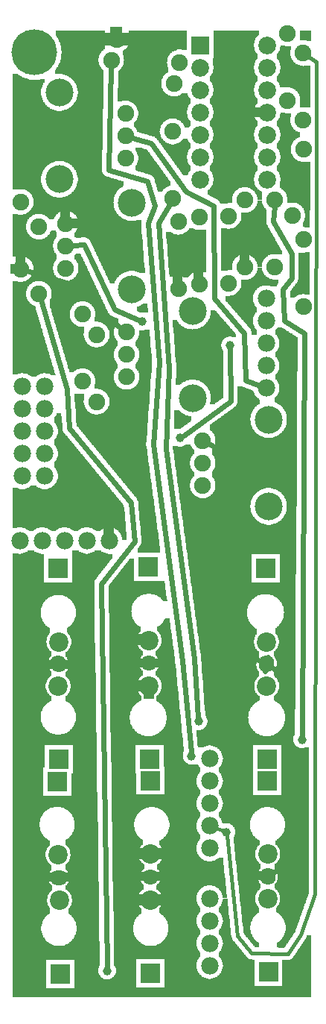
<source format=gtl>
G04 MADE WITH FRITZING*
G04 WWW.FRITZING.ORG*
G04 DOUBLE SIDED*
G04 HOLES PLATED*
G04 CONTOUR ON CENTER OF CONTOUR VECTOR*
%ASAXBY*%
%FSLAX23Y23*%
%MOIN*%
%OFA0B0*%
%SFA1.0B1.0*%
%ADD10C,0.075000*%
%ADD11C,0.039370*%
%ADD12C,0.078000*%
%ADD13C,0.086614*%
%ADD14C,0.086555*%
%ADD15C,0.070232*%
%ADD16C,0.074667*%
%ADD17C,0.074695*%
%ADD18C,0.124033*%
%ADD19C,0.079370*%
%ADD20C,0.204725*%
%ADD21R,0.086614X0.086614*%
%ADD22R,0.079370X0.079370*%
%ADD23C,0.024000*%
%ADD24C,0.016000*%
%LNCOPPER1*%
G90*
G70*
G54D10*
X607Y4208D03*
X994Y4279D03*
X1285Y3736D03*
X1045Y3418D03*
X792Y3380D03*
X831Y2920D03*
X321Y4285D03*
X1039Y2608D03*
X296Y2439D03*
X99Y1961D03*
G54D11*
X841Y1118D03*
X872Y1272D03*
X1336Y1191D03*
X997Y778D03*
X790Y2540D03*
X1014Y2953D03*
X621Y3060D03*
X463Y158D03*
G54D12*
X1175Y3162D03*
X1175Y3062D03*
X1175Y2962D03*
X1175Y2862D03*
X1175Y2762D03*
X83Y2769D03*
X83Y2669D03*
X83Y2569D03*
X83Y2469D03*
X83Y2369D03*
X83Y2769D03*
X83Y2669D03*
X83Y2569D03*
X83Y2469D03*
X83Y2369D03*
X183Y2369D03*
X183Y2469D03*
X183Y2569D03*
X183Y2669D03*
X183Y2769D03*
G54D13*
X648Y1962D03*
G54D14*
X651Y1634D03*
G54D15*
X651Y1532D03*
G54D13*
X244Y1955D03*
G54D14*
X246Y1628D03*
G54D15*
X246Y1525D03*
G54D16*
X550Y3012D03*
X550Y2912D03*
G54D17*
X550Y2812D03*
G54D18*
X846Y3106D03*
X846Y2717D03*
G54D16*
X891Y2527D03*
X891Y2427D03*
G54D17*
X891Y2327D03*
G54D18*
X1187Y2621D03*
X1187Y2233D03*
G54D16*
X278Y3497D03*
X278Y3397D03*
G54D17*
X278Y3297D03*
G54D18*
X573Y3591D03*
X573Y3203D03*
G54D16*
X545Y3789D03*
X545Y3889D03*
G54D17*
X545Y3989D03*
G54D18*
X249Y3695D03*
X249Y4083D03*
G54D13*
X241Y1004D03*
G54D14*
X243Y676D03*
G54D15*
X243Y574D03*
G54D12*
X922Y180D03*
X922Y280D03*
X922Y380D03*
X922Y480D03*
X72Y2080D03*
X172Y2080D03*
X272Y2080D03*
X372Y2080D03*
X472Y2080D03*
G54D13*
X654Y1102D03*
G54D14*
X651Y1430D03*
G54D15*
X651Y1532D03*
G54D13*
X1173Y1956D03*
G54D14*
X1176Y1628D03*
G54D15*
X1176Y1526D03*
G54D13*
X1180Y1102D03*
G54D14*
X1177Y1430D03*
G54D15*
X1177Y1532D03*
G54D13*
X1180Y1007D03*
G54D14*
X1182Y679D03*
G54D15*
X1182Y577D03*
G54D13*
X1185Y152D03*
G54D14*
X1182Y480D03*
G54D15*
X1182Y582D03*
G54D13*
X656Y1007D03*
G54D14*
X658Y680D03*
G54D15*
X658Y577D03*
G54D13*
X247Y1102D03*
G54D14*
X244Y1430D03*
G54D15*
X244Y1532D03*
G54D13*
X252Y144D03*
G54D14*
X250Y472D03*
G54D15*
X250Y574D03*
G54D13*
X658Y146D03*
G54D14*
X655Y474D03*
G54D15*
X655Y576D03*
G54D19*
X880Y4294D03*
X1180Y4294D03*
X880Y4194D03*
X1180Y4194D03*
X880Y4094D03*
X1180Y4094D03*
X880Y3994D03*
X1180Y3994D03*
X880Y3894D03*
X1180Y3894D03*
X880Y3794D03*
X1180Y3794D03*
X880Y3694D03*
X1180Y3694D03*
G54D10*
X416Y3001D03*
X416Y2701D03*
X1271Y4048D03*
X1271Y4348D03*
X353Y3092D03*
X353Y2792D03*
X157Y3483D03*
X157Y3183D03*
X76Y3594D03*
X76Y3294D03*
X1342Y3425D03*
X1342Y3125D03*
X1007Y3531D03*
X1007Y3231D03*
X782Y3505D03*
X782Y3205D03*
X1341Y4259D03*
X1341Y3959D03*
X1213Y3304D03*
X1213Y3604D03*
X756Y3909D03*
X756Y3609D03*
X482Y4227D03*
X763Y4123D03*
X1344Y3829D03*
X1292Y3534D03*
X1080Y3602D03*
X1080Y3302D03*
X506Y4320D03*
X788Y4217D03*
X875Y3226D03*
X875Y3526D03*
G54D20*
X137Y4262D03*
G54D12*
X922Y705D03*
X922Y805D03*
X922Y905D03*
X922Y1005D03*
X922Y1105D03*
G54D21*
X648Y1962D03*
X244Y1955D03*
X241Y1004D03*
X654Y1102D03*
X1173Y1956D03*
X1180Y1102D03*
X1180Y1007D03*
X1185Y152D03*
X656Y1007D03*
X247Y1102D03*
X252Y144D03*
X658Y146D03*
G54D22*
X880Y4294D03*
G54D23*
X726Y2491D02*
X852Y1554D01*
D02*
X670Y2510D02*
X696Y2877D01*
D02*
X800Y1543D02*
X670Y2510D01*
D02*
X852Y1554D02*
X871Y1291D01*
D02*
X741Y2851D02*
X726Y2491D01*
D02*
X696Y2877D02*
X647Y3500D01*
D02*
X1289Y3362D02*
X1289Y3254D01*
D02*
X1250Y3203D02*
X1256Y3064D01*
D02*
X644Y3685D02*
X471Y3738D01*
D02*
X471Y3738D02*
X481Y4199D01*
D02*
X676Y3578D02*
X644Y3685D01*
D02*
X647Y3500D02*
X676Y3578D01*
D02*
X1208Y3505D02*
X1289Y3362D01*
D02*
X1256Y3064D02*
X1348Y3006D01*
D02*
X1274Y640D02*
X1278Y1458D01*
D02*
X1278Y1458D02*
X1206Y1511D01*
D02*
X1213Y601D02*
X1274Y640D01*
D02*
X1289Y3254D02*
X1250Y3203D01*
D02*
X1212Y3576D02*
X1208Y3505D01*
D02*
X1348Y3006D02*
X1336Y1210D01*
D02*
X839Y1137D02*
X800Y1543D01*
D02*
X742Y3584D02*
X692Y3500D01*
D02*
X692Y3500D02*
X741Y2851D01*
D02*
X983Y2478D02*
X919Y2512D01*
D02*
X1081Y1580D02*
X983Y2478D01*
D02*
X1145Y1544D02*
X1081Y1580D01*
G54D24*
D02*
X1400Y4220D02*
X1394Y500D01*
D02*
X1360Y4247D02*
X1400Y4220D01*
D02*
X1331Y319D02*
X1272Y233D01*
D02*
X1394Y500D02*
X1331Y319D01*
D02*
X1047Y314D02*
X999Y764D01*
D02*
X1111Y236D02*
X1047Y314D01*
D02*
X1272Y233D02*
X1111Y236D01*
D02*
X985Y782D02*
X945Y797D01*
G54D23*
D02*
X661Y3855D02*
X817Y3641D01*
D02*
X817Y3641D02*
X939Y3578D01*
D02*
X939Y3578D02*
X942Y3164D01*
D02*
X942Y3164D02*
X1078Y3008D01*
D02*
X1083Y2797D02*
X1147Y2773D01*
D02*
X1078Y3008D02*
X1083Y2797D01*
D02*
X575Y3880D02*
X661Y3855D01*
D02*
X1015Y2703D02*
X1014Y2934D01*
D02*
X806Y2551D02*
X1015Y2703D01*
D02*
X441Y3091D02*
X525Y3030D01*
D02*
X294Y2583D02*
X283Y2758D01*
D02*
X569Y2250D02*
X294Y2583D01*
D02*
X103Y3286D02*
X389Y3199D01*
D02*
X389Y3199D02*
X441Y3091D01*
D02*
X283Y2758D02*
X165Y3156D01*
D02*
X585Y2077D02*
X569Y2250D01*
D02*
X437Y1888D02*
X585Y2077D01*
D02*
X463Y177D02*
X437Y1888D01*
D02*
X496Y3114D02*
X360Y3403D01*
D02*
X360Y3403D02*
X309Y3399D01*
D02*
X603Y3068D02*
X496Y3114D01*
D02*
X1170Y1497D02*
X1184Y1561D01*
G36*
X560Y4359D02*
X560Y4337D01*
X562Y4337D01*
X562Y4329D01*
X564Y4329D01*
X564Y4311D01*
X562Y4311D01*
X562Y4303D01*
X560Y4303D01*
X560Y4297D01*
X558Y4297D01*
X558Y4293D01*
X556Y4293D01*
X556Y4289D01*
X554Y4289D01*
X554Y4287D01*
X552Y4287D01*
X552Y4283D01*
X550Y4283D01*
X550Y4281D01*
X548Y4281D01*
X548Y4279D01*
X546Y4279D01*
X546Y4277D01*
X544Y4277D01*
X544Y4275D01*
X798Y4275D01*
X798Y4273D01*
X820Y4273D01*
X820Y4359D01*
X560Y4359D01*
G37*
D02*
G36*
X540Y4275D02*
X540Y4273D01*
X538Y4273D01*
X538Y4271D01*
X534Y4271D01*
X534Y4249D01*
X536Y4249D01*
X536Y4243D01*
X538Y4243D01*
X538Y4231D01*
X540Y4231D01*
X540Y4225D01*
X538Y4225D01*
X538Y4213D01*
X536Y4213D01*
X536Y4207D01*
X534Y4207D01*
X534Y4201D01*
X532Y4201D01*
X532Y4199D01*
X530Y4199D01*
X530Y4195D01*
X528Y4195D01*
X528Y4193D01*
X526Y4193D01*
X526Y4189D01*
X524Y4189D01*
X524Y4187D01*
X522Y4187D01*
X522Y4185D01*
X520Y4185D01*
X520Y4183D01*
X516Y4183D01*
X516Y4181D01*
X514Y4181D01*
X514Y4179D01*
X512Y4179D01*
X512Y4103D01*
X510Y4103D01*
X510Y4065D01*
X756Y4065D01*
X756Y4067D01*
X746Y4067D01*
X746Y4069D01*
X740Y4069D01*
X740Y4071D01*
X736Y4071D01*
X736Y4073D01*
X732Y4073D01*
X732Y4075D01*
X730Y4075D01*
X730Y4077D01*
X726Y4077D01*
X726Y4079D01*
X724Y4079D01*
X724Y4081D01*
X722Y4081D01*
X722Y4083D01*
X720Y4083D01*
X720Y4085D01*
X718Y4085D01*
X718Y4089D01*
X716Y4089D01*
X716Y4091D01*
X714Y4091D01*
X714Y4095D01*
X712Y4095D01*
X712Y4099D01*
X710Y4099D01*
X710Y4103D01*
X708Y4103D01*
X708Y4109D01*
X706Y4109D01*
X706Y4137D01*
X708Y4137D01*
X708Y4143D01*
X710Y4143D01*
X710Y4147D01*
X712Y4147D01*
X712Y4151D01*
X714Y4151D01*
X714Y4155D01*
X716Y4155D01*
X716Y4157D01*
X718Y4157D01*
X718Y4159D01*
X720Y4159D01*
X720Y4163D01*
X722Y4163D01*
X722Y4165D01*
X724Y4165D01*
X724Y4167D01*
X728Y4167D01*
X728Y4169D01*
X730Y4169D01*
X730Y4171D01*
X734Y4171D01*
X734Y4173D01*
X736Y4173D01*
X736Y4197D01*
X734Y4197D01*
X734Y4203D01*
X732Y4203D01*
X732Y4213D01*
X730Y4213D01*
X730Y4221D01*
X732Y4221D01*
X732Y4233D01*
X734Y4233D01*
X734Y4239D01*
X736Y4239D01*
X736Y4243D01*
X738Y4243D01*
X738Y4247D01*
X740Y4247D01*
X740Y4249D01*
X742Y4249D01*
X742Y4253D01*
X744Y4253D01*
X744Y4255D01*
X746Y4255D01*
X746Y4257D01*
X748Y4257D01*
X748Y4259D01*
X750Y4259D01*
X750Y4261D01*
X752Y4261D01*
X752Y4263D01*
X754Y4263D01*
X754Y4265D01*
X758Y4265D01*
X758Y4267D01*
X762Y4267D01*
X762Y4269D01*
X766Y4269D01*
X766Y4271D01*
X772Y4271D01*
X772Y4273D01*
X778Y4273D01*
X778Y4275D01*
X540Y4275D01*
G37*
D02*
G36*
X802Y4081D02*
X802Y4079D01*
X798Y4079D01*
X798Y4077D01*
X796Y4077D01*
X796Y4075D01*
X792Y4075D01*
X792Y4073D01*
X790Y4073D01*
X790Y4071D01*
X786Y4071D01*
X786Y4069D01*
X780Y4069D01*
X780Y4067D01*
X772Y4067D01*
X772Y4065D01*
X828Y4065D01*
X828Y4067D01*
X826Y4067D01*
X826Y4071D01*
X824Y4071D01*
X824Y4077D01*
X822Y4077D01*
X822Y4081D01*
X802Y4081D01*
G37*
D02*
G36*
X510Y4065D02*
X510Y4063D01*
X828Y4063D01*
X828Y4065D01*
X510Y4065D01*
G37*
D02*
G36*
X510Y4065D02*
X510Y4063D01*
X828Y4063D01*
X828Y4065D01*
X510Y4065D01*
G37*
D02*
G36*
X510Y4063D02*
X510Y4047D01*
X550Y4047D01*
X550Y4045D01*
X560Y4045D01*
X560Y4043D01*
X566Y4043D01*
X566Y4041D01*
X570Y4041D01*
X570Y4039D01*
X574Y4039D01*
X574Y4037D01*
X578Y4037D01*
X578Y4035D01*
X580Y4035D01*
X580Y4033D01*
X582Y4033D01*
X582Y4031D01*
X584Y4031D01*
X584Y4029D01*
X586Y4029D01*
X586Y4027D01*
X588Y4027D01*
X588Y4025D01*
X590Y4025D01*
X590Y4023D01*
X592Y4023D01*
X592Y4019D01*
X594Y4019D01*
X594Y4017D01*
X596Y4017D01*
X596Y4013D01*
X598Y4013D01*
X598Y4007D01*
X600Y4007D01*
X600Y3999D01*
X602Y3999D01*
X602Y3979D01*
X600Y3979D01*
X600Y3971D01*
X598Y3971D01*
X598Y3967D01*
X764Y3967D01*
X764Y3965D01*
X772Y3965D01*
X772Y3963D01*
X778Y3963D01*
X778Y3961D01*
X782Y3961D01*
X782Y3959D01*
X786Y3959D01*
X786Y3957D01*
X790Y3957D01*
X790Y3955D01*
X792Y3955D01*
X792Y3953D01*
X794Y3953D01*
X794Y3951D01*
X796Y3951D01*
X796Y3949D01*
X798Y3949D01*
X798Y3947D01*
X800Y3947D01*
X800Y3945D01*
X802Y3945D01*
X802Y3943D01*
X804Y3943D01*
X804Y3939D01*
X806Y3939D01*
X806Y3937D01*
X808Y3937D01*
X808Y3933D01*
X810Y3933D01*
X810Y3927D01*
X830Y3927D01*
X830Y3929D01*
X832Y3929D01*
X832Y3931D01*
X834Y3931D01*
X834Y3933D01*
X836Y3933D01*
X836Y3955D01*
X834Y3955D01*
X834Y3959D01*
X832Y3959D01*
X832Y3961D01*
X830Y3961D01*
X830Y3963D01*
X828Y3963D01*
X828Y3967D01*
X826Y3967D01*
X826Y3971D01*
X824Y3971D01*
X824Y3977D01*
X822Y3977D01*
X822Y3987D01*
X820Y3987D01*
X820Y4003D01*
X822Y4003D01*
X822Y4013D01*
X824Y4013D01*
X824Y4017D01*
X826Y4017D01*
X826Y4023D01*
X828Y4023D01*
X828Y4025D01*
X830Y4025D01*
X830Y4029D01*
X832Y4029D01*
X832Y4031D01*
X834Y4031D01*
X834Y4033D01*
X836Y4033D01*
X836Y4055D01*
X834Y4055D01*
X834Y4059D01*
X832Y4059D01*
X832Y4061D01*
X830Y4061D01*
X830Y4063D01*
X510Y4063D01*
G37*
D02*
G36*
X510Y4047D02*
X510Y4043D01*
X530Y4043D01*
X530Y4045D01*
X540Y4045D01*
X540Y4047D01*
X510Y4047D01*
G37*
D02*
G36*
X598Y3967D02*
X598Y3965D01*
X596Y3965D01*
X596Y3961D01*
X594Y3961D01*
X594Y3959D01*
X592Y3959D01*
X592Y3955D01*
X590Y3955D01*
X590Y3953D01*
X588Y3953D01*
X588Y3951D01*
X586Y3951D01*
X586Y3949D01*
X584Y3949D01*
X584Y3929D01*
X586Y3929D01*
X586Y3927D01*
X588Y3927D01*
X588Y3925D01*
X590Y3925D01*
X590Y3923D01*
X592Y3923D01*
X592Y3919D01*
X594Y3919D01*
X594Y3917D01*
X596Y3917D01*
X596Y3913D01*
X598Y3913D01*
X598Y3907D01*
X602Y3907D01*
X602Y3905D01*
X608Y3905D01*
X608Y3903D01*
X616Y3903D01*
X616Y3901D01*
X622Y3901D01*
X622Y3899D01*
X630Y3899D01*
X630Y3897D01*
X636Y3897D01*
X636Y3895D01*
X642Y3895D01*
X642Y3893D01*
X650Y3893D01*
X650Y3891D01*
X656Y3891D01*
X656Y3889D01*
X664Y3889D01*
X664Y3887D01*
X670Y3887D01*
X670Y3885D01*
X676Y3885D01*
X676Y3883D01*
X678Y3883D01*
X678Y3881D01*
X682Y3881D01*
X682Y3879D01*
X684Y3879D01*
X684Y3877D01*
X686Y3877D01*
X686Y3875D01*
X688Y3875D01*
X688Y3871D01*
X690Y3871D01*
X690Y3869D01*
X692Y3869D01*
X692Y3867D01*
X694Y3867D01*
X694Y3863D01*
X696Y3863D01*
X696Y3861D01*
X698Y3861D01*
X698Y3857D01*
X700Y3857D01*
X700Y3855D01*
X702Y3855D01*
X702Y3853D01*
X704Y3853D01*
X704Y3851D01*
X750Y3851D01*
X750Y3853D01*
X740Y3853D01*
X740Y3855D01*
X734Y3855D01*
X734Y3857D01*
X730Y3857D01*
X730Y3859D01*
X726Y3859D01*
X726Y3861D01*
X724Y3861D01*
X724Y3863D01*
X722Y3863D01*
X722Y3865D01*
X718Y3865D01*
X718Y3867D01*
X716Y3867D01*
X716Y3869D01*
X714Y3869D01*
X714Y3871D01*
X712Y3871D01*
X712Y3875D01*
X710Y3875D01*
X710Y3877D01*
X708Y3877D01*
X708Y3879D01*
X706Y3879D01*
X706Y3883D01*
X704Y3883D01*
X704Y3887D01*
X702Y3887D01*
X702Y3895D01*
X700Y3895D01*
X700Y3907D01*
X698Y3907D01*
X698Y3911D01*
X700Y3911D01*
X700Y3923D01*
X702Y3923D01*
X702Y3931D01*
X704Y3931D01*
X704Y3935D01*
X706Y3935D01*
X706Y3939D01*
X708Y3939D01*
X708Y3941D01*
X710Y3941D01*
X710Y3943D01*
X712Y3943D01*
X712Y3947D01*
X714Y3947D01*
X714Y3949D01*
X716Y3949D01*
X716Y3951D01*
X718Y3951D01*
X718Y3953D01*
X722Y3953D01*
X722Y3955D01*
X724Y3955D01*
X724Y3957D01*
X726Y3957D01*
X726Y3959D01*
X730Y3959D01*
X730Y3961D01*
X734Y3961D01*
X734Y3963D01*
X740Y3963D01*
X740Y3965D01*
X750Y3965D01*
X750Y3967D01*
X598Y3967D01*
G37*
D02*
G36*
X804Y3877D02*
X804Y3875D01*
X802Y3875D01*
X802Y3873D01*
X800Y3873D01*
X800Y3871D01*
X798Y3871D01*
X798Y3869D01*
X796Y3869D01*
X796Y3867D01*
X794Y3867D01*
X794Y3865D01*
X792Y3865D01*
X792Y3863D01*
X790Y3863D01*
X790Y3861D01*
X786Y3861D01*
X786Y3859D01*
X782Y3859D01*
X782Y3857D01*
X778Y3857D01*
X778Y3855D01*
X772Y3855D01*
X772Y3853D01*
X762Y3853D01*
X762Y3851D01*
X836Y3851D01*
X836Y3855D01*
X834Y3855D01*
X834Y3859D01*
X832Y3859D01*
X832Y3861D01*
X830Y3861D01*
X830Y3863D01*
X828Y3863D01*
X828Y3867D01*
X826Y3867D01*
X826Y3871D01*
X824Y3871D01*
X824Y3877D01*
X804Y3877D01*
G37*
D02*
G36*
X704Y3851D02*
X704Y3849D01*
X836Y3849D01*
X836Y3851D01*
X704Y3851D01*
G37*
D02*
G36*
X704Y3851D02*
X704Y3849D01*
X836Y3849D01*
X836Y3851D01*
X704Y3851D01*
G37*
D02*
G36*
X706Y3849D02*
X706Y3847D01*
X708Y3847D01*
X708Y3845D01*
X710Y3845D01*
X710Y3841D01*
X712Y3841D01*
X712Y3839D01*
X714Y3839D01*
X714Y3835D01*
X716Y3835D01*
X716Y3833D01*
X718Y3833D01*
X718Y3831D01*
X720Y3831D01*
X720Y3827D01*
X722Y3827D01*
X722Y3825D01*
X724Y3825D01*
X724Y3823D01*
X726Y3823D01*
X726Y3819D01*
X728Y3819D01*
X728Y3817D01*
X730Y3817D01*
X730Y3813D01*
X732Y3813D01*
X732Y3811D01*
X734Y3811D01*
X734Y3809D01*
X736Y3809D01*
X736Y3805D01*
X738Y3805D01*
X738Y3803D01*
X740Y3803D01*
X740Y3801D01*
X742Y3801D01*
X742Y3797D01*
X744Y3797D01*
X744Y3795D01*
X746Y3795D01*
X746Y3791D01*
X748Y3791D01*
X748Y3789D01*
X750Y3789D01*
X750Y3787D01*
X752Y3787D01*
X752Y3783D01*
X754Y3783D01*
X754Y3781D01*
X756Y3781D01*
X756Y3779D01*
X758Y3779D01*
X758Y3775D01*
X760Y3775D01*
X760Y3773D01*
X762Y3773D01*
X762Y3769D01*
X764Y3769D01*
X764Y3767D01*
X766Y3767D01*
X766Y3765D01*
X768Y3765D01*
X768Y3761D01*
X770Y3761D01*
X770Y3759D01*
X772Y3759D01*
X772Y3757D01*
X774Y3757D01*
X774Y3753D01*
X776Y3753D01*
X776Y3751D01*
X778Y3751D01*
X778Y3747D01*
X780Y3747D01*
X780Y3745D01*
X782Y3745D01*
X782Y3743D01*
X784Y3743D01*
X784Y3739D01*
X786Y3739D01*
X786Y3737D01*
X788Y3737D01*
X788Y3735D01*
X790Y3735D01*
X790Y3731D01*
X792Y3731D01*
X792Y3729D01*
X794Y3729D01*
X794Y3725D01*
X796Y3725D01*
X796Y3723D01*
X798Y3723D01*
X798Y3721D01*
X800Y3721D01*
X800Y3717D01*
X802Y3717D01*
X802Y3715D01*
X804Y3715D01*
X804Y3713D01*
X824Y3713D01*
X824Y3717D01*
X826Y3717D01*
X826Y3723D01*
X828Y3723D01*
X828Y3725D01*
X830Y3725D01*
X830Y3729D01*
X832Y3729D01*
X832Y3731D01*
X834Y3731D01*
X834Y3733D01*
X836Y3733D01*
X836Y3755D01*
X834Y3755D01*
X834Y3759D01*
X832Y3759D01*
X832Y3761D01*
X830Y3761D01*
X830Y3763D01*
X828Y3763D01*
X828Y3767D01*
X826Y3767D01*
X826Y3771D01*
X824Y3771D01*
X824Y3777D01*
X822Y3777D01*
X822Y3787D01*
X820Y3787D01*
X820Y3803D01*
X822Y3803D01*
X822Y3813D01*
X824Y3813D01*
X824Y3817D01*
X826Y3817D01*
X826Y3823D01*
X828Y3823D01*
X828Y3825D01*
X830Y3825D01*
X830Y3829D01*
X832Y3829D01*
X832Y3831D01*
X834Y3831D01*
X834Y3833D01*
X836Y3833D01*
X836Y3849D01*
X706Y3849D01*
G37*
D02*
G36*
X940Y4359D02*
X940Y4235D01*
X936Y4235D01*
X936Y4211D01*
X938Y4211D01*
X938Y4203D01*
X940Y4203D01*
X940Y4187D01*
X938Y4187D01*
X938Y4177D01*
X936Y4177D01*
X936Y4171D01*
X934Y4171D01*
X934Y4167D01*
X932Y4167D01*
X932Y4165D01*
X930Y4165D01*
X930Y4161D01*
X928Y4161D01*
X928Y4159D01*
X926Y4159D01*
X926Y4157D01*
X924Y4157D01*
X924Y4133D01*
X926Y4133D01*
X926Y4131D01*
X928Y4131D01*
X928Y4129D01*
X930Y4129D01*
X930Y4125D01*
X932Y4125D01*
X932Y4121D01*
X934Y4121D01*
X934Y4117D01*
X936Y4117D01*
X936Y4111D01*
X938Y4111D01*
X938Y4103D01*
X940Y4103D01*
X940Y4087D01*
X938Y4087D01*
X938Y4077D01*
X936Y4077D01*
X936Y4071D01*
X934Y4071D01*
X934Y4067D01*
X932Y4067D01*
X932Y4065D01*
X930Y4065D01*
X930Y4061D01*
X928Y4061D01*
X928Y4059D01*
X926Y4059D01*
X926Y4057D01*
X924Y4057D01*
X924Y4033D01*
X926Y4033D01*
X926Y4031D01*
X928Y4031D01*
X928Y4029D01*
X930Y4029D01*
X930Y4025D01*
X932Y4025D01*
X932Y4021D01*
X934Y4021D01*
X934Y4017D01*
X936Y4017D01*
X936Y4011D01*
X938Y4011D01*
X938Y4003D01*
X940Y4003D01*
X940Y3987D01*
X938Y3987D01*
X938Y3977D01*
X936Y3977D01*
X936Y3971D01*
X934Y3971D01*
X934Y3967D01*
X932Y3967D01*
X932Y3965D01*
X930Y3965D01*
X930Y3961D01*
X928Y3961D01*
X928Y3959D01*
X926Y3959D01*
X926Y3957D01*
X924Y3957D01*
X924Y3933D01*
X926Y3933D01*
X926Y3931D01*
X928Y3931D01*
X928Y3929D01*
X930Y3929D01*
X930Y3925D01*
X932Y3925D01*
X932Y3921D01*
X934Y3921D01*
X934Y3917D01*
X936Y3917D01*
X936Y3911D01*
X938Y3911D01*
X938Y3903D01*
X940Y3903D01*
X940Y3887D01*
X938Y3887D01*
X938Y3877D01*
X936Y3877D01*
X936Y3871D01*
X934Y3871D01*
X934Y3867D01*
X932Y3867D01*
X932Y3865D01*
X930Y3865D01*
X930Y3861D01*
X928Y3861D01*
X928Y3859D01*
X926Y3859D01*
X926Y3857D01*
X924Y3857D01*
X924Y3833D01*
X926Y3833D01*
X926Y3831D01*
X928Y3831D01*
X928Y3829D01*
X930Y3829D01*
X930Y3825D01*
X932Y3825D01*
X932Y3821D01*
X934Y3821D01*
X934Y3817D01*
X936Y3817D01*
X936Y3811D01*
X938Y3811D01*
X938Y3803D01*
X940Y3803D01*
X940Y3787D01*
X938Y3787D01*
X938Y3777D01*
X936Y3777D01*
X936Y3771D01*
X934Y3771D01*
X934Y3767D01*
X932Y3767D01*
X932Y3765D01*
X930Y3765D01*
X930Y3761D01*
X928Y3761D01*
X928Y3759D01*
X926Y3759D01*
X926Y3757D01*
X924Y3757D01*
X924Y3733D01*
X926Y3733D01*
X926Y3731D01*
X928Y3731D01*
X928Y3729D01*
X930Y3729D01*
X930Y3725D01*
X932Y3725D01*
X932Y3721D01*
X934Y3721D01*
X934Y3717D01*
X936Y3717D01*
X936Y3711D01*
X938Y3711D01*
X938Y3703D01*
X940Y3703D01*
X940Y3687D01*
X938Y3687D01*
X938Y3677D01*
X936Y3677D01*
X936Y3671D01*
X934Y3671D01*
X934Y3667D01*
X932Y3667D01*
X932Y3665D01*
X930Y3665D01*
X930Y3661D01*
X928Y3661D01*
X928Y3659D01*
X1094Y3659D01*
X1094Y3657D01*
X1100Y3657D01*
X1100Y3655D01*
X1104Y3655D01*
X1104Y3653D01*
X1108Y3653D01*
X1108Y3651D01*
X1112Y3651D01*
X1112Y3649D01*
X1114Y3649D01*
X1114Y3647D01*
X1116Y3647D01*
X1116Y3645D01*
X1118Y3645D01*
X1118Y3643D01*
X1122Y3643D01*
X1122Y3639D01*
X1124Y3639D01*
X1124Y3637D01*
X1126Y3637D01*
X1126Y3635D01*
X1128Y3635D01*
X1128Y3631D01*
X1130Y3631D01*
X1130Y3627D01*
X1132Y3627D01*
X1132Y3623D01*
X1134Y3623D01*
X1134Y3617D01*
X1136Y3617D01*
X1136Y3603D01*
X1156Y3603D01*
X1156Y3617D01*
X1158Y3617D01*
X1158Y3639D01*
X1156Y3639D01*
X1156Y3641D01*
X1152Y3641D01*
X1152Y3643D01*
X1148Y3643D01*
X1148Y3645D01*
X1146Y3645D01*
X1146Y3647D01*
X1144Y3647D01*
X1144Y3649D01*
X1140Y3649D01*
X1140Y3651D01*
X1138Y3651D01*
X1138Y3653D01*
X1136Y3653D01*
X1136Y3655D01*
X1134Y3655D01*
X1134Y3659D01*
X1132Y3659D01*
X1132Y3661D01*
X1130Y3661D01*
X1130Y3663D01*
X1128Y3663D01*
X1128Y3667D01*
X1126Y3667D01*
X1126Y3671D01*
X1124Y3671D01*
X1124Y3677D01*
X1122Y3677D01*
X1122Y3687D01*
X1120Y3687D01*
X1120Y3703D01*
X1122Y3703D01*
X1122Y3713D01*
X1124Y3713D01*
X1124Y3717D01*
X1126Y3717D01*
X1126Y3723D01*
X1128Y3723D01*
X1128Y3725D01*
X1130Y3725D01*
X1130Y3729D01*
X1132Y3729D01*
X1132Y3731D01*
X1134Y3731D01*
X1134Y3733D01*
X1136Y3733D01*
X1136Y3755D01*
X1134Y3755D01*
X1134Y3759D01*
X1132Y3759D01*
X1132Y3761D01*
X1130Y3761D01*
X1130Y3763D01*
X1128Y3763D01*
X1128Y3767D01*
X1126Y3767D01*
X1126Y3771D01*
X1124Y3771D01*
X1124Y3777D01*
X1122Y3777D01*
X1122Y3787D01*
X1120Y3787D01*
X1120Y3803D01*
X1122Y3803D01*
X1122Y3813D01*
X1124Y3813D01*
X1124Y3817D01*
X1126Y3817D01*
X1126Y3823D01*
X1128Y3823D01*
X1128Y3825D01*
X1130Y3825D01*
X1130Y3829D01*
X1132Y3829D01*
X1132Y3831D01*
X1134Y3831D01*
X1134Y3833D01*
X1136Y3833D01*
X1136Y3855D01*
X1134Y3855D01*
X1134Y3859D01*
X1132Y3859D01*
X1132Y3861D01*
X1130Y3861D01*
X1130Y3863D01*
X1128Y3863D01*
X1128Y3867D01*
X1126Y3867D01*
X1126Y3871D01*
X1124Y3871D01*
X1124Y3877D01*
X1122Y3877D01*
X1122Y3887D01*
X1120Y3887D01*
X1120Y3903D01*
X1122Y3903D01*
X1122Y3913D01*
X1124Y3913D01*
X1124Y3917D01*
X1126Y3917D01*
X1126Y3923D01*
X1128Y3923D01*
X1128Y3925D01*
X1130Y3925D01*
X1130Y3929D01*
X1132Y3929D01*
X1132Y3931D01*
X1134Y3931D01*
X1134Y3933D01*
X1136Y3933D01*
X1136Y3955D01*
X1134Y3955D01*
X1134Y3959D01*
X1132Y3959D01*
X1132Y3961D01*
X1130Y3961D01*
X1130Y3963D01*
X1128Y3963D01*
X1128Y3967D01*
X1126Y3967D01*
X1126Y3971D01*
X1124Y3971D01*
X1124Y3977D01*
X1122Y3977D01*
X1122Y3987D01*
X1120Y3987D01*
X1120Y4003D01*
X1122Y4003D01*
X1122Y4013D01*
X1124Y4013D01*
X1124Y4017D01*
X1126Y4017D01*
X1126Y4023D01*
X1128Y4023D01*
X1128Y4025D01*
X1130Y4025D01*
X1130Y4029D01*
X1132Y4029D01*
X1132Y4031D01*
X1134Y4031D01*
X1134Y4033D01*
X1136Y4033D01*
X1136Y4055D01*
X1134Y4055D01*
X1134Y4059D01*
X1132Y4059D01*
X1132Y4061D01*
X1130Y4061D01*
X1130Y4063D01*
X1128Y4063D01*
X1128Y4067D01*
X1126Y4067D01*
X1126Y4071D01*
X1124Y4071D01*
X1124Y4077D01*
X1122Y4077D01*
X1122Y4087D01*
X1120Y4087D01*
X1120Y4103D01*
X1122Y4103D01*
X1122Y4113D01*
X1124Y4113D01*
X1124Y4117D01*
X1126Y4117D01*
X1126Y4123D01*
X1128Y4123D01*
X1128Y4125D01*
X1130Y4125D01*
X1130Y4129D01*
X1132Y4129D01*
X1132Y4131D01*
X1134Y4131D01*
X1134Y4133D01*
X1136Y4133D01*
X1136Y4155D01*
X1134Y4155D01*
X1134Y4159D01*
X1132Y4159D01*
X1132Y4161D01*
X1130Y4161D01*
X1130Y4163D01*
X1128Y4163D01*
X1128Y4167D01*
X1126Y4167D01*
X1126Y4171D01*
X1124Y4171D01*
X1124Y4177D01*
X1122Y4177D01*
X1122Y4187D01*
X1120Y4187D01*
X1120Y4203D01*
X1122Y4203D01*
X1122Y4213D01*
X1124Y4213D01*
X1124Y4217D01*
X1126Y4217D01*
X1126Y4223D01*
X1128Y4223D01*
X1128Y4225D01*
X1130Y4225D01*
X1130Y4229D01*
X1132Y4229D01*
X1132Y4231D01*
X1134Y4231D01*
X1134Y4233D01*
X1136Y4233D01*
X1136Y4255D01*
X1134Y4255D01*
X1134Y4259D01*
X1132Y4259D01*
X1132Y4261D01*
X1130Y4261D01*
X1130Y4263D01*
X1128Y4263D01*
X1128Y4267D01*
X1126Y4267D01*
X1126Y4271D01*
X1124Y4271D01*
X1124Y4277D01*
X1122Y4277D01*
X1122Y4287D01*
X1120Y4287D01*
X1120Y4303D01*
X1122Y4303D01*
X1122Y4313D01*
X1124Y4313D01*
X1124Y4317D01*
X1126Y4317D01*
X1126Y4323D01*
X1128Y4323D01*
X1128Y4325D01*
X1130Y4325D01*
X1130Y4329D01*
X1132Y4329D01*
X1132Y4331D01*
X1134Y4331D01*
X1134Y4333D01*
X1136Y4333D01*
X1136Y4335D01*
X1138Y4335D01*
X1138Y4337D01*
X1140Y4337D01*
X1140Y4339D01*
X1142Y4339D01*
X1142Y4359D01*
X940Y4359D01*
G37*
D02*
G36*
X926Y3659D02*
X926Y3657D01*
X924Y3657D01*
X924Y3653D01*
X922Y3653D01*
X922Y3651D01*
X920Y3651D01*
X920Y3649D01*
X916Y3649D01*
X916Y3647D01*
X914Y3647D01*
X914Y3627D01*
X916Y3627D01*
X916Y3625D01*
X920Y3625D01*
X920Y3623D01*
X924Y3623D01*
X924Y3621D01*
X928Y3621D01*
X928Y3619D01*
X930Y3619D01*
X930Y3617D01*
X934Y3617D01*
X934Y3615D01*
X938Y3615D01*
X938Y3613D01*
X942Y3613D01*
X942Y3611D01*
X946Y3611D01*
X946Y3609D01*
X950Y3609D01*
X950Y3607D01*
X954Y3607D01*
X954Y3605D01*
X956Y3605D01*
X956Y3603D01*
X960Y3603D01*
X960Y3601D01*
X962Y3601D01*
X962Y3599D01*
X964Y3599D01*
X964Y3597D01*
X966Y3597D01*
X966Y3593D01*
X968Y3593D01*
X968Y3589D01*
X970Y3589D01*
X970Y3585D01*
X992Y3585D01*
X992Y3587D01*
X1002Y3587D01*
X1002Y3589D01*
X1022Y3589D01*
X1022Y3611D01*
X1024Y3611D01*
X1024Y3621D01*
X1026Y3621D01*
X1026Y3625D01*
X1028Y3625D01*
X1028Y3629D01*
X1030Y3629D01*
X1030Y3633D01*
X1032Y3633D01*
X1032Y3635D01*
X1034Y3635D01*
X1034Y3639D01*
X1036Y3639D01*
X1036Y3641D01*
X1038Y3641D01*
X1038Y3643D01*
X1040Y3643D01*
X1040Y3645D01*
X1042Y3645D01*
X1042Y3647D01*
X1046Y3647D01*
X1046Y3649D01*
X1048Y3649D01*
X1048Y3651D01*
X1050Y3651D01*
X1050Y3653D01*
X1054Y3653D01*
X1054Y3655D01*
X1060Y3655D01*
X1060Y3657D01*
X1066Y3657D01*
X1066Y3659D01*
X926Y3659D01*
G37*
D02*
G36*
X1328Y4359D02*
X1328Y4337D01*
X1326Y4337D01*
X1326Y4317D01*
X1350Y4317D01*
X1350Y4315D01*
X1358Y4315D01*
X1358Y4313D01*
X1378Y4313D01*
X1378Y4359D01*
X1328Y4359D01*
G37*
D02*
G36*
X1240Y4293D02*
X1240Y4287D01*
X1238Y4287D01*
X1238Y4277D01*
X1236Y4277D01*
X1236Y4271D01*
X1234Y4271D01*
X1234Y4267D01*
X1232Y4267D01*
X1232Y4265D01*
X1230Y4265D01*
X1230Y4261D01*
X1228Y4261D01*
X1228Y4259D01*
X1226Y4259D01*
X1226Y4257D01*
X1224Y4257D01*
X1224Y4233D01*
X1226Y4233D01*
X1226Y4231D01*
X1228Y4231D01*
X1228Y4229D01*
X1230Y4229D01*
X1230Y4225D01*
X1232Y4225D01*
X1232Y4221D01*
X1234Y4221D01*
X1234Y4217D01*
X1236Y4217D01*
X1236Y4211D01*
X1238Y4211D01*
X1238Y4203D01*
X1240Y4203D01*
X1240Y4201D01*
X1340Y4201D01*
X1340Y4203D01*
X1326Y4203D01*
X1326Y4205D01*
X1320Y4205D01*
X1320Y4207D01*
X1316Y4207D01*
X1316Y4209D01*
X1312Y4209D01*
X1312Y4211D01*
X1308Y4211D01*
X1308Y4213D01*
X1306Y4213D01*
X1306Y4215D01*
X1304Y4215D01*
X1304Y4217D01*
X1300Y4217D01*
X1300Y4221D01*
X1298Y4221D01*
X1298Y4223D01*
X1296Y4223D01*
X1296Y4225D01*
X1294Y4225D01*
X1294Y4227D01*
X1292Y4227D01*
X1292Y4231D01*
X1290Y4231D01*
X1290Y4235D01*
X1288Y4235D01*
X1288Y4239D01*
X1286Y4239D01*
X1286Y4245D01*
X1284Y4245D01*
X1284Y4273D01*
X1286Y4273D01*
X1286Y4291D01*
X1260Y4291D01*
X1260Y4293D01*
X1240Y4293D01*
G37*
D02*
G36*
X1342Y4203D02*
X1342Y4201D01*
X1372Y4201D01*
X1372Y4203D01*
X1342Y4203D01*
G37*
D02*
G36*
X1240Y4201D02*
X1240Y4199D01*
X1372Y4199D01*
X1372Y4201D01*
X1240Y4201D01*
G37*
D02*
G36*
X1240Y4201D02*
X1240Y4199D01*
X1372Y4199D01*
X1372Y4201D01*
X1240Y4201D01*
G37*
D02*
G36*
X1240Y4199D02*
X1240Y4187D01*
X1238Y4187D01*
X1238Y4177D01*
X1236Y4177D01*
X1236Y4171D01*
X1234Y4171D01*
X1234Y4167D01*
X1232Y4167D01*
X1232Y4165D01*
X1230Y4165D01*
X1230Y4161D01*
X1228Y4161D01*
X1228Y4159D01*
X1226Y4159D01*
X1226Y4157D01*
X1224Y4157D01*
X1224Y4133D01*
X1226Y4133D01*
X1226Y4131D01*
X1228Y4131D01*
X1228Y4129D01*
X1230Y4129D01*
X1230Y4125D01*
X1232Y4125D01*
X1232Y4121D01*
X1234Y4121D01*
X1234Y4117D01*
X1236Y4117D01*
X1236Y4111D01*
X1238Y4111D01*
X1238Y4105D01*
X1284Y4105D01*
X1284Y4103D01*
X1292Y4103D01*
X1292Y4101D01*
X1296Y4101D01*
X1296Y4099D01*
X1300Y4099D01*
X1300Y4097D01*
X1302Y4097D01*
X1302Y4095D01*
X1306Y4095D01*
X1306Y4093D01*
X1308Y4093D01*
X1308Y4091D01*
X1310Y4091D01*
X1310Y4089D01*
X1312Y4089D01*
X1312Y4087D01*
X1314Y4087D01*
X1314Y4085D01*
X1316Y4085D01*
X1316Y4081D01*
X1318Y4081D01*
X1318Y4079D01*
X1320Y4079D01*
X1320Y4075D01*
X1322Y4075D01*
X1322Y4073D01*
X1324Y4073D01*
X1324Y4067D01*
X1326Y4067D01*
X1326Y4059D01*
X1328Y4059D01*
X1328Y4037D01*
X1326Y4037D01*
X1326Y4017D01*
X1350Y4017D01*
X1350Y4015D01*
X1372Y4015D01*
X1372Y4199D01*
X1240Y4199D01*
G37*
D02*
G36*
X1240Y3993D02*
X1240Y3987D01*
X1238Y3987D01*
X1238Y3977D01*
X1236Y3977D01*
X1236Y3971D01*
X1234Y3971D01*
X1234Y3967D01*
X1232Y3967D01*
X1232Y3965D01*
X1230Y3965D01*
X1230Y3961D01*
X1228Y3961D01*
X1228Y3959D01*
X1226Y3959D01*
X1226Y3957D01*
X1224Y3957D01*
X1224Y3933D01*
X1226Y3933D01*
X1226Y3931D01*
X1228Y3931D01*
X1228Y3929D01*
X1230Y3929D01*
X1230Y3925D01*
X1232Y3925D01*
X1232Y3921D01*
X1234Y3921D01*
X1234Y3917D01*
X1236Y3917D01*
X1236Y3911D01*
X1238Y3911D01*
X1238Y3903D01*
X1240Y3903D01*
X1240Y3887D01*
X1238Y3887D01*
X1238Y3877D01*
X1236Y3877D01*
X1236Y3871D01*
X1234Y3871D01*
X1234Y3867D01*
X1232Y3867D01*
X1232Y3865D01*
X1230Y3865D01*
X1230Y3861D01*
X1228Y3861D01*
X1228Y3859D01*
X1226Y3859D01*
X1226Y3857D01*
X1224Y3857D01*
X1224Y3833D01*
X1226Y3833D01*
X1226Y3831D01*
X1228Y3831D01*
X1228Y3829D01*
X1230Y3829D01*
X1230Y3825D01*
X1232Y3825D01*
X1232Y3821D01*
X1234Y3821D01*
X1234Y3817D01*
X1236Y3817D01*
X1236Y3811D01*
X1238Y3811D01*
X1238Y3803D01*
X1240Y3803D01*
X1240Y3787D01*
X1238Y3787D01*
X1238Y3777D01*
X1236Y3777D01*
X1236Y3771D01*
X1234Y3771D01*
X1234Y3767D01*
X1232Y3767D01*
X1232Y3765D01*
X1230Y3765D01*
X1230Y3761D01*
X1228Y3761D01*
X1228Y3759D01*
X1226Y3759D01*
X1226Y3757D01*
X1224Y3757D01*
X1224Y3733D01*
X1226Y3733D01*
X1226Y3731D01*
X1228Y3731D01*
X1228Y3729D01*
X1230Y3729D01*
X1230Y3725D01*
X1232Y3725D01*
X1232Y3721D01*
X1234Y3721D01*
X1234Y3717D01*
X1236Y3717D01*
X1236Y3711D01*
X1238Y3711D01*
X1238Y3703D01*
X1240Y3703D01*
X1240Y3687D01*
X1238Y3687D01*
X1238Y3677D01*
X1236Y3677D01*
X1236Y3657D01*
X1238Y3657D01*
X1238Y3655D01*
X1242Y3655D01*
X1242Y3653D01*
X1244Y3653D01*
X1244Y3651D01*
X1248Y3651D01*
X1248Y3649D01*
X1250Y3649D01*
X1250Y3647D01*
X1252Y3647D01*
X1252Y3645D01*
X1254Y3645D01*
X1254Y3643D01*
X1256Y3643D01*
X1256Y3641D01*
X1258Y3641D01*
X1258Y3639D01*
X1260Y3639D01*
X1260Y3635D01*
X1262Y3635D01*
X1262Y3633D01*
X1264Y3633D01*
X1264Y3629D01*
X1266Y3629D01*
X1266Y3623D01*
X1268Y3623D01*
X1268Y3617D01*
X1270Y3617D01*
X1270Y3591D01*
X1304Y3591D01*
X1304Y3589D01*
X1312Y3589D01*
X1312Y3587D01*
X1316Y3587D01*
X1316Y3585D01*
X1320Y3585D01*
X1320Y3583D01*
X1324Y3583D01*
X1324Y3581D01*
X1326Y3581D01*
X1326Y3579D01*
X1330Y3579D01*
X1330Y3577D01*
X1332Y3577D01*
X1332Y3575D01*
X1334Y3575D01*
X1334Y3573D01*
X1336Y3573D01*
X1336Y3569D01*
X1338Y3569D01*
X1338Y3567D01*
X1340Y3567D01*
X1340Y3565D01*
X1342Y3565D01*
X1342Y3561D01*
X1344Y3561D01*
X1344Y3557D01*
X1346Y3557D01*
X1346Y3551D01*
X1348Y3551D01*
X1348Y3543D01*
X1350Y3543D01*
X1350Y3523D01*
X1348Y3523D01*
X1348Y3517D01*
X1346Y3517D01*
X1346Y3511D01*
X1344Y3511D01*
X1344Y3507D01*
X1342Y3507D01*
X1342Y3503D01*
X1340Y3503D01*
X1340Y3483D01*
X1346Y3483D01*
X1346Y3481D01*
X1370Y3481D01*
X1370Y3557D01*
X1372Y3557D01*
X1372Y3773D01*
X1330Y3773D01*
X1330Y3775D01*
X1324Y3775D01*
X1324Y3777D01*
X1318Y3777D01*
X1318Y3779D01*
X1314Y3779D01*
X1314Y3781D01*
X1312Y3781D01*
X1312Y3783D01*
X1308Y3783D01*
X1308Y3785D01*
X1306Y3785D01*
X1306Y3787D01*
X1304Y3787D01*
X1304Y3789D01*
X1302Y3789D01*
X1302Y3791D01*
X1300Y3791D01*
X1300Y3793D01*
X1298Y3793D01*
X1298Y3795D01*
X1296Y3795D01*
X1296Y3799D01*
X1294Y3799D01*
X1294Y3803D01*
X1292Y3803D01*
X1292Y3807D01*
X1290Y3807D01*
X1290Y3811D01*
X1288Y3811D01*
X1288Y3819D01*
X1286Y3819D01*
X1286Y3841D01*
X1288Y3841D01*
X1288Y3847D01*
X1290Y3847D01*
X1290Y3853D01*
X1292Y3853D01*
X1292Y3857D01*
X1294Y3857D01*
X1294Y3861D01*
X1296Y3861D01*
X1296Y3863D01*
X1298Y3863D01*
X1298Y3865D01*
X1300Y3865D01*
X1300Y3869D01*
X1302Y3869D01*
X1302Y3871D01*
X1306Y3871D01*
X1306Y3873D01*
X1308Y3873D01*
X1308Y3875D01*
X1310Y3875D01*
X1310Y3877D01*
X1312Y3877D01*
X1312Y3879D01*
X1316Y3879D01*
X1316Y3881D01*
X1320Y3881D01*
X1320Y3883D01*
X1326Y3883D01*
X1326Y3905D01*
X1320Y3905D01*
X1320Y3907D01*
X1316Y3907D01*
X1316Y3909D01*
X1312Y3909D01*
X1312Y3911D01*
X1308Y3911D01*
X1308Y3913D01*
X1306Y3913D01*
X1306Y3915D01*
X1304Y3915D01*
X1304Y3917D01*
X1300Y3917D01*
X1300Y3921D01*
X1298Y3921D01*
X1298Y3923D01*
X1296Y3923D01*
X1296Y3925D01*
X1294Y3925D01*
X1294Y3927D01*
X1292Y3927D01*
X1292Y3931D01*
X1290Y3931D01*
X1290Y3935D01*
X1288Y3935D01*
X1288Y3939D01*
X1286Y3939D01*
X1286Y3945D01*
X1284Y3945D01*
X1284Y3973D01*
X1286Y3973D01*
X1286Y3991D01*
X1260Y3991D01*
X1260Y3993D01*
X1240Y3993D01*
G37*
D02*
G36*
X590Y3837D02*
X590Y3823D01*
X592Y3823D01*
X592Y3819D01*
X594Y3819D01*
X594Y3817D01*
X596Y3817D01*
X596Y3813D01*
X598Y3813D01*
X598Y3807D01*
X600Y3807D01*
X600Y3799D01*
X602Y3799D01*
X602Y3779D01*
X600Y3779D01*
X600Y3771D01*
X598Y3771D01*
X598Y3765D01*
X596Y3765D01*
X596Y3761D01*
X594Y3761D01*
X594Y3759D01*
X592Y3759D01*
X592Y3755D01*
X590Y3755D01*
X590Y3735D01*
X594Y3735D01*
X594Y3733D01*
X600Y3733D01*
X600Y3731D01*
X606Y3731D01*
X606Y3729D01*
X614Y3729D01*
X614Y3727D01*
X620Y3727D01*
X620Y3725D01*
X626Y3725D01*
X626Y3723D01*
X632Y3723D01*
X632Y3721D01*
X640Y3721D01*
X640Y3719D01*
X646Y3719D01*
X646Y3717D01*
X652Y3717D01*
X652Y3715D01*
X658Y3715D01*
X658Y3713D01*
X662Y3713D01*
X662Y3711D01*
X664Y3711D01*
X664Y3709D01*
X666Y3709D01*
X666Y3707D01*
X668Y3707D01*
X668Y3705D01*
X670Y3705D01*
X670Y3703D01*
X672Y3703D01*
X672Y3699D01*
X674Y3699D01*
X674Y3695D01*
X676Y3695D01*
X676Y3687D01*
X678Y3687D01*
X678Y3681D01*
X680Y3681D01*
X680Y3673D01*
X682Y3673D01*
X682Y3667D01*
X684Y3667D01*
X684Y3661D01*
X686Y3661D01*
X686Y3653D01*
X688Y3653D01*
X688Y3647D01*
X690Y3647D01*
X690Y3641D01*
X710Y3641D01*
X710Y3643D01*
X712Y3643D01*
X712Y3647D01*
X714Y3647D01*
X714Y3649D01*
X716Y3649D01*
X716Y3651D01*
X718Y3651D01*
X718Y3653D01*
X722Y3653D01*
X722Y3655D01*
X724Y3655D01*
X724Y3657D01*
X726Y3657D01*
X726Y3659D01*
X730Y3659D01*
X730Y3661D01*
X734Y3661D01*
X734Y3663D01*
X740Y3663D01*
X740Y3665D01*
X746Y3665D01*
X746Y3685D01*
X744Y3685D01*
X744Y3689D01*
X742Y3689D01*
X742Y3691D01*
X740Y3691D01*
X740Y3693D01*
X738Y3693D01*
X738Y3697D01*
X736Y3697D01*
X736Y3699D01*
X734Y3699D01*
X734Y3703D01*
X732Y3703D01*
X732Y3705D01*
X730Y3705D01*
X730Y3707D01*
X728Y3707D01*
X728Y3711D01*
X726Y3711D01*
X726Y3713D01*
X724Y3713D01*
X724Y3715D01*
X722Y3715D01*
X722Y3719D01*
X720Y3719D01*
X720Y3721D01*
X718Y3721D01*
X718Y3725D01*
X716Y3725D01*
X716Y3727D01*
X714Y3727D01*
X714Y3729D01*
X712Y3729D01*
X712Y3733D01*
X710Y3733D01*
X710Y3735D01*
X708Y3735D01*
X708Y3737D01*
X706Y3737D01*
X706Y3741D01*
X704Y3741D01*
X704Y3743D01*
X702Y3743D01*
X702Y3747D01*
X700Y3747D01*
X700Y3749D01*
X698Y3749D01*
X698Y3751D01*
X696Y3751D01*
X696Y3755D01*
X694Y3755D01*
X694Y3757D01*
X692Y3757D01*
X692Y3759D01*
X690Y3759D01*
X690Y3763D01*
X688Y3763D01*
X688Y3765D01*
X686Y3765D01*
X686Y3769D01*
X684Y3769D01*
X684Y3771D01*
X682Y3771D01*
X682Y3773D01*
X680Y3773D01*
X680Y3777D01*
X678Y3777D01*
X678Y3779D01*
X676Y3779D01*
X676Y3781D01*
X674Y3781D01*
X674Y3785D01*
X672Y3785D01*
X672Y3787D01*
X670Y3787D01*
X670Y3791D01*
X668Y3791D01*
X668Y3793D01*
X666Y3793D01*
X666Y3795D01*
X664Y3795D01*
X664Y3799D01*
X662Y3799D01*
X662Y3801D01*
X660Y3801D01*
X660Y3803D01*
X658Y3803D01*
X658Y3807D01*
X656Y3807D01*
X656Y3809D01*
X654Y3809D01*
X654Y3813D01*
X652Y3813D01*
X652Y3815D01*
X650Y3815D01*
X650Y3817D01*
X648Y3817D01*
X648Y3821D01*
X646Y3821D01*
X646Y3823D01*
X644Y3823D01*
X644Y3825D01*
X642Y3825D01*
X642Y3827D01*
X640Y3827D01*
X640Y3829D01*
X634Y3829D01*
X634Y3831D01*
X626Y3831D01*
X626Y3833D01*
X620Y3833D01*
X620Y3835D01*
X614Y3835D01*
X614Y3837D01*
X590Y3837D01*
G37*
D02*
G36*
X1136Y3601D02*
X1136Y3587D01*
X1134Y3587D01*
X1134Y3581D01*
X1132Y3581D01*
X1132Y3577D01*
X1130Y3577D01*
X1130Y3573D01*
X1128Y3573D01*
X1128Y3571D01*
X1126Y3571D01*
X1126Y3567D01*
X1124Y3567D01*
X1124Y3565D01*
X1122Y3565D01*
X1122Y3563D01*
X1120Y3563D01*
X1120Y3561D01*
X1118Y3561D01*
X1118Y3559D01*
X1116Y3559D01*
X1116Y3557D01*
X1114Y3557D01*
X1114Y3555D01*
X1110Y3555D01*
X1110Y3553D01*
X1108Y3553D01*
X1108Y3551D01*
X1104Y3551D01*
X1104Y3549D01*
X1098Y3549D01*
X1098Y3547D01*
X1090Y3547D01*
X1090Y3545D01*
X1064Y3545D01*
X1064Y3519D01*
X1062Y3519D01*
X1062Y3511D01*
X1060Y3511D01*
X1060Y3507D01*
X1058Y3507D01*
X1058Y3503D01*
X1056Y3503D01*
X1056Y3499D01*
X1054Y3499D01*
X1054Y3497D01*
X1052Y3497D01*
X1052Y3495D01*
X1050Y3495D01*
X1050Y3493D01*
X1048Y3493D01*
X1048Y3489D01*
X1044Y3489D01*
X1044Y3487D01*
X1042Y3487D01*
X1042Y3485D01*
X1040Y3485D01*
X1040Y3483D01*
X1036Y3483D01*
X1036Y3481D01*
X1034Y3481D01*
X1034Y3479D01*
X1030Y3479D01*
X1030Y3477D01*
X1024Y3477D01*
X1024Y3475D01*
X1014Y3475D01*
X1014Y3473D01*
X1190Y3473D01*
X1190Y3475D01*
X1188Y3475D01*
X1188Y3479D01*
X1186Y3479D01*
X1186Y3481D01*
X1184Y3481D01*
X1184Y3485D01*
X1182Y3485D01*
X1182Y3489D01*
X1180Y3489D01*
X1180Y3493D01*
X1178Y3493D01*
X1178Y3499D01*
X1176Y3499D01*
X1176Y3521D01*
X1178Y3521D01*
X1178Y3559D01*
X1176Y3559D01*
X1176Y3561D01*
X1174Y3561D01*
X1174Y3563D01*
X1172Y3563D01*
X1172Y3565D01*
X1170Y3565D01*
X1170Y3567D01*
X1168Y3567D01*
X1168Y3571D01*
X1166Y3571D01*
X1166Y3573D01*
X1164Y3573D01*
X1164Y3577D01*
X1162Y3577D01*
X1162Y3579D01*
X1160Y3579D01*
X1160Y3585D01*
X1158Y3585D01*
X1158Y3591D01*
X1156Y3591D01*
X1156Y3601D01*
X1136Y3601D01*
G37*
D02*
G36*
X972Y3475D02*
X972Y3473D01*
X1000Y3473D01*
X1000Y3475D01*
X972Y3475D01*
G37*
D02*
G36*
X972Y3473D02*
X972Y3471D01*
X1190Y3471D01*
X1190Y3473D01*
X972Y3473D01*
G37*
D02*
G36*
X972Y3473D02*
X972Y3471D01*
X1190Y3471D01*
X1190Y3473D01*
X972Y3473D01*
G37*
D02*
G36*
X972Y3471D02*
X972Y3361D01*
X1226Y3361D01*
X1226Y3359D01*
X1248Y3359D01*
X1248Y3371D01*
X1246Y3371D01*
X1246Y3375D01*
X1244Y3375D01*
X1244Y3379D01*
X1242Y3379D01*
X1242Y3381D01*
X1240Y3381D01*
X1240Y3385D01*
X1238Y3385D01*
X1238Y3389D01*
X1236Y3389D01*
X1236Y3393D01*
X1234Y3393D01*
X1234Y3397D01*
X1232Y3397D01*
X1232Y3399D01*
X1230Y3399D01*
X1230Y3403D01*
X1228Y3403D01*
X1228Y3407D01*
X1226Y3407D01*
X1226Y3411D01*
X1224Y3411D01*
X1224Y3413D01*
X1222Y3413D01*
X1222Y3417D01*
X1220Y3417D01*
X1220Y3421D01*
X1218Y3421D01*
X1218Y3425D01*
X1216Y3425D01*
X1216Y3429D01*
X1214Y3429D01*
X1214Y3431D01*
X1212Y3431D01*
X1212Y3435D01*
X1210Y3435D01*
X1210Y3439D01*
X1208Y3439D01*
X1208Y3443D01*
X1206Y3443D01*
X1206Y3447D01*
X1204Y3447D01*
X1204Y3449D01*
X1202Y3449D01*
X1202Y3453D01*
X1200Y3453D01*
X1200Y3457D01*
X1198Y3457D01*
X1198Y3461D01*
X1196Y3461D01*
X1196Y3463D01*
X1194Y3463D01*
X1194Y3467D01*
X1192Y3467D01*
X1192Y3471D01*
X972Y3471D01*
G37*
D02*
G36*
X972Y3361D02*
X972Y3359D01*
X1094Y3359D01*
X1094Y3357D01*
X1100Y3357D01*
X1100Y3355D01*
X1104Y3355D01*
X1104Y3353D01*
X1108Y3353D01*
X1108Y3351D01*
X1112Y3351D01*
X1112Y3349D01*
X1114Y3349D01*
X1114Y3347D01*
X1116Y3347D01*
X1116Y3345D01*
X1118Y3345D01*
X1118Y3343D01*
X1122Y3343D01*
X1122Y3339D01*
X1124Y3339D01*
X1124Y3337D01*
X1126Y3337D01*
X1126Y3335D01*
X1128Y3335D01*
X1128Y3331D01*
X1130Y3331D01*
X1130Y3327D01*
X1132Y3327D01*
X1132Y3323D01*
X1134Y3323D01*
X1134Y3317D01*
X1136Y3317D01*
X1136Y3303D01*
X1156Y3303D01*
X1156Y3317D01*
X1158Y3317D01*
X1158Y3323D01*
X1160Y3323D01*
X1160Y3329D01*
X1162Y3329D01*
X1162Y3333D01*
X1164Y3333D01*
X1164Y3335D01*
X1166Y3335D01*
X1166Y3339D01*
X1168Y3339D01*
X1168Y3341D01*
X1170Y3341D01*
X1170Y3343D01*
X1172Y3343D01*
X1172Y3345D01*
X1174Y3345D01*
X1174Y3347D01*
X1176Y3347D01*
X1176Y3349D01*
X1178Y3349D01*
X1178Y3351D01*
X1182Y3351D01*
X1182Y3353D01*
X1184Y3353D01*
X1184Y3355D01*
X1188Y3355D01*
X1188Y3357D01*
X1192Y3357D01*
X1192Y3359D01*
X1200Y3359D01*
X1200Y3361D01*
X972Y3361D01*
G37*
D02*
G36*
X972Y3359D02*
X972Y3285D01*
X992Y3285D01*
X992Y3287D01*
X1002Y3287D01*
X1002Y3289D01*
X1022Y3289D01*
X1022Y3311D01*
X1024Y3311D01*
X1024Y3321D01*
X1026Y3321D01*
X1026Y3325D01*
X1028Y3325D01*
X1028Y3329D01*
X1030Y3329D01*
X1030Y3333D01*
X1032Y3333D01*
X1032Y3335D01*
X1034Y3335D01*
X1034Y3339D01*
X1036Y3339D01*
X1036Y3341D01*
X1038Y3341D01*
X1038Y3343D01*
X1040Y3343D01*
X1040Y3345D01*
X1042Y3345D01*
X1042Y3347D01*
X1046Y3347D01*
X1046Y3349D01*
X1048Y3349D01*
X1048Y3351D01*
X1050Y3351D01*
X1050Y3353D01*
X1054Y3353D01*
X1054Y3355D01*
X1060Y3355D01*
X1060Y3357D01*
X1066Y3357D01*
X1066Y3359D01*
X972Y3359D01*
G37*
D02*
G36*
X830Y3475D02*
X830Y3471D01*
X828Y3471D01*
X828Y3469D01*
X862Y3469D01*
X862Y3471D01*
X856Y3471D01*
X856Y3473D01*
X850Y3473D01*
X850Y3475D01*
X830Y3475D01*
G37*
D02*
G36*
X886Y3471D02*
X886Y3469D01*
X908Y3469D01*
X908Y3471D01*
X886Y3471D01*
G37*
D02*
G36*
X826Y3469D02*
X826Y3467D01*
X908Y3467D01*
X908Y3469D01*
X826Y3469D01*
G37*
D02*
G36*
X826Y3469D02*
X826Y3467D01*
X908Y3467D01*
X908Y3469D01*
X826Y3469D01*
G37*
D02*
G36*
X824Y3467D02*
X824Y3465D01*
X822Y3465D01*
X822Y3463D01*
X820Y3463D01*
X820Y3461D01*
X818Y3461D01*
X818Y3459D01*
X814Y3459D01*
X814Y3457D01*
X812Y3457D01*
X812Y3455D01*
X808Y3455D01*
X808Y3453D01*
X804Y3453D01*
X804Y3451D01*
X798Y3451D01*
X798Y3449D01*
X788Y3449D01*
X788Y3447D01*
X908Y3447D01*
X908Y3467D01*
X824Y3467D01*
G37*
D02*
G36*
X726Y3461D02*
X726Y3457D01*
X728Y3457D01*
X728Y3447D01*
X776Y3447D01*
X776Y3449D01*
X766Y3449D01*
X766Y3451D01*
X760Y3451D01*
X760Y3453D01*
X756Y3453D01*
X756Y3455D01*
X752Y3455D01*
X752Y3457D01*
X750Y3457D01*
X750Y3459D01*
X748Y3459D01*
X748Y3461D01*
X726Y3461D01*
G37*
D02*
G36*
X728Y3447D02*
X728Y3445D01*
X908Y3445D01*
X908Y3447D01*
X728Y3447D01*
G37*
D02*
G36*
X728Y3447D02*
X728Y3445D01*
X908Y3445D01*
X908Y3447D01*
X728Y3447D01*
G37*
D02*
G36*
X728Y3445D02*
X728Y3431D01*
X730Y3431D01*
X730Y3405D01*
X732Y3405D01*
X732Y3377D01*
X734Y3377D01*
X734Y3351D01*
X736Y3351D01*
X736Y3325D01*
X738Y3325D01*
X738Y3299D01*
X740Y3299D01*
X740Y3283D01*
X888Y3283D01*
X888Y3281D01*
X908Y3281D01*
X908Y3445D01*
X728Y3445D01*
G37*
D02*
G36*
X740Y3283D02*
X740Y3271D01*
X742Y3271D01*
X742Y3263D01*
X790Y3263D01*
X790Y3261D01*
X800Y3261D01*
X800Y3259D01*
X804Y3259D01*
X804Y3257D01*
X828Y3257D01*
X828Y3261D01*
X830Y3261D01*
X830Y3263D01*
X832Y3263D01*
X832Y3265D01*
X834Y3265D01*
X834Y3267D01*
X836Y3267D01*
X836Y3269D01*
X838Y3269D01*
X838Y3271D01*
X840Y3271D01*
X840Y3273D01*
X844Y3273D01*
X844Y3275D01*
X846Y3275D01*
X846Y3277D01*
X850Y3277D01*
X850Y3279D01*
X854Y3279D01*
X854Y3281D01*
X862Y3281D01*
X862Y3283D01*
X740Y3283D01*
G37*
D02*
G36*
X742Y3263D02*
X742Y3259D01*
X766Y3259D01*
X766Y3261D01*
X776Y3261D01*
X776Y3263D01*
X742Y3263D01*
G37*
D02*
G36*
X1350Y3369D02*
X1350Y3367D01*
X1320Y3367D01*
X1320Y3245D01*
X1318Y3245D01*
X1318Y3239D01*
X1316Y3239D01*
X1316Y3237D01*
X1314Y3237D01*
X1314Y3233D01*
X1312Y3233D01*
X1312Y3231D01*
X1310Y3231D01*
X1310Y3229D01*
X1308Y3229D01*
X1308Y3225D01*
X1306Y3225D01*
X1306Y3223D01*
X1304Y3223D01*
X1304Y3221D01*
X1302Y3221D01*
X1302Y3217D01*
X1300Y3217D01*
X1300Y3215D01*
X1298Y3215D01*
X1298Y3213D01*
X1296Y3213D01*
X1296Y3209D01*
X1294Y3209D01*
X1294Y3207D01*
X1292Y3207D01*
X1292Y3205D01*
X1290Y3205D01*
X1290Y3201D01*
X1288Y3201D01*
X1288Y3199D01*
X1286Y3199D01*
X1286Y3197D01*
X1284Y3197D01*
X1284Y3183D01*
X1346Y3183D01*
X1346Y3181D01*
X1370Y3181D01*
X1370Y3369D01*
X1350Y3369D01*
G37*
D02*
G36*
X1284Y3183D02*
X1284Y3167D01*
X1304Y3167D01*
X1304Y3169D01*
X1308Y3169D01*
X1308Y3171D01*
X1310Y3171D01*
X1310Y3173D01*
X1312Y3173D01*
X1312Y3175D01*
X1316Y3175D01*
X1316Y3177D01*
X1320Y3177D01*
X1320Y3179D01*
X1326Y3179D01*
X1326Y3181D01*
X1338Y3181D01*
X1338Y3183D01*
X1284Y3183D01*
G37*
D02*
G36*
X1136Y3301D02*
X1136Y3287D01*
X1134Y3287D01*
X1134Y3281D01*
X1132Y3281D01*
X1132Y3277D01*
X1130Y3277D01*
X1130Y3273D01*
X1128Y3273D01*
X1128Y3271D01*
X1126Y3271D01*
X1126Y3267D01*
X1124Y3267D01*
X1124Y3265D01*
X1122Y3265D01*
X1122Y3263D01*
X1120Y3263D01*
X1120Y3261D01*
X1118Y3261D01*
X1118Y3259D01*
X1116Y3259D01*
X1116Y3257D01*
X1114Y3257D01*
X1114Y3255D01*
X1110Y3255D01*
X1110Y3253D01*
X1108Y3253D01*
X1108Y3251D01*
X1104Y3251D01*
X1104Y3249D01*
X1098Y3249D01*
X1098Y3247D01*
X1090Y3247D01*
X1090Y3245D01*
X1064Y3245D01*
X1064Y3221D01*
X1184Y3221D01*
X1184Y3219D01*
X1194Y3219D01*
X1194Y3217D01*
X1198Y3217D01*
X1198Y3215D01*
X1220Y3215D01*
X1220Y3217D01*
X1222Y3217D01*
X1222Y3219D01*
X1224Y3219D01*
X1224Y3223D01*
X1226Y3223D01*
X1226Y3225D01*
X1228Y3225D01*
X1228Y3229D01*
X1230Y3229D01*
X1230Y3247D01*
X1202Y3247D01*
X1202Y3249D01*
X1194Y3249D01*
X1194Y3251D01*
X1190Y3251D01*
X1190Y3253D01*
X1186Y3253D01*
X1186Y3255D01*
X1182Y3255D01*
X1182Y3257D01*
X1180Y3257D01*
X1180Y3259D01*
X1176Y3259D01*
X1176Y3261D01*
X1174Y3261D01*
X1174Y3263D01*
X1172Y3263D01*
X1172Y3265D01*
X1170Y3265D01*
X1170Y3267D01*
X1168Y3267D01*
X1168Y3271D01*
X1166Y3271D01*
X1166Y3273D01*
X1164Y3273D01*
X1164Y3277D01*
X1162Y3277D01*
X1162Y3279D01*
X1160Y3279D01*
X1160Y3285D01*
X1158Y3285D01*
X1158Y3291D01*
X1156Y3291D01*
X1156Y3301D01*
X1136Y3301D01*
G37*
D02*
G36*
X1064Y3221D02*
X1064Y3219D01*
X1062Y3219D01*
X1062Y3211D01*
X1060Y3211D01*
X1060Y3207D01*
X1058Y3207D01*
X1058Y3203D01*
X1056Y3203D01*
X1056Y3199D01*
X1054Y3199D01*
X1054Y3197D01*
X1052Y3197D01*
X1052Y3195D01*
X1050Y3195D01*
X1050Y3193D01*
X1048Y3193D01*
X1048Y3189D01*
X1044Y3189D01*
X1044Y3187D01*
X1042Y3187D01*
X1042Y3185D01*
X1040Y3185D01*
X1040Y3183D01*
X1036Y3183D01*
X1036Y3181D01*
X1034Y3181D01*
X1034Y3179D01*
X1030Y3179D01*
X1030Y3177D01*
X1024Y3177D01*
X1024Y3175D01*
X1014Y3175D01*
X1014Y3173D01*
X992Y3173D01*
X992Y3153D01*
X994Y3153D01*
X994Y3151D01*
X996Y3151D01*
X996Y3149D01*
X998Y3149D01*
X998Y3147D01*
X1000Y3147D01*
X1000Y3145D01*
X1002Y3145D01*
X1002Y3143D01*
X1004Y3143D01*
X1004Y3141D01*
X1006Y3141D01*
X1006Y3137D01*
X1008Y3137D01*
X1008Y3135D01*
X1010Y3135D01*
X1010Y3133D01*
X1012Y3133D01*
X1012Y3131D01*
X1014Y3131D01*
X1014Y3129D01*
X1016Y3129D01*
X1016Y3127D01*
X1018Y3127D01*
X1018Y3125D01*
X1020Y3125D01*
X1020Y3121D01*
X1022Y3121D01*
X1022Y3119D01*
X1024Y3119D01*
X1024Y3117D01*
X1026Y3117D01*
X1026Y3115D01*
X1028Y3115D01*
X1028Y3113D01*
X1030Y3113D01*
X1030Y3111D01*
X1032Y3111D01*
X1032Y3109D01*
X1034Y3109D01*
X1034Y3105D01*
X1036Y3105D01*
X1036Y3103D01*
X1038Y3103D01*
X1038Y3101D01*
X1040Y3101D01*
X1040Y3099D01*
X1042Y3099D01*
X1042Y3097D01*
X1044Y3097D01*
X1044Y3095D01*
X1046Y3095D01*
X1046Y3093D01*
X1048Y3093D01*
X1048Y3089D01*
X1050Y3089D01*
X1050Y3087D01*
X1052Y3087D01*
X1052Y3085D01*
X1054Y3085D01*
X1054Y3083D01*
X1056Y3083D01*
X1056Y3081D01*
X1058Y3081D01*
X1058Y3079D01*
X1060Y3079D01*
X1060Y3077D01*
X1062Y3077D01*
X1062Y3073D01*
X1064Y3073D01*
X1064Y3071D01*
X1066Y3071D01*
X1066Y3069D01*
X1068Y3069D01*
X1068Y3067D01*
X1070Y3067D01*
X1070Y3065D01*
X1072Y3065D01*
X1072Y3063D01*
X1074Y3063D01*
X1074Y3061D01*
X1076Y3061D01*
X1076Y3057D01*
X1078Y3057D01*
X1078Y3055D01*
X1080Y3055D01*
X1080Y3053D01*
X1082Y3053D01*
X1082Y3051D01*
X1084Y3051D01*
X1084Y3049D01*
X1086Y3049D01*
X1086Y3047D01*
X1088Y3047D01*
X1088Y3045D01*
X1090Y3045D01*
X1090Y3041D01*
X1092Y3041D01*
X1092Y3039D01*
X1094Y3039D01*
X1094Y3037D01*
X1096Y3037D01*
X1096Y3035D01*
X1098Y3035D01*
X1098Y3033D01*
X1100Y3033D01*
X1100Y3031D01*
X1102Y3031D01*
X1102Y3027D01*
X1104Y3027D01*
X1104Y3025D01*
X1106Y3025D01*
X1106Y3021D01*
X1108Y3021D01*
X1108Y3015D01*
X1110Y3015D01*
X1110Y2999D01*
X1130Y2999D01*
X1130Y3001D01*
X1132Y3001D01*
X1132Y3023D01*
X1130Y3023D01*
X1130Y3025D01*
X1128Y3025D01*
X1128Y3029D01*
X1126Y3029D01*
X1126Y3031D01*
X1124Y3031D01*
X1124Y3035D01*
X1122Y3035D01*
X1122Y3039D01*
X1120Y3039D01*
X1120Y3045D01*
X1118Y3045D01*
X1118Y3053D01*
X1116Y3053D01*
X1116Y3071D01*
X1118Y3071D01*
X1118Y3079D01*
X1120Y3079D01*
X1120Y3085D01*
X1122Y3085D01*
X1122Y3089D01*
X1124Y3089D01*
X1124Y3093D01*
X1126Y3093D01*
X1126Y3095D01*
X1128Y3095D01*
X1128Y3099D01*
X1130Y3099D01*
X1130Y3101D01*
X1132Y3101D01*
X1132Y3123D01*
X1130Y3123D01*
X1130Y3125D01*
X1128Y3125D01*
X1128Y3129D01*
X1126Y3129D01*
X1126Y3131D01*
X1124Y3131D01*
X1124Y3135D01*
X1122Y3135D01*
X1122Y3139D01*
X1120Y3139D01*
X1120Y3145D01*
X1118Y3145D01*
X1118Y3153D01*
X1116Y3153D01*
X1116Y3171D01*
X1118Y3171D01*
X1118Y3179D01*
X1120Y3179D01*
X1120Y3185D01*
X1122Y3185D01*
X1122Y3189D01*
X1124Y3189D01*
X1124Y3193D01*
X1126Y3193D01*
X1126Y3195D01*
X1128Y3195D01*
X1128Y3199D01*
X1130Y3199D01*
X1130Y3201D01*
X1132Y3201D01*
X1132Y3203D01*
X1134Y3203D01*
X1134Y3205D01*
X1136Y3205D01*
X1136Y3207D01*
X1138Y3207D01*
X1138Y3209D01*
X1142Y3209D01*
X1142Y3211D01*
X1144Y3211D01*
X1144Y3213D01*
X1148Y3213D01*
X1148Y3215D01*
X1152Y3215D01*
X1152Y3217D01*
X1158Y3217D01*
X1158Y3219D01*
X1166Y3219D01*
X1166Y3221D01*
X1064Y3221D01*
G37*
D02*
G36*
X624Y3141D02*
X624Y3139D01*
X622Y3139D01*
X622Y3137D01*
X620Y3137D01*
X620Y3135D01*
X616Y3135D01*
X616Y3133D01*
X614Y3133D01*
X614Y3131D01*
X610Y3131D01*
X610Y3129D01*
X606Y3129D01*
X606Y3127D01*
X600Y3127D01*
X600Y3125D01*
X596Y3125D01*
X596Y3105D01*
X600Y3105D01*
X600Y3103D01*
X606Y3103D01*
X606Y3101D01*
X622Y3101D01*
X622Y3099D01*
X646Y3099D01*
X646Y3121D01*
X644Y3121D01*
X644Y3141D01*
X624Y3141D01*
G37*
D02*
G36*
X928Y3109D02*
X928Y3097D01*
X926Y3097D01*
X926Y3087D01*
X924Y3087D01*
X924Y3079D01*
X922Y3079D01*
X922Y3073D01*
X920Y3073D01*
X920Y3069D01*
X918Y3069D01*
X918Y3065D01*
X916Y3065D01*
X916Y3063D01*
X914Y3063D01*
X914Y3059D01*
X912Y3059D01*
X912Y3057D01*
X910Y3057D01*
X910Y3055D01*
X908Y3055D01*
X908Y3051D01*
X906Y3051D01*
X906Y3049D01*
X904Y3049D01*
X904Y3047D01*
X902Y3047D01*
X902Y3045D01*
X900Y3045D01*
X900Y3043D01*
X896Y3043D01*
X896Y3041D01*
X894Y3041D01*
X894Y3039D01*
X892Y3039D01*
X892Y3037D01*
X888Y3037D01*
X888Y3035D01*
X884Y3035D01*
X884Y3033D01*
X880Y3033D01*
X880Y3031D01*
X876Y3031D01*
X876Y3029D01*
X870Y3029D01*
X870Y3027D01*
X864Y3027D01*
X864Y3025D01*
X848Y3025D01*
X848Y3023D01*
X1022Y3023D01*
X1022Y3025D01*
X1020Y3025D01*
X1020Y3027D01*
X1018Y3027D01*
X1018Y3029D01*
X1016Y3029D01*
X1016Y3031D01*
X1014Y3031D01*
X1014Y3033D01*
X1012Y3033D01*
X1012Y3035D01*
X1010Y3035D01*
X1010Y3039D01*
X1008Y3039D01*
X1008Y3041D01*
X1006Y3041D01*
X1006Y3043D01*
X1004Y3043D01*
X1004Y3045D01*
X1002Y3045D01*
X1002Y3047D01*
X1000Y3047D01*
X1000Y3049D01*
X998Y3049D01*
X998Y3051D01*
X996Y3051D01*
X996Y3055D01*
X994Y3055D01*
X994Y3057D01*
X992Y3057D01*
X992Y3059D01*
X990Y3059D01*
X990Y3061D01*
X988Y3061D01*
X988Y3063D01*
X986Y3063D01*
X986Y3065D01*
X984Y3065D01*
X984Y3067D01*
X982Y3067D01*
X982Y3071D01*
X980Y3071D01*
X980Y3073D01*
X978Y3073D01*
X978Y3075D01*
X976Y3075D01*
X976Y3077D01*
X974Y3077D01*
X974Y3079D01*
X972Y3079D01*
X972Y3081D01*
X970Y3081D01*
X970Y3083D01*
X968Y3083D01*
X968Y3087D01*
X966Y3087D01*
X966Y3089D01*
X964Y3089D01*
X964Y3091D01*
X962Y3091D01*
X962Y3093D01*
X960Y3093D01*
X960Y3095D01*
X958Y3095D01*
X958Y3097D01*
X956Y3097D01*
X956Y3099D01*
X954Y3099D01*
X954Y3103D01*
X952Y3103D01*
X952Y3105D01*
X950Y3105D01*
X950Y3107D01*
X948Y3107D01*
X948Y3109D01*
X928Y3109D01*
G37*
D02*
G36*
X756Y3065D02*
X756Y3061D01*
X758Y3061D01*
X758Y3033D01*
X760Y3033D01*
X760Y3023D01*
X842Y3023D01*
X842Y3025D01*
X828Y3025D01*
X828Y3027D01*
X820Y3027D01*
X820Y3029D01*
X814Y3029D01*
X814Y3031D01*
X810Y3031D01*
X810Y3033D01*
X806Y3033D01*
X806Y3035D01*
X802Y3035D01*
X802Y3037D01*
X800Y3037D01*
X800Y3039D01*
X796Y3039D01*
X796Y3041D01*
X794Y3041D01*
X794Y3043D01*
X792Y3043D01*
X792Y3045D01*
X790Y3045D01*
X790Y3047D01*
X788Y3047D01*
X788Y3049D01*
X786Y3049D01*
X786Y3051D01*
X784Y3051D01*
X784Y3053D01*
X782Y3053D01*
X782Y3055D01*
X780Y3055D01*
X780Y3059D01*
X778Y3059D01*
X778Y3061D01*
X776Y3061D01*
X776Y3065D01*
X756Y3065D01*
G37*
D02*
G36*
X760Y3023D02*
X760Y3021D01*
X1024Y3021D01*
X1024Y3023D01*
X760Y3023D01*
G37*
D02*
G36*
X760Y3023D02*
X760Y3021D01*
X1024Y3021D01*
X1024Y3023D01*
X760Y3023D01*
G37*
D02*
G36*
X760Y3021D02*
X760Y3007D01*
X762Y3007D01*
X762Y2993D01*
X1020Y2993D01*
X1020Y2991D01*
X1040Y2991D01*
X1040Y3003D01*
X1038Y3003D01*
X1038Y3007D01*
X1036Y3007D01*
X1036Y3009D01*
X1034Y3009D01*
X1034Y3011D01*
X1032Y3011D01*
X1032Y3013D01*
X1030Y3013D01*
X1030Y3015D01*
X1028Y3015D01*
X1028Y3017D01*
X1026Y3017D01*
X1026Y3019D01*
X1024Y3019D01*
X1024Y3021D01*
X760Y3021D01*
G37*
D02*
G36*
X762Y2993D02*
X762Y2981D01*
X764Y2981D01*
X764Y2955D01*
X766Y2955D01*
X766Y2929D01*
X768Y2929D01*
X768Y2901D01*
X770Y2901D01*
X770Y2875D01*
X772Y2875D01*
X772Y2807D01*
X770Y2807D01*
X770Y2799D01*
X860Y2799D01*
X860Y2797D01*
X870Y2797D01*
X870Y2795D01*
X876Y2795D01*
X876Y2793D01*
X880Y2793D01*
X880Y2791D01*
X884Y2791D01*
X884Y2789D01*
X888Y2789D01*
X888Y2787D01*
X890Y2787D01*
X890Y2785D01*
X894Y2785D01*
X894Y2783D01*
X896Y2783D01*
X896Y2781D01*
X898Y2781D01*
X898Y2779D01*
X900Y2779D01*
X900Y2777D01*
X904Y2777D01*
X904Y2773D01*
X906Y2773D01*
X906Y2771D01*
X908Y2771D01*
X908Y2769D01*
X910Y2769D01*
X910Y2767D01*
X912Y2767D01*
X912Y2763D01*
X914Y2763D01*
X914Y2761D01*
X916Y2761D01*
X916Y2757D01*
X918Y2757D01*
X918Y2753D01*
X920Y2753D01*
X920Y2749D01*
X922Y2749D01*
X922Y2745D01*
X924Y2745D01*
X924Y2737D01*
X926Y2737D01*
X926Y2725D01*
X928Y2725D01*
X928Y2709D01*
X926Y2709D01*
X926Y2699D01*
X924Y2699D01*
X924Y2691D01*
X946Y2691D01*
X946Y2693D01*
X948Y2693D01*
X948Y2695D01*
X950Y2695D01*
X950Y2697D01*
X954Y2697D01*
X954Y2699D01*
X956Y2699D01*
X956Y2701D01*
X960Y2701D01*
X960Y2703D01*
X962Y2703D01*
X962Y2705D01*
X964Y2705D01*
X964Y2707D01*
X968Y2707D01*
X968Y2709D01*
X970Y2709D01*
X970Y2711D01*
X974Y2711D01*
X974Y2713D01*
X976Y2713D01*
X976Y2715D01*
X978Y2715D01*
X978Y2717D01*
X982Y2717D01*
X982Y2931D01*
X980Y2931D01*
X980Y2935D01*
X978Y2935D01*
X978Y2939D01*
X976Y2939D01*
X976Y2947D01*
X974Y2947D01*
X974Y2959D01*
X976Y2959D01*
X976Y2967D01*
X978Y2967D01*
X978Y2971D01*
X980Y2971D01*
X980Y2975D01*
X982Y2975D01*
X982Y2977D01*
X984Y2977D01*
X984Y2979D01*
X986Y2979D01*
X986Y2981D01*
X988Y2981D01*
X988Y2983D01*
X990Y2983D01*
X990Y2985D01*
X992Y2985D01*
X992Y2987D01*
X996Y2987D01*
X996Y2989D01*
X1000Y2989D01*
X1000Y2991D01*
X1008Y2991D01*
X1008Y2993D01*
X762Y2993D01*
G37*
D02*
G36*
X770Y2799D02*
X770Y2777D01*
X790Y2777D01*
X790Y2779D01*
X792Y2779D01*
X792Y2781D01*
X796Y2781D01*
X796Y2783D01*
X798Y2783D01*
X798Y2785D01*
X800Y2785D01*
X800Y2787D01*
X804Y2787D01*
X804Y2789D01*
X808Y2789D01*
X808Y2791D01*
X812Y2791D01*
X812Y2793D01*
X816Y2793D01*
X816Y2795D01*
X822Y2795D01*
X822Y2797D01*
X830Y2797D01*
X830Y2799D01*
X770Y2799D01*
G37*
D02*
G36*
X232Y4359D02*
X232Y4337D01*
X234Y4337D01*
X234Y4335D01*
X236Y4335D01*
X236Y4333D01*
X238Y4333D01*
X238Y4329D01*
X240Y4329D01*
X240Y4325D01*
X242Y4325D01*
X242Y4323D01*
X244Y4323D01*
X244Y4319D01*
X246Y4319D01*
X246Y4315D01*
X248Y4315D01*
X248Y4311D01*
X250Y4311D01*
X250Y4307D01*
X252Y4307D01*
X252Y4301D01*
X254Y4301D01*
X254Y4293D01*
X256Y4293D01*
X256Y4285D01*
X258Y4285D01*
X258Y4269D01*
X260Y4269D01*
X260Y4255D01*
X258Y4255D01*
X258Y4237D01*
X256Y4237D01*
X256Y4231D01*
X254Y4231D01*
X254Y4223D01*
X252Y4223D01*
X252Y4217D01*
X250Y4217D01*
X250Y4213D01*
X248Y4213D01*
X248Y4209D01*
X246Y4209D01*
X246Y4205D01*
X244Y4205D01*
X244Y4201D01*
X242Y4201D01*
X242Y4197D01*
X240Y4197D01*
X240Y4195D01*
X238Y4195D01*
X238Y4191D01*
X236Y4191D01*
X236Y4189D01*
X234Y4189D01*
X234Y4187D01*
X232Y4187D01*
X232Y4183D01*
X230Y4183D01*
X230Y4165D01*
X262Y4165D01*
X262Y4163D01*
X272Y4163D01*
X272Y4161D01*
X278Y4161D01*
X278Y4159D01*
X282Y4159D01*
X282Y4157D01*
X286Y4157D01*
X286Y4155D01*
X290Y4155D01*
X290Y4153D01*
X294Y4153D01*
X294Y4151D01*
X296Y4151D01*
X296Y4149D01*
X300Y4149D01*
X300Y4147D01*
X302Y4147D01*
X302Y4145D01*
X304Y4145D01*
X304Y4143D01*
X306Y4143D01*
X306Y4141D01*
X308Y4141D01*
X308Y4139D01*
X310Y4139D01*
X310Y4137D01*
X312Y4137D01*
X312Y4135D01*
X314Y4135D01*
X314Y4133D01*
X316Y4133D01*
X316Y4129D01*
X318Y4129D01*
X318Y4127D01*
X320Y4127D01*
X320Y4123D01*
X322Y4123D01*
X322Y4119D01*
X324Y4119D01*
X324Y4115D01*
X326Y4115D01*
X326Y4109D01*
X328Y4109D01*
X328Y4103D01*
X330Y4103D01*
X330Y4091D01*
X332Y4091D01*
X332Y4075D01*
X330Y4075D01*
X330Y4063D01*
X328Y4063D01*
X328Y4057D01*
X326Y4057D01*
X326Y4051D01*
X324Y4051D01*
X324Y4047D01*
X322Y4047D01*
X322Y4043D01*
X320Y4043D01*
X320Y4039D01*
X318Y4039D01*
X318Y4037D01*
X316Y4037D01*
X316Y4035D01*
X314Y4035D01*
X314Y4031D01*
X312Y4031D01*
X312Y4029D01*
X310Y4029D01*
X310Y4027D01*
X308Y4027D01*
X308Y4025D01*
X306Y4025D01*
X306Y4023D01*
X304Y4023D01*
X304Y4021D01*
X302Y4021D01*
X302Y4019D01*
X300Y4019D01*
X300Y4017D01*
X296Y4017D01*
X296Y4015D01*
X294Y4015D01*
X294Y4013D01*
X290Y4013D01*
X290Y4011D01*
X286Y4011D01*
X286Y4009D01*
X282Y4009D01*
X282Y4007D01*
X278Y4007D01*
X278Y4005D01*
X270Y4005D01*
X270Y4003D01*
X260Y4003D01*
X260Y4001D01*
X444Y4001D01*
X444Y4011D01*
X446Y4011D01*
X446Y4105D01*
X448Y4105D01*
X448Y4181D01*
X446Y4181D01*
X446Y4183D01*
X444Y4183D01*
X444Y4185D01*
X442Y4185D01*
X442Y4187D01*
X440Y4187D01*
X440Y4189D01*
X438Y4189D01*
X438Y4191D01*
X436Y4191D01*
X436Y4195D01*
X434Y4195D01*
X434Y4197D01*
X432Y4197D01*
X432Y4201D01*
X430Y4201D01*
X430Y4205D01*
X428Y4205D01*
X428Y4211D01*
X426Y4211D01*
X426Y4219D01*
X424Y4219D01*
X424Y4237D01*
X426Y4237D01*
X426Y4245D01*
X428Y4245D01*
X428Y4251D01*
X430Y4251D01*
X430Y4255D01*
X432Y4255D01*
X432Y4257D01*
X434Y4257D01*
X434Y4261D01*
X436Y4261D01*
X436Y4263D01*
X438Y4263D01*
X438Y4267D01*
X440Y4267D01*
X440Y4269D01*
X444Y4269D01*
X444Y4271D01*
X446Y4271D01*
X446Y4273D01*
X448Y4273D01*
X448Y4275D01*
X452Y4275D01*
X452Y4277D01*
X454Y4277D01*
X454Y4299D01*
X452Y4299D01*
X452Y4305D01*
X450Y4305D01*
X450Y4315D01*
X448Y4315D01*
X448Y4323D01*
X450Y4323D01*
X450Y4335D01*
X452Y4335D01*
X452Y4359D01*
X232Y4359D01*
G37*
D02*
G36*
X40Y4167D02*
X40Y4139D01*
X130Y4139D01*
X130Y4141D01*
X114Y4141D01*
X114Y4143D01*
X106Y4143D01*
X106Y4145D01*
X98Y4145D01*
X98Y4147D01*
X92Y4147D01*
X92Y4149D01*
X88Y4149D01*
X88Y4151D01*
X84Y4151D01*
X84Y4153D01*
X80Y4153D01*
X80Y4155D01*
X76Y4155D01*
X76Y4157D01*
X74Y4157D01*
X74Y4159D01*
X70Y4159D01*
X70Y4161D01*
X66Y4161D01*
X66Y4163D01*
X64Y4163D01*
X64Y4165D01*
X62Y4165D01*
X62Y4167D01*
X40Y4167D01*
G37*
D02*
G36*
X162Y4143D02*
X162Y4141D01*
X144Y4141D01*
X144Y4139D01*
X182Y4139D01*
X182Y4143D01*
X162Y4143D01*
G37*
D02*
G36*
X40Y4139D02*
X40Y4137D01*
X182Y4137D01*
X182Y4139D01*
X40Y4139D01*
G37*
D02*
G36*
X40Y4139D02*
X40Y4137D01*
X182Y4137D01*
X182Y4139D01*
X40Y4139D01*
G37*
D02*
G36*
X40Y4137D02*
X40Y4001D01*
X238Y4001D01*
X238Y4003D01*
X228Y4003D01*
X228Y4005D01*
X222Y4005D01*
X222Y4007D01*
X216Y4007D01*
X216Y4009D01*
X212Y4009D01*
X212Y4011D01*
X208Y4011D01*
X208Y4013D01*
X206Y4013D01*
X206Y4015D01*
X202Y4015D01*
X202Y4017D01*
X200Y4017D01*
X200Y4019D01*
X198Y4019D01*
X198Y4021D01*
X194Y4021D01*
X194Y4023D01*
X192Y4023D01*
X192Y4025D01*
X190Y4025D01*
X190Y4027D01*
X188Y4027D01*
X188Y4031D01*
X186Y4031D01*
X186Y4033D01*
X184Y4033D01*
X184Y4035D01*
X182Y4035D01*
X182Y4039D01*
X180Y4039D01*
X180Y4041D01*
X178Y4041D01*
X178Y4045D01*
X176Y4045D01*
X176Y4049D01*
X174Y4049D01*
X174Y4053D01*
X172Y4053D01*
X172Y4059D01*
X170Y4059D01*
X170Y4069D01*
X168Y4069D01*
X168Y4099D01*
X170Y4099D01*
X170Y4107D01*
X172Y4107D01*
X172Y4113D01*
X174Y4113D01*
X174Y4117D01*
X176Y4117D01*
X176Y4121D01*
X178Y4121D01*
X178Y4125D01*
X180Y4125D01*
X180Y4127D01*
X182Y4127D01*
X182Y4137D01*
X40Y4137D01*
G37*
D02*
G36*
X40Y4001D02*
X40Y3999D01*
X444Y3999D01*
X444Y4001D01*
X40Y4001D01*
G37*
D02*
G36*
X40Y4001D02*
X40Y3999D01*
X444Y3999D01*
X444Y4001D01*
X40Y4001D01*
G37*
D02*
G36*
X40Y3999D02*
X40Y3777D01*
X260Y3777D01*
X260Y3775D01*
X270Y3775D01*
X270Y3773D01*
X276Y3773D01*
X276Y3771D01*
X282Y3771D01*
X282Y3769D01*
X286Y3769D01*
X286Y3767D01*
X290Y3767D01*
X290Y3765D01*
X294Y3765D01*
X294Y3763D01*
X296Y3763D01*
X296Y3761D01*
X298Y3761D01*
X298Y3759D01*
X302Y3759D01*
X302Y3757D01*
X304Y3757D01*
X304Y3755D01*
X306Y3755D01*
X306Y3753D01*
X308Y3753D01*
X308Y3751D01*
X310Y3751D01*
X310Y3749D01*
X312Y3749D01*
X312Y3747D01*
X314Y3747D01*
X314Y3743D01*
X316Y3743D01*
X316Y3741D01*
X318Y3741D01*
X318Y3737D01*
X320Y3737D01*
X320Y3735D01*
X322Y3735D01*
X322Y3731D01*
X324Y3731D01*
X324Y3727D01*
X326Y3727D01*
X326Y3721D01*
X328Y3721D01*
X328Y3713D01*
X330Y3713D01*
X330Y3703D01*
X332Y3703D01*
X332Y3687D01*
X330Y3687D01*
X330Y3675D01*
X328Y3675D01*
X328Y3669D01*
X326Y3669D01*
X326Y3663D01*
X324Y3663D01*
X324Y3659D01*
X322Y3659D01*
X322Y3655D01*
X320Y3655D01*
X320Y3651D01*
X318Y3651D01*
X318Y3649D01*
X316Y3649D01*
X316Y3645D01*
X314Y3645D01*
X314Y3643D01*
X312Y3643D01*
X312Y3641D01*
X310Y3641D01*
X310Y3639D01*
X308Y3639D01*
X308Y3637D01*
X306Y3637D01*
X306Y3635D01*
X304Y3635D01*
X304Y3633D01*
X302Y3633D01*
X302Y3631D01*
X300Y3631D01*
X300Y3629D01*
X296Y3629D01*
X296Y3627D01*
X294Y3627D01*
X294Y3625D01*
X290Y3625D01*
X290Y3623D01*
X288Y3623D01*
X288Y3621D01*
X282Y3621D01*
X282Y3619D01*
X278Y3619D01*
X278Y3617D01*
X272Y3617D01*
X272Y3615D01*
X262Y3615D01*
X262Y3613D01*
X494Y3613D01*
X494Y3617D01*
X496Y3617D01*
X496Y3623D01*
X498Y3623D01*
X498Y3627D01*
X500Y3627D01*
X500Y3631D01*
X502Y3631D01*
X502Y3635D01*
X504Y3635D01*
X504Y3637D01*
X506Y3637D01*
X506Y3641D01*
X508Y3641D01*
X508Y3643D01*
X510Y3643D01*
X510Y3645D01*
X512Y3645D01*
X512Y3647D01*
X514Y3647D01*
X514Y3649D01*
X516Y3649D01*
X516Y3651D01*
X518Y3651D01*
X518Y3653D01*
X520Y3653D01*
X520Y3655D01*
X522Y3655D01*
X522Y3657D01*
X526Y3657D01*
X526Y3659D01*
X528Y3659D01*
X528Y3661D01*
X532Y3661D01*
X532Y3663D01*
X534Y3663D01*
X534Y3665D01*
X538Y3665D01*
X538Y3685D01*
X532Y3685D01*
X532Y3687D01*
X526Y3687D01*
X526Y3689D01*
X520Y3689D01*
X520Y3691D01*
X512Y3691D01*
X512Y3693D01*
X506Y3693D01*
X506Y3695D01*
X500Y3695D01*
X500Y3697D01*
X494Y3697D01*
X494Y3699D01*
X486Y3699D01*
X486Y3701D01*
X480Y3701D01*
X480Y3703D01*
X474Y3703D01*
X474Y3705D01*
X468Y3705D01*
X468Y3707D01*
X460Y3707D01*
X460Y3709D01*
X456Y3709D01*
X456Y3711D01*
X452Y3711D01*
X452Y3713D01*
X450Y3713D01*
X450Y3715D01*
X448Y3715D01*
X448Y3717D01*
X446Y3717D01*
X446Y3719D01*
X444Y3719D01*
X444Y3723D01*
X442Y3723D01*
X442Y3727D01*
X440Y3727D01*
X440Y3827D01*
X442Y3827D01*
X442Y3919D01*
X444Y3919D01*
X444Y3999D01*
X40Y3999D01*
G37*
D02*
G36*
X40Y3777D02*
X40Y3651D01*
X90Y3651D01*
X90Y3649D01*
X96Y3649D01*
X96Y3647D01*
X100Y3647D01*
X100Y3645D01*
X104Y3645D01*
X104Y3643D01*
X108Y3643D01*
X108Y3641D01*
X110Y3641D01*
X110Y3639D01*
X112Y3639D01*
X112Y3637D01*
X116Y3637D01*
X116Y3635D01*
X118Y3635D01*
X118Y3633D01*
X120Y3633D01*
X120Y3629D01*
X122Y3629D01*
X122Y3627D01*
X124Y3627D01*
X124Y3625D01*
X126Y3625D01*
X126Y3621D01*
X128Y3621D01*
X128Y3617D01*
X130Y3617D01*
X130Y3613D01*
X236Y3613D01*
X236Y3615D01*
X228Y3615D01*
X228Y3617D01*
X220Y3617D01*
X220Y3619D01*
X216Y3619D01*
X216Y3621D01*
X212Y3621D01*
X212Y3623D01*
X208Y3623D01*
X208Y3625D01*
X206Y3625D01*
X206Y3627D01*
X202Y3627D01*
X202Y3629D01*
X200Y3629D01*
X200Y3631D01*
X196Y3631D01*
X196Y3633D01*
X194Y3633D01*
X194Y3635D01*
X192Y3635D01*
X192Y3637D01*
X190Y3637D01*
X190Y3639D01*
X188Y3639D01*
X188Y3641D01*
X186Y3641D01*
X186Y3645D01*
X184Y3645D01*
X184Y3647D01*
X182Y3647D01*
X182Y3649D01*
X180Y3649D01*
X180Y3653D01*
X178Y3653D01*
X178Y3657D01*
X176Y3657D01*
X176Y3661D01*
X174Y3661D01*
X174Y3665D01*
X172Y3665D01*
X172Y3671D01*
X170Y3671D01*
X170Y3679D01*
X168Y3679D01*
X168Y3709D01*
X170Y3709D01*
X170Y3719D01*
X172Y3719D01*
X172Y3725D01*
X174Y3725D01*
X174Y3729D01*
X176Y3729D01*
X176Y3733D01*
X178Y3733D01*
X178Y3737D01*
X180Y3737D01*
X180Y3739D01*
X182Y3739D01*
X182Y3743D01*
X184Y3743D01*
X184Y3745D01*
X186Y3745D01*
X186Y3747D01*
X188Y3747D01*
X188Y3751D01*
X190Y3751D01*
X190Y3753D01*
X192Y3753D01*
X192Y3755D01*
X196Y3755D01*
X196Y3757D01*
X198Y3757D01*
X198Y3759D01*
X200Y3759D01*
X200Y3761D01*
X202Y3761D01*
X202Y3763D01*
X206Y3763D01*
X206Y3765D01*
X210Y3765D01*
X210Y3767D01*
X212Y3767D01*
X212Y3769D01*
X216Y3769D01*
X216Y3771D01*
X222Y3771D01*
X222Y3773D01*
X230Y3773D01*
X230Y3775D01*
X240Y3775D01*
X240Y3777D01*
X40Y3777D01*
G37*
D02*
G36*
X40Y3651D02*
X40Y3649D01*
X64Y3649D01*
X64Y3651D01*
X40Y3651D01*
G37*
D02*
G36*
X130Y3613D02*
X130Y3611D01*
X494Y3611D01*
X494Y3613D01*
X130Y3613D01*
G37*
D02*
G36*
X130Y3613D02*
X130Y3611D01*
X494Y3611D01*
X494Y3613D01*
X130Y3613D01*
G37*
D02*
G36*
X132Y3611D02*
X132Y3601D01*
X134Y3601D01*
X134Y3587D01*
X132Y3587D01*
X132Y3577D01*
X130Y3577D01*
X130Y3571D01*
X128Y3571D01*
X128Y3567D01*
X126Y3567D01*
X126Y3565D01*
X124Y3565D01*
X124Y3561D01*
X122Y3561D01*
X122Y3559D01*
X120Y3559D01*
X120Y3557D01*
X118Y3557D01*
X118Y3555D01*
X286Y3555D01*
X286Y3553D01*
X296Y3553D01*
X296Y3551D01*
X300Y3551D01*
X300Y3549D01*
X304Y3549D01*
X304Y3547D01*
X308Y3547D01*
X308Y3545D01*
X310Y3545D01*
X310Y3543D01*
X314Y3543D01*
X314Y3541D01*
X316Y3541D01*
X316Y3539D01*
X318Y3539D01*
X318Y3537D01*
X320Y3537D01*
X320Y3535D01*
X322Y3535D01*
X322Y3533D01*
X324Y3533D01*
X324Y3529D01*
X326Y3529D01*
X326Y3527D01*
X328Y3527D01*
X328Y3523D01*
X330Y3523D01*
X330Y3519D01*
X332Y3519D01*
X332Y3511D01*
X334Y3511D01*
X334Y3509D01*
X566Y3509D01*
X566Y3511D01*
X554Y3511D01*
X554Y3513D01*
X546Y3513D01*
X546Y3515D01*
X542Y3515D01*
X542Y3517D01*
X538Y3517D01*
X538Y3519D01*
X534Y3519D01*
X534Y3521D01*
X530Y3521D01*
X530Y3523D01*
X526Y3523D01*
X526Y3525D01*
X524Y3525D01*
X524Y3527D01*
X522Y3527D01*
X522Y3529D01*
X518Y3529D01*
X518Y3531D01*
X516Y3531D01*
X516Y3533D01*
X514Y3533D01*
X514Y3535D01*
X512Y3535D01*
X512Y3539D01*
X510Y3539D01*
X510Y3541D01*
X508Y3541D01*
X508Y3543D01*
X506Y3543D01*
X506Y3545D01*
X504Y3545D01*
X504Y3549D01*
X502Y3549D01*
X502Y3553D01*
X500Y3553D01*
X500Y3557D01*
X498Y3557D01*
X498Y3561D01*
X496Y3561D01*
X496Y3567D01*
X494Y3567D01*
X494Y3573D01*
X492Y3573D01*
X492Y3589D01*
X490Y3589D01*
X490Y3593D01*
X492Y3593D01*
X492Y3609D01*
X494Y3609D01*
X494Y3611D01*
X132Y3611D01*
G37*
D02*
G36*
X118Y3555D02*
X118Y3553D01*
X114Y3553D01*
X114Y3551D01*
X112Y3551D01*
X112Y3549D01*
X110Y3549D01*
X110Y3547D01*
X108Y3547D01*
X108Y3545D01*
X104Y3545D01*
X104Y3543D01*
X100Y3543D01*
X100Y3541D01*
X166Y3541D01*
X166Y3539D01*
X174Y3539D01*
X174Y3537D01*
X180Y3537D01*
X180Y3535D01*
X184Y3535D01*
X184Y3533D01*
X188Y3533D01*
X188Y3531D01*
X190Y3531D01*
X190Y3529D01*
X192Y3529D01*
X192Y3527D01*
X196Y3527D01*
X196Y3525D01*
X198Y3525D01*
X198Y3523D01*
X200Y3523D01*
X200Y3521D01*
X202Y3521D01*
X202Y3517D01*
X204Y3517D01*
X204Y3515D01*
X224Y3515D01*
X224Y3521D01*
X226Y3521D01*
X226Y3525D01*
X228Y3525D01*
X228Y3527D01*
X230Y3527D01*
X230Y3531D01*
X232Y3531D01*
X232Y3533D01*
X234Y3533D01*
X234Y3535D01*
X236Y3535D01*
X236Y3537D01*
X238Y3537D01*
X238Y3539D01*
X240Y3539D01*
X240Y3541D01*
X242Y3541D01*
X242Y3543D01*
X244Y3543D01*
X244Y3545D01*
X248Y3545D01*
X248Y3547D01*
X250Y3547D01*
X250Y3549D01*
X254Y3549D01*
X254Y3551D01*
X260Y3551D01*
X260Y3553D01*
X270Y3553D01*
X270Y3555D01*
X118Y3555D01*
G37*
D02*
G36*
X96Y3541D02*
X96Y3539D01*
X88Y3539D01*
X88Y3537D01*
X140Y3537D01*
X140Y3539D01*
X148Y3539D01*
X148Y3541D01*
X96Y3541D01*
G37*
D02*
G36*
X40Y3539D02*
X40Y3537D01*
X64Y3537D01*
X64Y3539D01*
X40Y3539D01*
G37*
D02*
G36*
X40Y3537D02*
X40Y3535D01*
X134Y3535D01*
X134Y3537D01*
X40Y3537D01*
G37*
D02*
G36*
X40Y3537D02*
X40Y3535D01*
X134Y3535D01*
X134Y3537D01*
X40Y3537D01*
G37*
D02*
G36*
X40Y3535D02*
X40Y3425D01*
X154Y3425D01*
X154Y3427D01*
X142Y3427D01*
X142Y3429D01*
X136Y3429D01*
X136Y3431D01*
X132Y3431D01*
X132Y3433D01*
X128Y3433D01*
X128Y3435D01*
X124Y3435D01*
X124Y3437D01*
X122Y3437D01*
X122Y3439D01*
X120Y3439D01*
X120Y3441D01*
X118Y3441D01*
X118Y3443D01*
X116Y3443D01*
X116Y3445D01*
X114Y3445D01*
X114Y3447D01*
X112Y3447D01*
X112Y3449D01*
X110Y3449D01*
X110Y3453D01*
X108Y3453D01*
X108Y3455D01*
X106Y3455D01*
X106Y3459D01*
X104Y3459D01*
X104Y3465D01*
X102Y3465D01*
X102Y3471D01*
X100Y3471D01*
X100Y3495D01*
X102Y3495D01*
X102Y3503D01*
X104Y3503D01*
X104Y3507D01*
X106Y3507D01*
X106Y3511D01*
X108Y3511D01*
X108Y3515D01*
X110Y3515D01*
X110Y3517D01*
X112Y3517D01*
X112Y3519D01*
X114Y3519D01*
X114Y3523D01*
X116Y3523D01*
X116Y3525D01*
X118Y3525D01*
X118Y3527D01*
X122Y3527D01*
X122Y3529D01*
X124Y3529D01*
X124Y3531D01*
X126Y3531D01*
X126Y3533D01*
X130Y3533D01*
X130Y3535D01*
X40Y3535D01*
G37*
D02*
G36*
X592Y3513D02*
X592Y3511D01*
X580Y3511D01*
X580Y3509D01*
X616Y3509D01*
X616Y3513D01*
X592Y3513D01*
G37*
D02*
G36*
X334Y3509D02*
X334Y3507D01*
X616Y3507D01*
X616Y3509D01*
X334Y3509D01*
G37*
D02*
G36*
X334Y3509D02*
X334Y3507D01*
X616Y3507D01*
X616Y3509D01*
X334Y3509D01*
G37*
D02*
G36*
X334Y3507D02*
X334Y3483D01*
X332Y3483D01*
X332Y3477D01*
X330Y3477D01*
X330Y3473D01*
X328Y3473D01*
X328Y3469D01*
X326Y3469D01*
X326Y3465D01*
X324Y3465D01*
X324Y3463D01*
X322Y3463D01*
X322Y3461D01*
X320Y3461D01*
X320Y3457D01*
X318Y3457D01*
X318Y3437D01*
X320Y3437D01*
X320Y3435D01*
X366Y3435D01*
X366Y3433D01*
X372Y3433D01*
X372Y3431D01*
X376Y3431D01*
X376Y3429D01*
X380Y3429D01*
X380Y3427D01*
X382Y3427D01*
X382Y3425D01*
X384Y3425D01*
X384Y3423D01*
X386Y3423D01*
X386Y3419D01*
X388Y3419D01*
X388Y3417D01*
X390Y3417D01*
X390Y3411D01*
X392Y3411D01*
X392Y3407D01*
X394Y3407D01*
X394Y3403D01*
X396Y3403D01*
X396Y3399D01*
X398Y3399D01*
X398Y3395D01*
X400Y3395D01*
X400Y3391D01*
X402Y3391D01*
X402Y3387D01*
X404Y3387D01*
X404Y3383D01*
X406Y3383D01*
X406Y3379D01*
X408Y3379D01*
X408Y3373D01*
X410Y3373D01*
X410Y3369D01*
X412Y3369D01*
X412Y3365D01*
X414Y3365D01*
X414Y3361D01*
X416Y3361D01*
X416Y3357D01*
X418Y3357D01*
X418Y3353D01*
X420Y3353D01*
X420Y3349D01*
X422Y3349D01*
X422Y3345D01*
X424Y3345D01*
X424Y3339D01*
X426Y3339D01*
X426Y3335D01*
X428Y3335D01*
X428Y3331D01*
X430Y3331D01*
X430Y3327D01*
X432Y3327D01*
X432Y3323D01*
X434Y3323D01*
X434Y3319D01*
X436Y3319D01*
X436Y3315D01*
X438Y3315D01*
X438Y3311D01*
X440Y3311D01*
X440Y3307D01*
X442Y3307D01*
X442Y3301D01*
X444Y3301D01*
X444Y3297D01*
X446Y3297D01*
X446Y3293D01*
X448Y3293D01*
X448Y3289D01*
X450Y3289D01*
X450Y3285D01*
X586Y3285D01*
X586Y3283D01*
X596Y3283D01*
X596Y3281D01*
X602Y3281D01*
X602Y3279D01*
X606Y3279D01*
X606Y3277D01*
X610Y3277D01*
X610Y3275D01*
X632Y3275D01*
X632Y3299D01*
X630Y3299D01*
X630Y3323D01*
X628Y3323D01*
X628Y3349D01*
X626Y3349D01*
X626Y3375D01*
X624Y3375D01*
X624Y3399D01*
X622Y3399D01*
X622Y3425D01*
X620Y3425D01*
X620Y3451D01*
X618Y3451D01*
X618Y3475D01*
X616Y3475D01*
X616Y3507D01*
X334Y3507D01*
G37*
D02*
G36*
X212Y3465D02*
X212Y3463D01*
X210Y3463D01*
X210Y3459D01*
X208Y3459D01*
X208Y3455D01*
X206Y3455D01*
X206Y3451D01*
X204Y3451D01*
X204Y3449D01*
X202Y3449D01*
X202Y3447D01*
X200Y3447D01*
X200Y3445D01*
X198Y3445D01*
X198Y3443D01*
X196Y3443D01*
X196Y3441D01*
X194Y3441D01*
X194Y3439D01*
X192Y3439D01*
X192Y3437D01*
X190Y3437D01*
X190Y3435D01*
X186Y3435D01*
X186Y3433D01*
X182Y3433D01*
X182Y3431D01*
X178Y3431D01*
X178Y3429D01*
X172Y3429D01*
X172Y3427D01*
X160Y3427D01*
X160Y3425D01*
X228Y3425D01*
X228Y3427D01*
X230Y3427D01*
X230Y3431D01*
X232Y3431D01*
X232Y3433D01*
X234Y3433D01*
X234Y3435D01*
X236Y3435D01*
X236Y3437D01*
X238Y3437D01*
X238Y3457D01*
X236Y3457D01*
X236Y3459D01*
X234Y3459D01*
X234Y3461D01*
X232Y3461D01*
X232Y3465D01*
X212Y3465D01*
G37*
D02*
G36*
X322Y3435D02*
X322Y3433D01*
X348Y3433D01*
X348Y3435D01*
X322Y3435D01*
G37*
D02*
G36*
X40Y3425D02*
X40Y3423D01*
X226Y3423D01*
X226Y3425D01*
X40Y3425D01*
G37*
D02*
G36*
X40Y3425D02*
X40Y3423D01*
X226Y3423D01*
X226Y3425D01*
X40Y3425D01*
G37*
D02*
G36*
X40Y3423D02*
X40Y3351D01*
X90Y3351D01*
X90Y3349D01*
X96Y3349D01*
X96Y3347D01*
X100Y3347D01*
X100Y3345D01*
X104Y3345D01*
X104Y3343D01*
X108Y3343D01*
X108Y3341D01*
X110Y3341D01*
X110Y3339D01*
X112Y3339D01*
X112Y3337D01*
X116Y3337D01*
X116Y3335D01*
X118Y3335D01*
X118Y3333D01*
X120Y3333D01*
X120Y3329D01*
X122Y3329D01*
X122Y3327D01*
X124Y3327D01*
X124Y3325D01*
X126Y3325D01*
X126Y3321D01*
X128Y3321D01*
X128Y3317D01*
X130Y3317D01*
X130Y3311D01*
X132Y3311D01*
X132Y3301D01*
X134Y3301D01*
X134Y3287D01*
X132Y3287D01*
X132Y3277D01*
X130Y3277D01*
X130Y3271D01*
X128Y3271D01*
X128Y3267D01*
X126Y3267D01*
X126Y3265D01*
X124Y3265D01*
X124Y3261D01*
X122Y3261D01*
X122Y3259D01*
X120Y3259D01*
X120Y3257D01*
X118Y3257D01*
X118Y3253D01*
X114Y3253D01*
X114Y3251D01*
X112Y3251D01*
X112Y3249D01*
X110Y3249D01*
X110Y3247D01*
X108Y3247D01*
X108Y3245D01*
X104Y3245D01*
X104Y3243D01*
X100Y3243D01*
X100Y3241D01*
X96Y3241D01*
X96Y3239D01*
X88Y3239D01*
X88Y3237D01*
X140Y3237D01*
X140Y3239D01*
X148Y3239D01*
X148Y3241D01*
X264Y3241D01*
X264Y3243D01*
X258Y3243D01*
X258Y3245D01*
X252Y3245D01*
X252Y3247D01*
X248Y3247D01*
X248Y3249D01*
X246Y3249D01*
X246Y3251D01*
X244Y3251D01*
X244Y3253D01*
X240Y3253D01*
X240Y3255D01*
X238Y3255D01*
X238Y3257D01*
X236Y3257D01*
X236Y3259D01*
X234Y3259D01*
X234Y3261D01*
X232Y3261D01*
X232Y3265D01*
X230Y3265D01*
X230Y3267D01*
X228Y3267D01*
X228Y3271D01*
X226Y3271D01*
X226Y3275D01*
X224Y3275D01*
X224Y3281D01*
X222Y3281D01*
X222Y3289D01*
X220Y3289D01*
X220Y3305D01*
X222Y3305D01*
X222Y3315D01*
X224Y3315D01*
X224Y3321D01*
X226Y3321D01*
X226Y3325D01*
X228Y3325D01*
X228Y3327D01*
X230Y3327D01*
X230Y3331D01*
X232Y3331D01*
X232Y3333D01*
X234Y3333D01*
X234Y3335D01*
X236Y3335D01*
X236Y3337D01*
X238Y3337D01*
X238Y3357D01*
X236Y3357D01*
X236Y3359D01*
X234Y3359D01*
X234Y3361D01*
X232Y3361D01*
X232Y3365D01*
X230Y3365D01*
X230Y3367D01*
X228Y3367D01*
X228Y3371D01*
X226Y3371D01*
X226Y3375D01*
X224Y3375D01*
X224Y3381D01*
X222Y3381D01*
X222Y3389D01*
X220Y3389D01*
X220Y3405D01*
X222Y3405D01*
X222Y3415D01*
X224Y3415D01*
X224Y3421D01*
X226Y3421D01*
X226Y3423D01*
X40Y3423D01*
G37*
D02*
G36*
X322Y3363D02*
X322Y3361D01*
X320Y3361D01*
X320Y3357D01*
X318Y3357D01*
X318Y3337D01*
X320Y3337D01*
X320Y3335D01*
X322Y3335D01*
X322Y3333D01*
X324Y3333D01*
X324Y3329D01*
X326Y3329D01*
X326Y3327D01*
X328Y3327D01*
X328Y3323D01*
X330Y3323D01*
X330Y3319D01*
X332Y3319D01*
X332Y3311D01*
X334Y3311D01*
X334Y3283D01*
X332Y3283D01*
X332Y3277D01*
X330Y3277D01*
X330Y3273D01*
X328Y3273D01*
X328Y3269D01*
X326Y3269D01*
X326Y3265D01*
X324Y3265D01*
X324Y3263D01*
X322Y3263D01*
X322Y3261D01*
X320Y3261D01*
X320Y3257D01*
X318Y3257D01*
X318Y3255D01*
X314Y3255D01*
X314Y3253D01*
X312Y3253D01*
X312Y3251D01*
X310Y3251D01*
X310Y3249D01*
X306Y3249D01*
X306Y3247D01*
X302Y3247D01*
X302Y3245D01*
X298Y3245D01*
X298Y3243D01*
X292Y3243D01*
X292Y3241D01*
X400Y3241D01*
X400Y3245D01*
X398Y3245D01*
X398Y3249D01*
X396Y3249D01*
X396Y3253D01*
X394Y3253D01*
X394Y3257D01*
X392Y3257D01*
X392Y3261D01*
X390Y3261D01*
X390Y3267D01*
X388Y3267D01*
X388Y3271D01*
X386Y3271D01*
X386Y3275D01*
X384Y3275D01*
X384Y3279D01*
X382Y3279D01*
X382Y3283D01*
X380Y3283D01*
X380Y3287D01*
X378Y3287D01*
X378Y3291D01*
X376Y3291D01*
X376Y3295D01*
X374Y3295D01*
X374Y3301D01*
X372Y3301D01*
X372Y3305D01*
X370Y3305D01*
X370Y3309D01*
X368Y3309D01*
X368Y3313D01*
X366Y3313D01*
X366Y3317D01*
X364Y3317D01*
X364Y3321D01*
X362Y3321D01*
X362Y3325D01*
X360Y3325D01*
X360Y3329D01*
X358Y3329D01*
X358Y3335D01*
X356Y3335D01*
X356Y3339D01*
X354Y3339D01*
X354Y3343D01*
X352Y3343D01*
X352Y3347D01*
X350Y3347D01*
X350Y3351D01*
X348Y3351D01*
X348Y3355D01*
X346Y3355D01*
X346Y3359D01*
X344Y3359D01*
X344Y3363D01*
X322Y3363D01*
G37*
D02*
G36*
X40Y3351D02*
X40Y3349D01*
X64Y3349D01*
X64Y3351D01*
X40Y3351D01*
G37*
D02*
G36*
X452Y3285D02*
X452Y3281D01*
X454Y3281D01*
X454Y3277D01*
X456Y3277D01*
X456Y3273D01*
X458Y3273D01*
X458Y3267D01*
X460Y3267D01*
X460Y3263D01*
X462Y3263D01*
X462Y3259D01*
X464Y3259D01*
X464Y3255D01*
X466Y3255D01*
X466Y3251D01*
X468Y3251D01*
X468Y3247D01*
X470Y3247D01*
X470Y3243D01*
X472Y3243D01*
X472Y3239D01*
X474Y3239D01*
X474Y3233D01*
X476Y3233D01*
X476Y3229D01*
X496Y3229D01*
X496Y3235D01*
X498Y3235D01*
X498Y3239D01*
X500Y3239D01*
X500Y3243D01*
X502Y3243D01*
X502Y3245D01*
X504Y3245D01*
X504Y3249D01*
X506Y3249D01*
X506Y3251D01*
X508Y3251D01*
X508Y3255D01*
X510Y3255D01*
X510Y3257D01*
X512Y3257D01*
X512Y3259D01*
X514Y3259D01*
X514Y3261D01*
X516Y3261D01*
X516Y3263D01*
X518Y3263D01*
X518Y3265D01*
X520Y3265D01*
X520Y3267D01*
X522Y3267D01*
X522Y3269D01*
X526Y3269D01*
X526Y3271D01*
X528Y3271D01*
X528Y3273D01*
X532Y3273D01*
X532Y3275D01*
X536Y3275D01*
X536Y3277D01*
X540Y3277D01*
X540Y3279D01*
X544Y3279D01*
X544Y3281D01*
X550Y3281D01*
X550Y3283D01*
X560Y3283D01*
X560Y3285D01*
X452Y3285D01*
G37*
D02*
G36*
X166Y3241D02*
X166Y3239D01*
X402Y3239D01*
X402Y3241D01*
X166Y3241D01*
G37*
D02*
G36*
X166Y3241D02*
X166Y3239D01*
X402Y3239D01*
X402Y3241D01*
X166Y3241D01*
G37*
D02*
G36*
X40Y3239D02*
X40Y3237D01*
X64Y3237D01*
X64Y3239D01*
X40Y3239D01*
G37*
D02*
G36*
X174Y3239D02*
X174Y3237D01*
X180Y3237D01*
X180Y3235D01*
X184Y3235D01*
X184Y3233D01*
X188Y3233D01*
X188Y3231D01*
X190Y3231D01*
X190Y3229D01*
X192Y3229D01*
X192Y3227D01*
X196Y3227D01*
X196Y3225D01*
X198Y3225D01*
X198Y3223D01*
X200Y3223D01*
X200Y3221D01*
X202Y3221D01*
X202Y3217D01*
X204Y3217D01*
X204Y3215D01*
X206Y3215D01*
X206Y3211D01*
X208Y3211D01*
X208Y3209D01*
X210Y3209D01*
X210Y3203D01*
X212Y3203D01*
X212Y3197D01*
X214Y3197D01*
X214Y3171D01*
X212Y3171D01*
X212Y3163D01*
X210Y3163D01*
X210Y3159D01*
X208Y3159D01*
X208Y3155D01*
X206Y3155D01*
X206Y3149D01*
X366Y3149D01*
X366Y3147D01*
X374Y3147D01*
X374Y3145D01*
X378Y3145D01*
X378Y3143D01*
X382Y3143D01*
X382Y3141D01*
X384Y3141D01*
X384Y3139D01*
X388Y3139D01*
X388Y3137D01*
X390Y3137D01*
X390Y3135D01*
X392Y3135D01*
X392Y3133D01*
X394Y3133D01*
X394Y3131D01*
X396Y3131D01*
X396Y3129D01*
X398Y3129D01*
X398Y3127D01*
X400Y3127D01*
X400Y3123D01*
X402Y3123D01*
X402Y3121D01*
X404Y3121D01*
X404Y3117D01*
X406Y3117D01*
X406Y3111D01*
X408Y3111D01*
X408Y3105D01*
X410Y3105D01*
X410Y3079D01*
X408Y3079D01*
X408Y3059D01*
X422Y3059D01*
X422Y3057D01*
X432Y3057D01*
X432Y3055D01*
X438Y3055D01*
X438Y3053D01*
X442Y3053D01*
X442Y3051D01*
X446Y3051D01*
X446Y3049D01*
X448Y3049D01*
X448Y3047D01*
X452Y3047D01*
X452Y3045D01*
X454Y3045D01*
X454Y3043D01*
X456Y3043D01*
X456Y3041D01*
X458Y3041D01*
X458Y3039D01*
X460Y3039D01*
X460Y3037D01*
X462Y3037D01*
X462Y3033D01*
X464Y3033D01*
X464Y3031D01*
X466Y3031D01*
X466Y3027D01*
X468Y3027D01*
X468Y3023D01*
X470Y3023D01*
X470Y3019D01*
X472Y3019D01*
X472Y3009D01*
X474Y3009D01*
X474Y2993D01*
X472Y2993D01*
X472Y2983D01*
X470Y2983D01*
X470Y2979D01*
X468Y2979D01*
X468Y2975D01*
X466Y2975D01*
X466Y2971D01*
X464Y2971D01*
X464Y2967D01*
X462Y2967D01*
X462Y2965D01*
X460Y2965D01*
X460Y2963D01*
X458Y2963D01*
X458Y2961D01*
X456Y2961D01*
X456Y2959D01*
X454Y2959D01*
X454Y2957D01*
X452Y2957D01*
X452Y2955D01*
X450Y2955D01*
X450Y2953D01*
X446Y2953D01*
X446Y2951D01*
X442Y2951D01*
X442Y2949D01*
X438Y2949D01*
X438Y2947D01*
X434Y2947D01*
X434Y2945D01*
X424Y2945D01*
X424Y2943D01*
X504Y2943D01*
X504Y2947D01*
X506Y2947D01*
X506Y2949D01*
X508Y2949D01*
X508Y2951D01*
X510Y2951D01*
X510Y2973D01*
X508Y2973D01*
X508Y2975D01*
X506Y2975D01*
X506Y2977D01*
X504Y2977D01*
X504Y2979D01*
X502Y2979D01*
X502Y2983D01*
X500Y2983D01*
X500Y2987D01*
X498Y2987D01*
X498Y2991D01*
X496Y2991D01*
X496Y2997D01*
X494Y2997D01*
X494Y3009D01*
X492Y3009D01*
X492Y3013D01*
X494Y3013D01*
X494Y3027D01*
X496Y3027D01*
X496Y3033D01*
X498Y3033D01*
X498Y3037D01*
X500Y3037D01*
X500Y3041D01*
X502Y3041D01*
X502Y3043D01*
X504Y3043D01*
X504Y3047D01*
X506Y3047D01*
X506Y3049D01*
X508Y3049D01*
X508Y3051D01*
X510Y3051D01*
X510Y3053D01*
X512Y3053D01*
X512Y3073D01*
X508Y3073D01*
X508Y3075D01*
X504Y3075D01*
X504Y3077D01*
X498Y3077D01*
X498Y3079D01*
X494Y3079D01*
X494Y3081D01*
X490Y3081D01*
X490Y3083D01*
X484Y3083D01*
X484Y3085D01*
X480Y3085D01*
X480Y3087D01*
X478Y3087D01*
X478Y3089D01*
X474Y3089D01*
X474Y3091D01*
X472Y3091D01*
X472Y3095D01*
X470Y3095D01*
X470Y3097D01*
X468Y3097D01*
X468Y3101D01*
X466Y3101D01*
X466Y3105D01*
X464Y3105D01*
X464Y3109D01*
X462Y3109D01*
X462Y3113D01*
X460Y3113D01*
X460Y3117D01*
X458Y3117D01*
X458Y3123D01*
X456Y3123D01*
X456Y3127D01*
X454Y3127D01*
X454Y3131D01*
X452Y3131D01*
X452Y3135D01*
X450Y3135D01*
X450Y3139D01*
X448Y3139D01*
X448Y3143D01*
X446Y3143D01*
X446Y3147D01*
X444Y3147D01*
X444Y3151D01*
X442Y3151D01*
X442Y3155D01*
X440Y3155D01*
X440Y3161D01*
X438Y3161D01*
X438Y3165D01*
X436Y3165D01*
X436Y3169D01*
X434Y3169D01*
X434Y3173D01*
X432Y3173D01*
X432Y3177D01*
X430Y3177D01*
X430Y3181D01*
X428Y3181D01*
X428Y3185D01*
X426Y3185D01*
X426Y3189D01*
X424Y3189D01*
X424Y3195D01*
X422Y3195D01*
X422Y3199D01*
X420Y3199D01*
X420Y3203D01*
X418Y3203D01*
X418Y3207D01*
X416Y3207D01*
X416Y3211D01*
X414Y3211D01*
X414Y3215D01*
X412Y3215D01*
X412Y3219D01*
X410Y3219D01*
X410Y3223D01*
X408Y3223D01*
X408Y3229D01*
X406Y3229D01*
X406Y3233D01*
X404Y3233D01*
X404Y3237D01*
X402Y3237D01*
X402Y3239D01*
X174Y3239D01*
G37*
D02*
G36*
X40Y3237D02*
X40Y3235D01*
X134Y3235D01*
X134Y3237D01*
X40Y3237D01*
G37*
D02*
G36*
X40Y3237D02*
X40Y3235D01*
X134Y3235D01*
X134Y3237D01*
X40Y3237D01*
G37*
D02*
G36*
X40Y3235D02*
X40Y2829D01*
X188Y2829D01*
X188Y2827D01*
X200Y2827D01*
X200Y2825D01*
X206Y2825D01*
X206Y2823D01*
X210Y2823D01*
X210Y2821D01*
X232Y2821D01*
X232Y2823D01*
X230Y2823D01*
X230Y2829D01*
X228Y2829D01*
X228Y2835D01*
X226Y2835D01*
X226Y2843D01*
X224Y2843D01*
X224Y2849D01*
X222Y2849D01*
X222Y2855D01*
X220Y2855D01*
X220Y2863D01*
X218Y2863D01*
X218Y2869D01*
X216Y2869D01*
X216Y2875D01*
X214Y2875D01*
X214Y2883D01*
X212Y2883D01*
X212Y2889D01*
X210Y2889D01*
X210Y2897D01*
X208Y2897D01*
X208Y2903D01*
X206Y2903D01*
X206Y2909D01*
X204Y2909D01*
X204Y2917D01*
X202Y2917D01*
X202Y2923D01*
X200Y2923D01*
X200Y2929D01*
X198Y2929D01*
X198Y2937D01*
X196Y2937D01*
X196Y2943D01*
X194Y2943D01*
X194Y2951D01*
X192Y2951D01*
X192Y2957D01*
X190Y2957D01*
X190Y2963D01*
X188Y2963D01*
X188Y2971D01*
X186Y2971D01*
X186Y2977D01*
X184Y2977D01*
X184Y2983D01*
X182Y2983D01*
X182Y2991D01*
X180Y2991D01*
X180Y2997D01*
X178Y2997D01*
X178Y3005D01*
X176Y3005D01*
X176Y3011D01*
X174Y3011D01*
X174Y3017D01*
X172Y3017D01*
X172Y3025D01*
X170Y3025D01*
X170Y3031D01*
X168Y3031D01*
X168Y3037D01*
X166Y3037D01*
X166Y3045D01*
X164Y3045D01*
X164Y3051D01*
X162Y3051D01*
X162Y3057D01*
X160Y3057D01*
X160Y3065D01*
X158Y3065D01*
X158Y3071D01*
X156Y3071D01*
X156Y3079D01*
X154Y3079D01*
X154Y3085D01*
X152Y3085D01*
X152Y3091D01*
X150Y3091D01*
X150Y3099D01*
X148Y3099D01*
X148Y3105D01*
X146Y3105D01*
X146Y3111D01*
X144Y3111D01*
X144Y3119D01*
X142Y3119D01*
X142Y3125D01*
X140Y3125D01*
X140Y3129D01*
X136Y3129D01*
X136Y3131D01*
X132Y3131D01*
X132Y3133D01*
X128Y3133D01*
X128Y3135D01*
X124Y3135D01*
X124Y3137D01*
X122Y3137D01*
X122Y3139D01*
X120Y3139D01*
X120Y3141D01*
X118Y3141D01*
X118Y3143D01*
X116Y3143D01*
X116Y3145D01*
X114Y3145D01*
X114Y3147D01*
X112Y3147D01*
X112Y3149D01*
X110Y3149D01*
X110Y3153D01*
X108Y3153D01*
X108Y3155D01*
X106Y3155D01*
X106Y3159D01*
X104Y3159D01*
X104Y3165D01*
X102Y3165D01*
X102Y3171D01*
X100Y3171D01*
X100Y3195D01*
X102Y3195D01*
X102Y3203D01*
X104Y3203D01*
X104Y3207D01*
X106Y3207D01*
X106Y3211D01*
X108Y3211D01*
X108Y3215D01*
X110Y3215D01*
X110Y3217D01*
X112Y3217D01*
X112Y3219D01*
X114Y3219D01*
X114Y3223D01*
X116Y3223D01*
X116Y3225D01*
X118Y3225D01*
X118Y3227D01*
X122Y3227D01*
X122Y3229D01*
X124Y3229D01*
X124Y3231D01*
X126Y3231D01*
X126Y3233D01*
X130Y3233D01*
X130Y3235D01*
X40Y3235D01*
G37*
D02*
G36*
X206Y3149D02*
X206Y3127D01*
X208Y3127D01*
X208Y3121D01*
X210Y3121D01*
X210Y3115D01*
X212Y3115D01*
X212Y3107D01*
X214Y3107D01*
X214Y3101D01*
X216Y3101D01*
X216Y3095D01*
X218Y3095D01*
X218Y3087D01*
X220Y3087D01*
X220Y3081D01*
X222Y3081D01*
X222Y3075D01*
X224Y3075D01*
X224Y3067D01*
X226Y3067D01*
X226Y3061D01*
X228Y3061D01*
X228Y3053D01*
X230Y3053D01*
X230Y3047D01*
X232Y3047D01*
X232Y3041D01*
X234Y3041D01*
X234Y3033D01*
X236Y3033D01*
X236Y3027D01*
X238Y3027D01*
X238Y3021D01*
X240Y3021D01*
X240Y3013D01*
X242Y3013D01*
X242Y3007D01*
X244Y3007D01*
X244Y2999D01*
X246Y2999D01*
X246Y2993D01*
X248Y2993D01*
X248Y2987D01*
X250Y2987D01*
X250Y2979D01*
X252Y2979D01*
X252Y2973D01*
X254Y2973D01*
X254Y2967D01*
X256Y2967D01*
X256Y2959D01*
X258Y2959D01*
X258Y2953D01*
X260Y2953D01*
X260Y2945D01*
X262Y2945D01*
X262Y2943D01*
X408Y2943D01*
X408Y2945D01*
X400Y2945D01*
X400Y2947D01*
X394Y2947D01*
X394Y2949D01*
X390Y2949D01*
X390Y2951D01*
X386Y2951D01*
X386Y2953D01*
X384Y2953D01*
X384Y2955D01*
X380Y2955D01*
X380Y2957D01*
X378Y2957D01*
X378Y2959D01*
X376Y2959D01*
X376Y2961D01*
X374Y2961D01*
X374Y2963D01*
X372Y2963D01*
X372Y2965D01*
X370Y2965D01*
X370Y2969D01*
X368Y2969D01*
X368Y2971D01*
X366Y2971D01*
X366Y2975D01*
X364Y2975D01*
X364Y2979D01*
X362Y2979D01*
X362Y2985D01*
X360Y2985D01*
X360Y2997D01*
X358Y2997D01*
X358Y3005D01*
X360Y3005D01*
X360Y3035D01*
X342Y3035D01*
X342Y3037D01*
X334Y3037D01*
X334Y3039D01*
X330Y3039D01*
X330Y3041D01*
X326Y3041D01*
X326Y3043D01*
X322Y3043D01*
X322Y3045D01*
X320Y3045D01*
X320Y3047D01*
X316Y3047D01*
X316Y3049D01*
X314Y3049D01*
X314Y3051D01*
X312Y3051D01*
X312Y3053D01*
X310Y3053D01*
X310Y3055D01*
X308Y3055D01*
X308Y3059D01*
X306Y3059D01*
X306Y3061D01*
X304Y3061D01*
X304Y3065D01*
X302Y3065D01*
X302Y3067D01*
X300Y3067D01*
X300Y3073D01*
X298Y3073D01*
X298Y3081D01*
X296Y3081D01*
X296Y3103D01*
X298Y3103D01*
X298Y3111D01*
X300Y3111D01*
X300Y3117D01*
X302Y3117D01*
X302Y3121D01*
X304Y3121D01*
X304Y3123D01*
X306Y3123D01*
X306Y3127D01*
X308Y3127D01*
X308Y3129D01*
X310Y3129D01*
X310Y3131D01*
X312Y3131D01*
X312Y3133D01*
X314Y3133D01*
X314Y3135D01*
X316Y3135D01*
X316Y3137D01*
X318Y3137D01*
X318Y3139D01*
X322Y3139D01*
X322Y3141D01*
X324Y3141D01*
X324Y3143D01*
X328Y3143D01*
X328Y3145D01*
X334Y3145D01*
X334Y3147D01*
X340Y3147D01*
X340Y3149D01*
X206Y3149D01*
G37*
D02*
G36*
X630Y3023D02*
X630Y3021D01*
X608Y3021D01*
X608Y3005D01*
X606Y3005D01*
X606Y2995D01*
X604Y2995D01*
X604Y2989D01*
X602Y2989D01*
X602Y2985D01*
X600Y2985D01*
X600Y2981D01*
X598Y2981D01*
X598Y2979D01*
X596Y2979D01*
X596Y2977D01*
X594Y2977D01*
X594Y2973D01*
X592Y2973D01*
X592Y2971D01*
X590Y2971D01*
X590Y2951D01*
X592Y2951D01*
X592Y2949D01*
X594Y2949D01*
X594Y2947D01*
X596Y2947D01*
X596Y2945D01*
X598Y2945D01*
X598Y2941D01*
X600Y2941D01*
X600Y2939D01*
X602Y2939D01*
X602Y2935D01*
X604Y2935D01*
X604Y2929D01*
X606Y2929D01*
X606Y2919D01*
X608Y2919D01*
X608Y2905D01*
X606Y2905D01*
X606Y2895D01*
X604Y2895D01*
X604Y2889D01*
X602Y2889D01*
X602Y2885D01*
X600Y2885D01*
X600Y2881D01*
X598Y2881D01*
X598Y2879D01*
X596Y2879D01*
X596Y2877D01*
X594Y2877D01*
X594Y2873D01*
X592Y2873D01*
X592Y2871D01*
X590Y2871D01*
X590Y2851D01*
X592Y2851D01*
X592Y2849D01*
X594Y2849D01*
X594Y2847D01*
X596Y2847D01*
X596Y2845D01*
X598Y2845D01*
X598Y2841D01*
X600Y2841D01*
X600Y2839D01*
X602Y2839D01*
X602Y2835D01*
X604Y2835D01*
X604Y2829D01*
X606Y2829D01*
X606Y2819D01*
X608Y2819D01*
X608Y2805D01*
X606Y2805D01*
X606Y2795D01*
X604Y2795D01*
X604Y2789D01*
X602Y2789D01*
X602Y2785D01*
X600Y2785D01*
X600Y2781D01*
X598Y2781D01*
X598Y2779D01*
X596Y2779D01*
X596Y2777D01*
X594Y2777D01*
X594Y2773D01*
X592Y2773D01*
X592Y2771D01*
X590Y2771D01*
X590Y2769D01*
X586Y2769D01*
X586Y2767D01*
X584Y2767D01*
X584Y2765D01*
X582Y2765D01*
X582Y2763D01*
X578Y2763D01*
X578Y2761D01*
X574Y2761D01*
X574Y2759D01*
X570Y2759D01*
X570Y2757D01*
X564Y2757D01*
X564Y2755D01*
X656Y2755D01*
X656Y2775D01*
X658Y2775D01*
X658Y2803D01*
X660Y2803D01*
X660Y2831D01*
X662Y2831D01*
X662Y2859D01*
X664Y2859D01*
X664Y2893D01*
X662Y2893D01*
X662Y2917D01*
X660Y2917D01*
X660Y2943D01*
X658Y2943D01*
X658Y2969D01*
X656Y2969D01*
X656Y2993D01*
X654Y2993D01*
X654Y3019D01*
X652Y3019D01*
X652Y3023D01*
X630Y3023D01*
G37*
D02*
G36*
X262Y2943D02*
X262Y2941D01*
X502Y2941D01*
X502Y2943D01*
X262Y2943D01*
G37*
D02*
G36*
X262Y2943D02*
X262Y2941D01*
X502Y2941D01*
X502Y2943D01*
X262Y2943D01*
G37*
D02*
G36*
X262Y2941D02*
X262Y2939D01*
X264Y2939D01*
X264Y2933D01*
X266Y2933D01*
X266Y2925D01*
X268Y2925D01*
X268Y2919D01*
X270Y2919D01*
X270Y2913D01*
X272Y2913D01*
X272Y2905D01*
X274Y2905D01*
X274Y2899D01*
X276Y2899D01*
X276Y2893D01*
X278Y2893D01*
X278Y2885D01*
X280Y2885D01*
X280Y2879D01*
X282Y2879D01*
X282Y2871D01*
X284Y2871D01*
X284Y2865D01*
X286Y2865D01*
X286Y2859D01*
X288Y2859D01*
X288Y2851D01*
X290Y2851D01*
X290Y2849D01*
X366Y2849D01*
X366Y2847D01*
X374Y2847D01*
X374Y2845D01*
X378Y2845D01*
X378Y2843D01*
X382Y2843D01*
X382Y2841D01*
X384Y2841D01*
X384Y2839D01*
X388Y2839D01*
X388Y2837D01*
X390Y2837D01*
X390Y2835D01*
X392Y2835D01*
X392Y2833D01*
X394Y2833D01*
X394Y2831D01*
X396Y2831D01*
X396Y2829D01*
X398Y2829D01*
X398Y2827D01*
X400Y2827D01*
X400Y2823D01*
X402Y2823D01*
X402Y2821D01*
X404Y2821D01*
X404Y2817D01*
X406Y2817D01*
X406Y2811D01*
X408Y2811D01*
X408Y2805D01*
X410Y2805D01*
X410Y2779D01*
X408Y2779D01*
X408Y2759D01*
X422Y2759D01*
X422Y2757D01*
X432Y2757D01*
X432Y2755D01*
X538Y2755D01*
X538Y2757D01*
X530Y2757D01*
X530Y2759D01*
X526Y2759D01*
X526Y2761D01*
X522Y2761D01*
X522Y2763D01*
X518Y2763D01*
X518Y2765D01*
X516Y2765D01*
X516Y2767D01*
X514Y2767D01*
X514Y2769D01*
X512Y2769D01*
X512Y2771D01*
X508Y2771D01*
X508Y2775D01*
X506Y2775D01*
X506Y2777D01*
X504Y2777D01*
X504Y2779D01*
X502Y2779D01*
X502Y2783D01*
X500Y2783D01*
X500Y2787D01*
X498Y2787D01*
X498Y2791D01*
X496Y2791D01*
X496Y2797D01*
X494Y2797D01*
X494Y2809D01*
X492Y2809D01*
X492Y2813D01*
X494Y2813D01*
X494Y2827D01*
X496Y2827D01*
X496Y2833D01*
X498Y2833D01*
X498Y2837D01*
X500Y2837D01*
X500Y2841D01*
X502Y2841D01*
X502Y2843D01*
X504Y2843D01*
X504Y2847D01*
X506Y2847D01*
X506Y2849D01*
X508Y2849D01*
X508Y2851D01*
X510Y2851D01*
X510Y2871D01*
X508Y2871D01*
X508Y2875D01*
X506Y2875D01*
X506Y2877D01*
X504Y2877D01*
X504Y2879D01*
X502Y2879D01*
X502Y2883D01*
X500Y2883D01*
X500Y2887D01*
X498Y2887D01*
X498Y2891D01*
X496Y2891D01*
X496Y2897D01*
X494Y2897D01*
X494Y2909D01*
X492Y2909D01*
X492Y2913D01*
X494Y2913D01*
X494Y2927D01*
X496Y2927D01*
X496Y2933D01*
X498Y2933D01*
X498Y2937D01*
X500Y2937D01*
X500Y2941D01*
X262Y2941D01*
G37*
D02*
G36*
X290Y2849D02*
X290Y2845D01*
X292Y2845D01*
X292Y2839D01*
X294Y2839D01*
X294Y2833D01*
X314Y2833D01*
X314Y2835D01*
X316Y2835D01*
X316Y2837D01*
X318Y2837D01*
X318Y2839D01*
X322Y2839D01*
X322Y2841D01*
X324Y2841D01*
X324Y2843D01*
X328Y2843D01*
X328Y2845D01*
X334Y2845D01*
X334Y2847D01*
X340Y2847D01*
X340Y2849D01*
X290Y2849D01*
G37*
D02*
G36*
X40Y2829D02*
X40Y2823D01*
X62Y2823D01*
X62Y2825D01*
X68Y2825D01*
X68Y2827D01*
X78Y2827D01*
X78Y2829D01*
X40Y2829D01*
G37*
D02*
G36*
X88Y2829D02*
X88Y2827D01*
X100Y2827D01*
X100Y2825D01*
X106Y2825D01*
X106Y2823D01*
X110Y2823D01*
X110Y2821D01*
X114Y2821D01*
X114Y2819D01*
X116Y2819D01*
X116Y2817D01*
X118Y2817D01*
X118Y2815D01*
X122Y2815D01*
X122Y2813D01*
X146Y2813D01*
X146Y2815D01*
X148Y2815D01*
X148Y2817D01*
X150Y2817D01*
X150Y2819D01*
X154Y2819D01*
X154Y2821D01*
X156Y2821D01*
X156Y2823D01*
X162Y2823D01*
X162Y2825D01*
X168Y2825D01*
X168Y2827D01*
X178Y2827D01*
X178Y2829D01*
X88Y2829D01*
G37*
D02*
G36*
X438Y2755D02*
X438Y2753D01*
X656Y2753D01*
X656Y2755D01*
X438Y2755D01*
G37*
D02*
G36*
X438Y2755D02*
X438Y2753D01*
X656Y2753D01*
X656Y2755D01*
X438Y2755D01*
G37*
D02*
G36*
X442Y2753D02*
X442Y2751D01*
X446Y2751D01*
X446Y2749D01*
X448Y2749D01*
X448Y2747D01*
X452Y2747D01*
X452Y2745D01*
X454Y2745D01*
X454Y2743D01*
X456Y2743D01*
X456Y2741D01*
X458Y2741D01*
X458Y2739D01*
X460Y2739D01*
X460Y2737D01*
X462Y2737D01*
X462Y2733D01*
X464Y2733D01*
X464Y2731D01*
X466Y2731D01*
X466Y2727D01*
X468Y2727D01*
X468Y2723D01*
X470Y2723D01*
X470Y2719D01*
X472Y2719D01*
X472Y2709D01*
X474Y2709D01*
X474Y2693D01*
X472Y2693D01*
X472Y2683D01*
X470Y2683D01*
X470Y2679D01*
X468Y2679D01*
X468Y2675D01*
X466Y2675D01*
X466Y2671D01*
X464Y2671D01*
X464Y2667D01*
X462Y2667D01*
X462Y2665D01*
X460Y2665D01*
X460Y2663D01*
X458Y2663D01*
X458Y2661D01*
X456Y2661D01*
X456Y2659D01*
X454Y2659D01*
X454Y2657D01*
X452Y2657D01*
X452Y2655D01*
X450Y2655D01*
X450Y2653D01*
X446Y2653D01*
X446Y2651D01*
X442Y2651D01*
X442Y2649D01*
X438Y2649D01*
X438Y2647D01*
X434Y2647D01*
X434Y2645D01*
X424Y2645D01*
X424Y2643D01*
X648Y2643D01*
X648Y2661D01*
X650Y2661D01*
X650Y2691D01*
X652Y2691D01*
X652Y2719D01*
X654Y2719D01*
X654Y2747D01*
X656Y2747D01*
X656Y2753D01*
X442Y2753D01*
G37*
D02*
G36*
X318Y2737D02*
X318Y2701D01*
X320Y2701D01*
X320Y2671D01*
X322Y2671D01*
X322Y2643D01*
X408Y2643D01*
X408Y2645D01*
X400Y2645D01*
X400Y2647D01*
X394Y2647D01*
X394Y2649D01*
X390Y2649D01*
X390Y2651D01*
X386Y2651D01*
X386Y2653D01*
X384Y2653D01*
X384Y2655D01*
X380Y2655D01*
X380Y2657D01*
X378Y2657D01*
X378Y2659D01*
X376Y2659D01*
X376Y2661D01*
X374Y2661D01*
X374Y2663D01*
X372Y2663D01*
X372Y2665D01*
X370Y2665D01*
X370Y2669D01*
X368Y2669D01*
X368Y2671D01*
X366Y2671D01*
X366Y2675D01*
X364Y2675D01*
X364Y2679D01*
X362Y2679D01*
X362Y2685D01*
X360Y2685D01*
X360Y2697D01*
X358Y2697D01*
X358Y2705D01*
X360Y2705D01*
X360Y2735D01*
X342Y2735D01*
X342Y2737D01*
X318Y2737D01*
G37*
D02*
G36*
X322Y2643D02*
X322Y2641D01*
X648Y2641D01*
X648Y2643D01*
X322Y2643D01*
G37*
D02*
G36*
X322Y2643D02*
X322Y2641D01*
X648Y2641D01*
X648Y2643D01*
X322Y2643D01*
G37*
D02*
G36*
X322Y2641D02*
X322Y2639D01*
X324Y2639D01*
X324Y2607D01*
X326Y2607D01*
X326Y2595D01*
X328Y2595D01*
X328Y2591D01*
X330Y2591D01*
X330Y2589D01*
X332Y2589D01*
X332Y2587D01*
X334Y2587D01*
X334Y2585D01*
X336Y2585D01*
X336Y2581D01*
X338Y2581D01*
X338Y2579D01*
X340Y2579D01*
X340Y2577D01*
X342Y2577D01*
X342Y2575D01*
X344Y2575D01*
X344Y2573D01*
X346Y2573D01*
X346Y2569D01*
X348Y2569D01*
X348Y2567D01*
X350Y2567D01*
X350Y2565D01*
X352Y2565D01*
X352Y2563D01*
X354Y2563D01*
X354Y2561D01*
X356Y2561D01*
X356Y2557D01*
X358Y2557D01*
X358Y2555D01*
X360Y2555D01*
X360Y2553D01*
X362Y2553D01*
X362Y2551D01*
X364Y2551D01*
X364Y2549D01*
X366Y2549D01*
X366Y2545D01*
X368Y2545D01*
X368Y2543D01*
X370Y2543D01*
X370Y2541D01*
X372Y2541D01*
X372Y2539D01*
X374Y2539D01*
X374Y2535D01*
X376Y2535D01*
X376Y2533D01*
X378Y2533D01*
X378Y2531D01*
X380Y2531D01*
X380Y2529D01*
X382Y2529D01*
X382Y2527D01*
X384Y2527D01*
X384Y2523D01*
X386Y2523D01*
X386Y2521D01*
X388Y2521D01*
X388Y2519D01*
X390Y2519D01*
X390Y2517D01*
X392Y2517D01*
X392Y2515D01*
X394Y2515D01*
X394Y2511D01*
X396Y2511D01*
X396Y2509D01*
X398Y2509D01*
X398Y2507D01*
X400Y2507D01*
X400Y2505D01*
X402Y2505D01*
X402Y2501D01*
X404Y2501D01*
X404Y2499D01*
X406Y2499D01*
X406Y2497D01*
X408Y2497D01*
X408Y2495D01*
X410Y2495D01*
X410Y2493D01*
X412Y2493D01*
X412Y2489D01*
X414Y2489D01*
X414Y2487D01*
X416Y2487D01*
X416Y2485D01*
X418Y2485D01*
X418Y2483D01*
X420Y2483D01*
X420Y2481D01*
X422Y2481D01*
X422Y2477D01*
X424Y2477D01*
X424Y2475D01*
X426Y2475D01*
X426Y2473D01*
X428Y2473D01*
X428Y2471D01*
X430Y2471D01*
X430Y2469D01*
X432Y2469D01*
X432Y2465D01*
X434Y2465D01*
X434Y2463D01*
X436Y2463D01*
X436Y2461D01*
X438Y2461D01*
X438Y2459D01*
X440Y2459D01*
X440Y2455D01*
X442Y2455D01*
X442Y2453D01*
X444Y2453D01*
X444Y2451D01*
X446Y2451D01*
X446Y2449D01*
X448Y2449D01*
X448Y2447D01*
X450Y2447D01*
X450Y2443D01*
X452Y2443D01*
X452Y2441D01*
X454Y2441D01*
X454Y2439D01*
X456Y2439D01*
X456Y2437D01*
X458Y2437D01*
X458Y2435D01*
X460Y2435D01*
X460Y2431D01*
X462Y2431D01*
X462Y2429D01*
X464Y2429D01*
X464Y2427D01*
X466Y2427D01*
X466Y2425D01*
X468Y2425D01*
X468Y2421D01*
X470Y2421D01*
X470Y2419D01*
X472Y2419D01*
X472Y2417D01*
X474Y2417D01*
X474Y2415D01*
X476Y2415D01*
X476Y2413D01*
X478Y2413D01*
X478Y2409D01*
X480Y2409D01*
X480Y2407D01*
X482Y2407D01*
X482Y2405D01*
X484Y2405D01*
X484Y2403D01*
X486Y2403D01*
X486Y2401D01*
X488Y2401D01*
X488Y2397D01*
X490Y2397D01*
X490Y2395D01*
X492Y2395D01*
X492Y2393D01*
X494Y2393D01*
X494Y2391D01*
X496Y2391D01*
X496Y2389D01*
X498Y2389D01*
X498Y2385D01*
X500Y2385D01*
X500Y2383D01*
X502Y2383D01*
X502Y2381D01*
X504Y2381D01*
X504Y2379D01*
X506Y2379D01*
X506Y2375D01*
X508Y2375D01*
X508Y2373D01*
X510Y2373D01*
X510Y2371D01*
X512Y2371D01*
X512Y2369D01*
X514Y2369D01*
X514Y2367D01*
X516Y2367D01*
X516Y2363D01*
X518Y2363D01*
X518Y2361D01*
X520Y2361D01*
X520Y2359D01*
X522Y2359D01*
X522Y2357D01*
X524Y2357D01*
X524Y2355D01*
X526Y2355D01*
X526Y2351D01*
X528Y2351D01*
X528Y2349D01*
X530Y2349D01*
X530Y2347D01*
X532Y2347D01*
X532Y2345D01*
X534Y2345D01*
X534Y2341D01*
X536Y2341D01*
X536Y2339D01*
X538Y2339D01*
X538Y2337D01*
X540Y2337D01*
X540Y2335D01*
X542Y2335D01*
X542Y2333D01*
X544Y2333D01*
X544Y2329D01*
X546Y2329D01*
X546Y2327D01*
X548Y2327D01*
X548Y2325D01*
X550Y2325D01*
X550Y2323D01*
X552Y2323D01*
X552Y2321D01*
X554Y2321D01*
X554Y2317D01*
X556Y2317D01*
X556Y2315D01*
X558Y2315D01*
X558Y2313D01*
X560Y2313D01*
X560Y2311D01*
X562Y2311D01*
X562Y2309D01*
X564Y2309D01*
X564Y2305D01*
X566Y2305D01*
X566Y2303D01*
X568Y2303D01*
X568Y2301D01*
X570Y2301D01*
X570Y2299D01*
X572Y2299D01*
X572Y2295D01*
X574Y2295D01*
X574Y2293D01*
X576Y2293D01*
X576Y2291D01*
X578Y2291D01*
X578Y2289D01*
X580Y2289D01*
X580Y2287D01*
X582Y2287D01*
X582Y2283D01*
X584Y2283D01*
X584Y2281D01*
X586Y2281D01*
X586Y2279D01*
X588Y2279D01*
X588Y2277D01*
X590Y2277D01*
X590Y2275D01*
X592Y2275D01*
X592Y2271D01*
X594Y2271D01*
X594Y2269D01*
X596Y2269D01*
X596Y2267D01*
X598Y2267D01*
X598Y2261D01*
X600Y2261D01*
X600Y2255D01*
X602Y2255D01*
X602Y2235D01*
X604Y2235D01*
X604Y2213D01*
X606Y2213D01*
X606Y2191D01*
X608Y2191D01*
X608Y2169D01*
X610Y2169D01*
X610Y2147D01*
X612Y2147D01*
X612Y2125D01*
X614Y2125D01*
X614Y2103D01*
X616Y2103D01*
X616Y2081D01*
X618Y2081D01*
X618Y2073D01*
X616Y2073D01*
X616Y2065D01*
X614Y2065D01*
X614Y2061D01*
X612Y2061D01*
X612Y2059D01*
X610Y2059D01*
X610Y2055D01*
X608Y2055D01*
X608Y2053D01*
X606Y2053D01*
X606Y2051D01*
X604Y2051D01*
X604Y2047D01*
X602Y2047D01*
X602Y2045D01*
X600Y2045D01*
X600Y2025D01*
X700Y2025D01*
X700Y2055D01*
X698Y2055D01*
X698Y2071D01*
X696Y2071D01*
X696Y2085D01*
X694Y2085D01*
X694Y2101D01*
X692Y2101D01*
X692Y2115D01*
X690Y2115D01*
X690Y2131D01*
X688Y2131D01*
X688Y2145D01*
X686Y2145D01*
X686Y2161D01*
X684Y2161D01*
X684Y2175D01*
X682Y2175D01*
X682Y2191D01*
X680Y2191D01*
X680Y2205D01*
X678Y2205D01*
X678Y2219D01*
X676Y2219D01*
X676Y2235D01*
X674Y2235D01*
X674Y2249D01*
X672Y2249D01*
X672Y2265D01*
X670Y2265D01*
X670Y2279D01*
X668Y2279D01*
X668Y2295D01*
X666Y2295D01*
X666Y2309D01*
X664Y2309D01*
X664Y2325D01*
X662Y2325D01*
X662Y2339D01*
X660Y2339D01*
X660Y2355D01*
X658Y2355D01*
X658Y2369D01*
X656Y2369D01*
X656Y2383D01*
X654Y2383D01*
X654Y2399D01*
X652Y2399D01*
X652Y2413D01*
X650Y2413D01*
X650Y2429D01*
X648Y2429D01*
X648Y2443D01*
X646Y2443D01*
X646Y2459D01*
X644Y2459D01*
X644Y2473D01*
X642Y2473D01*
X642Y2489D01*
X640Y2489D01*
X640Y2503D01*
X638Y2503D01*
X638Y2521D01*
X640Y2521D01*
X640Y2549D01*
X642Y2549D01*
X642Y2577D01*
X644Y2577D01*
X644Y2605D01*
X646Y2605D01*
X646Y2633D01*
X648Y2633D01*
X648Y2641D01*
X322Y2641D01*
G37*
D02*
G36*
X764Y2663D02*
X764Y2613D01*
X762Y2613D01*
X762Y2579D01*
X790Y2579D01*
X790Y2581D01*
X794Y2581D01*
X794Y2583D01*
X796Y2583D01*
X796Y2585D01*
X800Y2585D01*
X800Y2587D01*
X802Y2587D01*
X802Y2589D01*
X804Y2589D01*
X804Y2591D01*
X808Y2591D01*
X808Y2593D01*
X810Y2593D01*
X810Y2595D01*
X812Y2595D01*
X812Y2597D01*
X816Y2597D01*
X816Y2599D01*
X818Y2599D01*
X818Y2601D01*
X822Y2601D01*
X822Y2603D01*
X824Y2603D01*
X824Y2605D01*
X826Y2605D01*
X826Y2607D01*
X830Y2607D01*
X830Y2609D01*
X832Y2609D01*
X832Y2611D01*
X836Y2611D01*
X836Y2613D01*
X838Y2613D01*
X838Y2615D01*
X840Y2615D01*
X840Y2635D01*
X838Y2635D01*
X838Y2637D01*
X826Y2637D01*
X826Y2639D01*
X820Y2639D01*
X820Y2641D01*
X814Y2641D01*
X814Y2643D01*
X810Y2643D01*
X810Y2645D01*
X806Y2645D01*
X806Y2647D01*
X802Y2647D01*
X802Y2649D01*
X800Y2649D01*
X800Y2651D01*
X796Y2651D01*
X796Y2653D01*
X794Y2653D01*
X794Y2655D01*
X792Y2655D01*
X792Y2657D01*
X790Y2657D01*
X790Y2659D01*
X788Y2659D01*
X788Y2661D01*
X786Y2661D01*
X786Y2663D01*
X764Y2663D01*
G37*
D02*
G36*
X1226Y3033D02*
X1226Y3031D01*
X1224Y3031D01*
X1224Y3027D01*
X1222Y3027D01*
X1222Y3025D01*
X1220Y3025D01*
X1220Y3023D01*
X1218Y3023D01*
X1218Y3001D01*
X1220Y3001D01*
X1220Y2999D01*
X1222Y2999D01*
X1222Y2997D01*
X1224Y2997D01*
X1224Y2993D01*
X1226Y2993D01*
X1226Y2991D01*
X1228Y2991D01*
X1228Y2987D01*
X1230Y2987D01*
X1230Y2981D01*
X1232Y2981D01*
X1232Y2973D01*
X1234Y2973D01*
X1234Y2951D01*
X1232Y2951D01*
X1232Y2943D01*
X1230Y2943D01*
X1230Y2937D01*
X1228Y2937D01*
X1228Y2933D01*
X1226Y2933D01*
X1226Y2931D01*
X1224Y2931D01*
X1224Y2927D01*
X1222Y2927D01*
X1222Y2925D01*
X1220Y2925D01*
X1220Y2923D01*
X1218Y2923D01*
X1218Y2901D01*
X1220Y2901D01*
X1220Y2899D01*
X1222Y2899D01*
X1222Y2897D01*
X1224Y2897D01*
X1224Y2893D01*
X1226Y2893D01*
X1226Y2891D01*
X1228Y2891D01*
X1228Y2887D01*
X1230Y2887D01*
X1230Y2881D01*
X1232Y2881D01*
X1232Y2873D01*
X1234Y2873D01*
X1234Y2851D01*
X1232Y2851D01*
X1232Y2843D01*
X1230Y2843D01*
X1230Y2837D01*
X1228Y2837D01*
X1228Y2833D01*
X1226Y2833D01*
X1226Y2831D01*
X1224Y2831D01*
X1224Y2827D01*
X1222Y2827D01*
X1222Y2825D01*
X1220Y2825D01*
X1220Y2823D01*
X1218Y2823D01*
X1218Y2801D01*
X1220Y2801D01*
X1220Y2799D01*
X1222Y2799D01*
X1222Y2797D01*
X1224Y2797D01*
X1224Y2793D01*
X1226Y2793D01*
X1226Y2791D01*
X1228Y2791D01*
X1228Y2787D01*
X1230Y2787D01*
X1230Y2781D01*
X1232Y2781D01*
X1232Y2773D01*
X1234Y2773D01*
X1234Y2751D01*
X1232Y2751D01*
X1232Y2743D01*
X1230Y2743D01*
X1230Y2737D01*
X1228Y2737D01*
X1228Y2733D01*
X1226Y2733D01*
X1226Y2731D01*
X1224Y2731D01*
X1224Y2727D01*
X1222Y2727D01*
X1222Y2725D01*
X1220Y2725D01*
X1220Y2723D01*
X1218Y2723D01*
X1218Y2721D01*
X1216Y2721D01*
X1216Y2719D01*
X1214Y2719D01*
X1214Y2699D01*
X1216Y2699D01*
X1216Y2697D01*
X1220Y2697D01*
X1220Y2695D01*
X1224Y2695D01*
X1224Y2693D01*
X1228Y2693D01*
X1228Y2691D01*
X1232Y2691D01*
X1232Y2689D01*
X1234Y2689D01*
X1234Y2687D01*
X1236Y2687D01*
X1236Y2685D01*
X1240Y2685D01*
X1240Y2683D01*
X1242Y2683D01*
X1242Y2681D01*
X1244Y2681D01*
X1244Y2679D01*
X1246Y2679D01*
X1246Y2677D01*
X1248Y2677D01*
X1248Y2675D01*
X1250Y2675D01*
X1250Y2671D01*
X1252Y2671D01*
X1252Y2669D01*
X1254Y2669D01*
X1254Y2667D01*
X1256Y2667D01*
X1256Y2663D01*
X1258Y2663D01*
X1258Y2659D01*
X1260Y2659D01*
X1260Y2655D01*
X1262Y2655D01*
X1262Y2651D01*
X1264Y2651D01*
X1264Y2645D01*
X1266Y2645D01*
X1266Y2637D01*
X1268Y2637D01*
X1268Y2607D01*
X1266Y2607D01*
X1266Y2597D01*
X1264Y2597D01*
X1264Y2591D01*
X1262Y2591D01*
X1262Y2587D01*
X1260Y2587D01*
X1260Y2583D01*
X1258Y2583D01*
X1258Y2579D01*
X1256Y2579D01*
X1256Y2577D01*
X1254Y2577D01*
X1254Y2573D01*
X1252Y2573D01*
X1252Y2571D01*
X1250Y2571D01*
X1250Y2569D01*
X1248Y2569D01*
X1248Y2567D01*
X1246Y2567D01*
X1246Y2563D01*
X1242Y2563D01*
X1242Y2561D01*
X1240Y2561D01*
X1240Y2559D01*
X1238Y2559D01*
X1238Y2557D01*
X1236Y2557D01*
X1236Y2555D01*
X1234Y2555D01*
X1234Y2553D01*
X1230Y2553D01*
X1230Y2551D01*
X1226Y2551D01*
X1226Y2549D01*
X1222Y2549D01*
X1222Y2547D01*
X1218Y2547D01*
X1218Y2545D01*
X1214Y2545D01*
X1214Y2543D01*
X1206Y2543D01*
X1206Y2541D01*
X1196Y2541D01*
X1196Y2539D01*
X1314Y2539D01*
X1314Y2837D01*
X1316Y2837D01*
X1316Y2989D01*
X1314Y2989D01*
X1314Y2991D01*
X1310Y2991D01*
X1310Y2993D01*
X1308Y2993D01*
X1308Y2995D01*
X1304Y2995D01*
X1304Y2997D01*
X1300Y2997D01*
X1300Y2999D01*
X1298Y2999D01*
X1298Y3001D01*
X1294Y3001D01*
X1294Y3003D01*
X1292Y3003D01*
X1292Y3005D01*
X1288Y3005D01*
X1288Y3007D01*
X1284Y3007D01*
X1284Y3009D01*
X1282Y3009D01*
X1282Y3011D01*
X1278Y3011D01*
X1278Y3013D01*
X1276Y3013D01*
X1276Y3015D01*
X1272Y3015D01*
X1272Y3017D01*
X1268Y3017D01*
X1268Y3019D01*
X1266Y3019D01*
X1266Y3021D01*
X1262Y3021D01*
X1262Y3023D01*
X1260Y3023D01*
X1260Y3025D01*
X1256Y3025D01*
X1256Y3027D01*
X1252Y3027D01*
X1252Y3029D01*
X1250Y3029D01*
X1250Y3031D01*
X1246Y3031D01*
X1246Y3033D01*
X1226Y3033D01*
G37*
D02*
G36*
X1046Y2771D02*
X1046Y2693D01*
X1044Y2693D01*
X1044Y2687D01*
X1042Y2687D01*
X1042Y2685D01*
X1040Y2685D01*
X1040Y2681D01*
X1038Y2681D01*
X1038Y2679D01*
X1034Y2679D01*
X1034Y2677D01*
X1032Y2677D01*
X1032Y2675D01*
X1030Y2675D01*
X1030Y2673D01*
X1026Y2673D01*
X1026Y2671D01*
X1024Y2671D01*
X1024Y2669D01*
X1022Y2669D01*
X1022Y2667D01*
X1018Y2667D01*
X1018Y2665D01*
X1016Y2665D01*
X1016Y2663D01*
X1014Y2663D01*
X1014Y2661D01*
X1010Y2661D01*
X1010Y2659D01*
X1008Y2659D01*
X1008Y2657D01*
X1004Y2657D01*
X1004Y2655D01*
X1002Y2655D01*
X1002Y2653D01*
X1000Y2653D01*
X1000Y2651D01*
X996Y2651D01*
X996Y2649D01*
X994Y2649D01*
X994Y2647D01*
X992Y2647D01*
X992Y2645D01*
X988Y2645D01*
X988Y2643D01*
X986Y2643D01*
X986Y2641D01*
X982Y2641D01*
X982Y2639D01*
X980Y2639D01*
X980Y2637D01*
X978Y2637D01*
X978Y2635D01*
X974Y2635D01*
X974Y2633D01*
X972Y2633D01*
X972Y2631D01*
X968Y2631D01*
X968Y2629D01*
X966Y2629D01*
X966Y2627D01*
X964Y2627D01*
X964Y2625D01*
X960Y2625D01*
X960Y2623D01*
X958Y2623D01*
X958Y2621D01*
X956Y2621D01*
X956Y2619D01*
X952Y2619D01*
X952Y2617D01*
X950Y2617D01*
X950Y2615D01*
X946Y2615D01*
X946Y2613D01*
X944Y2613D01*
X944Y2611D01*
X942Y2611D01*
X942Y2609D01*
X938Y2609D01*
X938Y2607D01*
X936Y2607D01*
X936Y2605D01*
X934Y2605D01*
X934Y2603D01*
X930Y2603D01*
X930Y2601D01*
X928Y2601D01*
X928Y2599D01*
X924Y2599D01*
X924Y2597D01*
X922Y2597D01*
X922Y2575D01*
X924Y2575D01*
X924Y2573D01*
X926Y2573D01*
X926Y2571D01*
X930Y2571D01*
X930Y2569D01*
X932Y2569D01*
X932Y2567D01*
X934Y2567D01*
X934Y2563D01*
X936Y2563D01*
X936Y2561D01*
X938Y2561D01*
X938Y2559D01*
X940Y2559D01*
X940Y2555D01*
X942Y2555D01*
X942Y2551D01*
X944Y2551D01*
X944Y2547D01*
X946Y2547D01*
X946Y2541D01*
X948Y2541D01*
X948Y2539D01*
X1178Y2539D01*
X1178Y2541D01*
X1168Y2541D01*
X1168Y2543D01*
X1160Y2543D01*
X1160Y2545D01*
X1154Y2545D01*
X1154Y2547D01*
X1150Y2547D01*
X1150Y2549D01*
X1146Y2549D01*
X1146Y2551D01*
X1144Y2551D01*
X1144Y2553D01*
X1140Y2553D01*
X1140Y2555D01*
X1138Y2555D01*
X1138Y2557D01*
X1134Y2557D01*
X1134Y2559D01*
X1132Y2559D01*
X1132Y2561D01*
X1130Y2561D01*
X1130Y2563D01*
X1128Y2563D01*
X1128Y2565D01*
X1126Y2565D01*
X1126Y2567D01*
X1124Y2567D01*
X1124Y2569D01*
X1122Y2569D01*
X1122Y2573D01*
X1120Y2573D01*
X1120Y2575D01*
X1118Y2575D01*
X1118Y2579D01*
X1116Y2579D01*
X1116Y2581D01*
X1114Y2581D01*
X1114Y2585D01*
X1112Y2585D01*
X1112Y2589D01*
X1110Y2589D01*
X1110Y2595D01*
X1108Y2595D01*
X1108Y2603D01*
X1106Y2603D01*
X1106Y2615D01*
X1104Y2615D01*
X1104Y2629D01*
X1106Y2629D01*
X1106Y2641D01*
X1108Y2641D01*
X1108Y2647D01*
X1110Y2647D01*
X1110Y2653D01*
X1112Y2653D01*
X1112Y2657D01*
X1114Y2657D01*
X1114Y2661D01*
X1116Y2661D01*
X1116Y2665D01*
X1118Y2665D01*
X1118Y2667D01*
X1120Y2667D01*
X1120Y2671D01*
X1122Y2671D01*
X1122Y2673D01*
X1124Y2673D01*
X1124Y2675D01*
X1126Y2675D01*
X1126Y2677D01*
X1128Y2677D01*
X1128Y2679D01*
X1130Y2679D01*
X1130Y2681D01*
X1132Y2681D01*
X1132Y2683D01*
X1134Y2683D01*
X1134Y2685D01*
X1136Y2685D01*
X1136Y2687D01*
X1140Y2687D01*
X1140Y2689D01*
X1142Y2689D01*
X1142Y2691D01*
X1146Y2691D01*
X1146Y2711D01*
X1144Y2711D01*
X1144Y2713D01*
X1142Y2713D01*
X1142Y2715D01*
X1138Y2715D01*
X1138Y2717D01*
X1136Y2717D01*
X1136Y2719D01*
X1134Y2719D01*
X1134Y2721D01*
X1132Y2721D01*
X1132Y2723D01*
X1130Y2723D01*
X1130Y2725D01*
X1128Y2725D01*
X1128Y2729D01*
X1126Y2729D01*
X1126Y2731D01*
X1124Y2731D01*
X1124Y2735D01*
X1122Y2735D01*
X1122Y2739D01*
X1120Y2739D01*
X1120Y2745D01*
X1118Y2745D01*
X1118Y2749D01*
X1116Y2749D01*
X1116Y2751D01*
X1112Y2751D01*
X1112Y2753D01*
X1106Y2753D01*
X1106Y2755D01*
X1102Y2755D01*
X1102Y2757D01*
X1096Y2757D01*
X1096Y2759D01*
X1090Y2759D01*
X1090Y2761D01*
X1086Y2761D01*
X1086Y2763D01*
X1080Y2763D01*
X1080Y2765D01*
X1076Y2765D01*
X1076Y2767D01*
X1070Y2767D01*
X1070Y2769D01*
X1066Y2769D01*
X1066Y2771D01*
X1046Y2771D01*
G37*
D02*
G36*
X948Y2539D02*
X948Y2537D01*
X1314Y2537D01*
X1314Y2539D01*
X948Y2539D01*
G37*
D02*
G36*
X948Y2539D02*
X948Y2537D01*
X1314Y2537D01*
X1314Y2539D01*
X948Y2539D01*
G37*
D02*
G36*
X948Y2537D02*
X948Y2515D01*
X946Y2515D01*
X946Y2507D01*
X944Y2507D01*
X944Y2503D01*
X942Y2503D01*
X942Y2499D01*
X940Y2499D01*
X940Y2495D01*
X938Y2495D01*
X938Y2493D01*
X936Y2493D01*
X936Y2491D01*
X934Y2491D01*
X934Y2489D01*
X932Y2489D01*
X932Y2467D01*
X934Y2467D01*
X934Y2463D01*
X936Y2463D01*
X936Y2461D01*
X938Y2461D01*
X938Y2459D01*
X940Y2459D01*
X940Y2455D01*
X942Y2455D01*
X942Y2451D01*
X944Y2451D01*
X944Y2447D01*
X946Y2447D01*
X946Y2441D01*
X948Y2441D01*
X948Y2415D01*
X946Y2415D01*
X946Y2407D01*
X944Y2407D01*
X944Y2403D01*
X942Y2403D01*
X942Y2399D01*
X940Y2399D01*
X940Y2395D01*
X938Y2395D01*
X938Y2393D01*
X936Y2393D01*
X936Y2391D01*
X934Y2391D01*
X934Y2389D01*
X932Y2389D01*
X932Y2367D01*
X934Y2367D01*
X934Y2363D01*
X936Y2363D01*
X936Y2361D01*
X938Y2361D01*
X938Y2359D01*
X940Y2359D01*
X940Y2355D01*
X942Y2355D01*
X942Y2351D01*
X944Y2351D01*
X944Y2347D01*
X946Y2347D01*
X946Y2341D01*
X948Y2341D01*
X948Y2315D01*
X1198Y2315D01*
X1198Y2313D01*
X1208Y2313D01*
X1208Y2311D01*
X1214Y2311D01*
X1214Y2309D01*
X1220Y2309D01*
X1220Y2307D01*
X1224Y2307D01*
X1224Y2305D01*
X1228Y2305D01*
X1228Y2303D01*
X1230Y2303D01*
X1230Y2301D01*
X1234Y2301D01*
X1234Y2299D01*
X1236Y2299D01*
X1236Y2297D01*
X1240Y2297D01*
X1240Y2295D01*
X1242Y2295D01*
X1242Y2293D01*
X1244Y2293D01*
X1244Y2291D01*
X1246Y2291D01*
X1246Y2289D01*
X1248Y2289D01*
X1248Y2287D01*
X1250Y2287D01*
X1250Y2283D01*
X1252Y2283D01*
X1252Y2281D01*
X1254Y2281D01*
X1254Y2279D01*
X1256Y2279D01*
X1256Y2275D01*
X1258Y2275D01*
X1258Y2271D01*
X1260Y2271D01*
X1260Y2267D01*
X1262Y2267D01*
X1262Y2263D01*
X1264Y2263D01*
X1264Y2257D01*
X1266Y2257D01*
X1266Y2249D01*
X1268Y2249D01*
X1268Y2217D01*
X1266Y2217D01*
X1266Y2209D01*
X1264Y2209D01*
X1264Y2203D01*
X1262Y2203D01*
X1262Y2199D01*
X1260Y2199D01*
X1260Y2195D01*
X1258Y2195D01*
X1258Y2191D01*
X1256Y2191D01*
X1256Y2189D01*
X1254Y2189D01*
X1254Y2185D01*
X1252Y2185D01*
X1252Y2183D01*
X1250Y2183D01*
X1250Y2181D01*
X1248Y2181D01*
X1248Y2177D01*
X1246Y2177D01*
X1246Y2175D01*
X1244Y2175D01*
X1244Y2173D01*
X1242Y2173D01*
X1242Y2171D01*
X1238Y2171D01*
X1238Y2169D01*
X1236Y2169D01*
X1236Y2167D01*
X1234Y2167D01*
X1234Y2165D01*
X1230Y2165D01*
X1230Y2163D01*
X1228Y2163D01*
X1228Y2161D01*
X1224Y2161D01*
X1224Y2159D01*
X1220Y2159D01*
X1220Y2157D01*
X1214Y2157D01*
X1214Y2155D01*
X1208Y2155D01*
X1208Y2153D01*
X1198Y2153D01*
X1198Y2151D01*
X1310Y2151D01*
X1310Y2233D01*
X1312Y2233D01*
X1312Y2535D01*
X1314Y2535D01*
X1314Y2537D01*
X948Y2537D01*
G37*
D02*
G36*
X816Y2511D02*
X816Y2509D01*
X814Y2509D01*
X814Y2507D01*
X810Y2507D01*
X810Y2505D01*
X806Y2505D01*
X806Y2503D01*
X800Y2503D01*
X800Y2501D01*
X840Y2501D01*
X840Y2503D01*
X838Y2503D01*
X838Y2509D01*
X836Y2509D01*
X836Y2511D01*
X816Y2511D01*
G37*
D02*
G36*
X758Y2503D02*
X758Y2501D01*
X780Y2501D01*
X780Y2503D01*
X758Y2503D01*
G37*
D02*
G36*
X758Y2501D02*
X758Y2499D01*
X842Y2499D01*
X842Y2501D01*
X758Y2501D01*
G37*
D02*
G36*
X758Y2501D02*
X758Y2499D01*
X842Y2499D01*
X842Y2501D01*
X758Y2501D01*
G37*
D02*
G36*
X758Y2499D02*
X758Y2485D01*
X760Y2485D01*
X760Y2471D01*
X762Y2471D01*
X762Y2455D01*
X764Y2455D01*
X764Y2441D01*
X766Y2441D01*
X766Y2427D01*
X768Y2427D01*
X768Y2411D01*
X770Y2411D01*
X770Y2397D01*
X772Y2397D01*
X772Y2381D01*
X774Y2381D01*
X774Y2367D01*
X776Y2367D01*
X776Y2351D01*
X778Y2351D01*
X778Y2337D01*
X780Y2337D01*
X780Y2321D01*
X782Y2321D01*
X782Y2307D01*
X784Y2307D01*
X784Y2293D01*
X786Y2293D01*
X786Y2277D01*
X788Y2277D01*
X788Y2269D01*
X890Y2269D01*
X890Y2271D01*
X876Y2271D01*
X876Y2273D01*
X870Y2273D01*
X870Y2275D01*
X866Y2275D01*
X866Y2277D01*
X862Y2277D01*
X862Y2279D01*
X860Y2279D01*
X860Y2281D01*
X856Y2281D01*
X856Y2283D01*
X854Y2283D01*
X854Y2285D01*
X852Y2285D01*
X852Y2287D01*
X850Y2287D01*
X850Y2289D01*
X848Y2289D01*
X848Y2291D01*
X846Y2291D01*
X846Y2293D01*
X844Y2293D01*
X844Y2297D01*
X842Y2297D01*
X842Y2301D01*
X840Y2301D01*
X840Y2303D01*
X838Y2303D01*
X838Y2309D01*
X836Y2309D01*
X836Y2317D01*
X834Y2317D01*
X834Y2337D01*
X836Y2337D01*
X836Y2345D01*
X838Y2345D01*
X838Y2351D01*
X840Y2351D01*
X840Y2355D01*
X842Y2355D01*
X842Y2357D01*
X844Y2357D01*
X844Y2361D01*
X846Y2361D01*
X846Y2363D01*
X848Y2363D01*
X848Y2365D01*
X850Y2365D01*
X850Y2367D01*
X852Y2367D01*
X852Y2387D01*
X850Y2387D01*
X850Y2389D01*
X848Y2389D01*
X848Y2391D01*
X846Y2391D01*
X846Y2393D01*
X844Y2393D01*
X844Y2397D01*
X842Y2397D01*
X842Y2401D01*
X840Y2401D01*
X840Y2403D01*
X838Y2403D01*
X838Y2409D01*
X836Y2409D01*
X836Y2417D01*
X834Y2417D01*
X834Y2437D01*
X836Y2437D01*
X836Y2445D01*
X838Y2445D01*
X838Y2451D01*
X840Y2451D01*
X840Y2455D01*
X842Y2455D01*
X842Y2457D01*
X844Y2457D01*
X844Y2461D01*
X846Y2461D01*
X846Y2463D01*
X848Y2463D01*
X848Y2465D01*
X850Y2465D01*
X850Y2467D01*
X852Y2467D01*
X852Y2487D01*
X850Y2487D01*
X850Y2489D01*
X848Y2489D01*
X848Y2491D01*
X846Y2491D01*
X846Y2493D01*
X844Y2493D01*
X844Y2497D01*
X842Y2497D01*
X842Y2499D01*
X758Y2499D01*
G37*
D02*
G36*
X946Y2315D02*
X946Y2307D01*
X944Y2307D01*
X944Y2303D01*
X942Y2303D01*
X942Y2299D01*
X940Y2299D01*
X940Y2295D01*
X938Y2295D01*
X938Y2293D01*
X936Y2293D01*
X936Y2291D01*
X934Y2291D01*
X934Y2289D01*
X932Y2289D01*
X932Y2287D01*
X930Y2287D01*
X930Y2285D01*
X928Y2285D01*
X928Y2283D01*
X926Y2283D01*
X926Y2281D01*
X924Y2281D01*
X924Y2279D01*
X920Y2279D01*
X920Y2277D01*
X916Y2277D01*
X916Y2275D01*
X912Y2275D01*
X912Y2273D01*
X906Y2273D01*
X906Y2271D01*
X892Y2271D01*
X892Y2269D01*
X1114Y2269D01*
X1114Y2273D01*
X1116Y2273D01*
X1116Y2277D01*
X1118Y2277D01*
X1118Y2279D01*
X1120Y2279D01*
X1120Y2283D01*
X1122Y2283D01*
X1122Y2285D01*
X1124Y2285D01*
X1124Y2287D01*
X1126Y2287D01*
X1126Y2289D01*
X1128Y2289D01*
X1128Y2291D01*
X1130Y2291D01*
X1130Y2293D01*
X1132Y2293D01*
X1132Y2295D01*
X1134Y2295D01*
X1134Y2297D01*
X1136Y2297D01*
X1136Y2299D01*
X1140Y2299D01*
X1140Y2301D01*
X1142Y2301D01*
X1142Y2303D01*
X1146Y2303D01*
X1146Y2305D01*
X1150Y2305D01*
X1150Y2307D01*
X1154Y2307D01*
X1154Y2309D01*
X1158Y2309D01*
X1158Y2311D01*
X1164Y2311D01*
X1164Y2313D01*
X1174Y2313D01*
X1174Y2315D01*
X946Y2315D01*
G37*
D02*
G36*
X788Y2269D02*
X788Y2267D01*
X1112Y2267D01*
X1112Y2269D01*
X788Y2269D01*
G37*
D02*
G36*
X788Y2269D02*
X788Y2267D01*
X1112Y2267D01*
X1112Y2269D01*
X788Y2269D01*
G37*
D02*
G36*
X788Y2267D02*
X788Y2263D01*
X790Y2263D01*
X790Y2247D01*
X792Y2247D01*
X792Y2233D01*
X794Y2233D01*
X794Y2217D01*
X796Y2217D01*
X796Y2203D01*
X798Y2203D01*
X798Y2189D01*
X800Y2189D01*
X800Y2173D01*
X802Y2173D01*
X802Y2159D01*
X804Y2159D01*
X804Y2151D01*
X1176Y2151D01*
X1176Y2153D01*
X1166Y2153D01*
X1166Y2155D01*
X1160Y2155D01*
X1160Y2157D01*
X1154Y2157D01*
X1154Y2159D01*
X1150Y2159D01*
X1150Y2161D01*
X1146Y2161D01*
X1146Y2163D01*
X1142Y2163D01*
X1142Y2165D01*
X1140Y2165D01*
X1140Y2167D01*
X1138Y2167D01*
X1138Y2169D01*
X1134Y2169D01*
X1134Y2171D01*
X1132Y2171D01*
X1132Y2173D01*
X1130Y2173D01*
X1130Y2175D01*
X1128Y2175D01*
X1128Y2177D01*
X1126Y2177D01*
X1126Y2179D01*
X1124Y2179D01*
X1124Y2181D01*
X1122Y2181D01*
X1122Y2185D01*
X1120Y2185D01*
X1120Y2187D01*
X1118Y2187D01*
X1118Y2191D01*
X1116Y2191D01*
X1116Y2193D01*
X1114Y2193D01*
X1114Y2197D01*
X1112Y2197D01*
X1112Y2201D01*
X1110Y2201D01*
X1110Y2207D01*
X1108Y2207D01*
X1108Y2215D01*
X1106Y2215D01*
X1106Y2225D01*
X1104Y2225D01*
X1104Y2241D01*
X1106Y2241D01*
X1106Y2253D01*
X1108Y2253D01*
X1108Y2259D01*
X1110Y2259D01*
X1110Y2265D01*
X1112Y2265D01*
X1112Y2267D01*
X788Y2267D01*
G37*
D02*
G36*
X804Y2151D02*
X804Y2149D01*
X1310Y2149D01*
X1310Y2151D01*
X804Y2151D01*
G37*
D02*
G36*
X804Y2151D02*
X804Y2149D01*
X1310Y2149D01*
X1310Y2151D01*
X804Y2151D01*
G37*
D02*
G36*
X804Y2149D02*
X804Y2143D01*
X806Y2143D01*
X806Y2129D01*
X808Y2129D01*
X808Y2113D01*
X810Y2113D01*
X810Y2099D01*
X812Y2099D01*
X812Y2083D01*
X814Y2083D01*
X814Y2069D01*
X816Y2069D01*
X816Y2055D01*
X818Y2055D01*
X818Y2039D01*
X820Y2039D01*
X820Y2025D01*
X822Y2025D01*
X822Y2019D01*
X1236Y2019D01*
X1236Y1893D01*
X1308Y1893D01*
X1308Y1931D01*
X1310Y1931D01*
X1310Y2149D01*
X804Y2149D01*
G37*
D02*
G36*
X822Y2019D02*
X822Y2009D01*
X824Y2009D01*
X824Y1995D01*
X826Y1995D01*
X826Y1979D01*
X828Y1979D01*
X828Y1965D01*
X830Y1965D01*
X830Y1949D01*
X832Y1949D01*
X832Y1935D01*
X834Y1935D01*
X834Y1921D01*
X836Y1921D01*
X836Y1905D01*
X838Y1905D01*
X838Y1893D01*
X1110Y1893D01*
X1110Y2019D01*
X822Y2019D01*
G37*
D02*
G36*
X838Y1893D02*
X838Y1891D01*
X1308Y1891D01*
X1308Y1893D01*
X838Y1893D01*
G37*
D02*
G36*
X838Y1893D02*
X838Y1891D01*
X1308Y1891D01*
X1308Y1893D01*
X838Y1893D01*
G37*
D02*
G36*
X840Y1891D02*
X840Y1875D01*
X842Y1875D01*
X842Y1861D01*
X844Y1861D01*
X844Y1845D01*
X846Y1845D01*
X846Y1841D01*
X1186Y1841D01*
X1186Y1839D01*
X1194Y1839D01*
X1194Y1837D01*
X1202Y1837D01*
X1202Y1835D01*
X1206Y1835D01*
X1206Y1833D01*
X1210Y1833D01*
X1210Y1831D01*
X1214Y1831D01*
X1214Y1829D01*
X1216Y1829D01*
X1216Y1827D01*
X1220Y1827D01*
X1220Y1825D01*
X1222Y1825D01*
X1222Y1823D01*
X1226Y1823D01*
X1226Y1821D01*
X1228Y1821D01*
X1228Y1819D01*
X1230Y1819D01*
X1230Y1817D01*
X1232Y1817D01*
X1232Y1815D01*
X1234Y1815D01*
X1234Y1813D01*
X1236Y1813D01*
X1236Y1809D01*
X1238Y1809D01*
X1238Y1807D01*
X1240Y1807D01*
X1240Y1805D01*
X1242Y1805D01*
X1242Y1801D01*
X1244Y1801D01*
X1244Y1799D01*
X1246Y1799D01*
X1246Y1795D01*
X1248Y1795D01*
X1248Y1789D01*
X1250Y1789D01*
X1250Y1785D01*
X1252Y1785D01*
X1252Y1777D01*
X1254Y1777D01*
X1254Y1763D01*
X1256Y1763D01*
X1256Y1755D01*
X1254Y1755D01*
X1254Y1739D01*
X1252Y1739D01*
X1252Y1733D01*
X1250Y1733D01*
X1250Y1727D01*
X1248Y1727D01*
X1248Y1723D01*
X1246Y1723D01*
X1246Y1719D01*
X1244Y1719D01*
X1244Y1715D01*
X1242Y1715D01*
X1242Y1713D01*
X1240Y1713D01*
X1240Y1709D01*
X1238Y1709D01*
X1238Y1707D01*
X1236Y1707D01*
X1236Y1705D01*
X1234Y1705D01*
X1234Y1701D01*
X1232Y1701D01*
X1232Y1699D01*
X1230Y1699D01*
X1230Y1697D01*
X1226Y1697D01*
X1226Y1695D01*
X1224Y1695D01*
X1224Y1693D01*
X1222Y1693D01*
X1222Y1691D01*
X1220Y1691D01*
X1220Y1689D01*
X1216Y1689D01*
X1216Y1665D01*
X1218Y1665D01*
X1218Y1663D01*
X1220Y1663D01*
X1220Y1661D01*
X1222Y1661D01*
X1222Y1659D01*
X1224Y1659D01*
X1224Y1655D01*
X1226Y1655D01*
X1226Y1651D01*
X1228Y1651D01*
X1228Y1645D01*
X1230Y1645D01*
X1230Y1637D01*
X1232Y1637D01*
X1232Y1619D01*
X1230Y1619D01*
X1230Y1611D01*
X1228Y1611D01*
X1228Y1605D01*
X1226Y1605D01*
X1226Y1601D01*
X1224Y1601D01*
X1224Y1599D01*
X1222Y1599D01*
X1222Y1595D01*
X1220Y1595D01*
X1220Y1593D01*
X1218Y1593D01*
X1218Y1591D01*
X1216Y1591D01*
X1216Y1587D01*
X1212Y1587D01*
X1212Y1585D01*
X1210Y1585D01*
X1210Y1563D01*
X1212Y1563D01*
X1212Y1559D01*
X1214Y1559D01*
X1214Y1557D01*
X1216Y1557D01*
X1216Y1553D01*
X1218Y1553D01*
X1218Y1549D01*
X1220Y1549D01*
X1220Y1543D01*
X1222Y1543D01*
X1222Y1521D01*
X1220Y1521D01*
X1220Y1513D01*
X1218Y1513D01*
X1218Y1507D01*
X1216Y1507D01*
X1216Y1503D01*
X1214Y1503D01*
X1214Y1499D01*
X1212Y1499D01*
X1212Y1497D01*
X1210Y1497D01*
X1210Y1475D01*
X1212Y1475D01*
X1212Y1473D01*
X1214Y1473D01*
X1214Y1471D01*
X1216Y1471D01*
X1216Y1469D01*
X1218Y1469D01*
X1218Y1467D01*
X1220Y1467D01*
X1220Y1465D01*
X1222Y1465D01*
X1222Y1461D01*
X1224Y1461D01*
X1224Y1459D01*
X1226Y1459D01*
X1226Y1455D01*
X1228Y1455D01*
X1228Y1451D01*
X1230Y1451D01*
X1230Y1445D01*
X1232Y1445D01*
X1232Y1433D01*
X1234Y1433D01*
X1234Y1427D01*
X1232Y1427D01*
X1232Y1415D01*
X1230Y1415D01*
X1230Y1409D01*
X1228Y1409D01*
X1228Y1405D01*
X1226Y1405D01*
X1226Y1401D01*
X1224Y1401D01*
X1224Y1397D01*
X1222Y1397D01*
X1222Y1395D01*
X1220Y1395D01*
X1220Y1393D01*
X1218Y1393D01*
X1218Y1391D01*
X1216Y1391D01*
X1216Y1389D01*
X1214Y1389D01*
X1214Y1387D01*
X1212Y1387D01*
X1212Y1385D01*
X1210Y1385D01*
X1210Y1365D01*
X1212Y1365D01*
X1212Y1363D01*
X1216Y1363D01*
X1216Y1361D01*
X1220Y1361D01*
X1220Y1359D01*
X1224Y1359D01*
X1224Y1357D01*
X1226Y1357D01*
X1226Y1355D01*
X1228Y1355D01*
X1228Y1353D01*
X1232Y1353D01*
X1232Y1351D01*
X1234Y1351D01*
X1234Y1349D01*
X1236Y1349D01*
X1236Y1347D01*
X1238Y1347D01*
X1238Y1345D01*
X1240Y1345D01*
X1240Y1343D01*
X1242Y1343D01*
X1242Y1339D01*
X1244Y1339D01*
X1244Y1337D01*
X1246Y1337D01*
X1246Y1335D01*
X1248Y1335D01*
X1248Y1331D01*
X1250Y1331D01*
X1250Y1327D01*
X1252Y1327D01*
X1252Y1323D01*
X1254Y1323D01*
X1254Y1319D01*
X1256Y1319D01*
X1256Y1313D01*
X1258Y1313D01*
X1258Y1305D01*
X1260Y1305D01*
X1260Y1273D01*
X1258Y1273D01*
X1258Y1265D01*
X1256Y1265D01*
X1256Y1259D01*
X1254Y1259D01*
X1254Y1253D01*
X1252Y1253D01*
X1252Y1249D01*
X1250Y1249D01*
X1250Y1247D01*
X1248Y1247D01*
X1248Y1243D01*
X1246Y1243D01*
X1246Y1241D01*
X1244Y1241D01*
X1244Y1237D01*
X1242Y1237D01*
X1242Y1235D01*
X1240Y1235D01*
X1240Y1233D01*
X1238Y1233D01*
X1238Y1231D01*
X1236Y1231D01*
X1236Y1229D01*
X1234Y1229D01*
X1234Y1227D01*
X1232Y1227D01*
X1232Y1225D01*
X1230Y1225D01*
X1230Y1223D01*
X1226Y1223D01*
X1226Y1221D01*
X1224Y1221D01*
X1224Y1219D01*
X1220Y1219D01*
X1220Y1217D01*
X1218Y1217D01*
X1218Y1215D01*
X1214Y1215D01*
X1214Y1213D01*
X1210Y1213D01*
X1210Y1211D01*
X1204Y1211D01*
X1204Y1209D01*
X1196Y1209D01*
X1196Y1207D01*
X1182Y1207D01*
X1182Y1205D01*
X1300Y1205D01*
X1300Y1209D01*
X1302Y1209D01*
X1302Y1213D01*
X1304Y1213D01*
X1304Y1325D01*
X1306Y1325D01*
X1306Y1629D01*
X1308Y1629D01*
X1308Y1891D01*
X840Y1891D01*
G37*
D02*
G36*
X846Y1841D02*
X846Y1831D01*
X848Y1831D01*
X848Y1815D01*
X850Y1815D01*
X850Y1801D01*
X852Y1801D01*
X852Y1787D01*
X854Y1787D01*
X854Y1771D01*
X856Y1771D01*
X856Y1757D01*
X858Y1757D01*
X858Y1741D01*
X860Y1741D01*
X860Y1727D01*
X862Y1727D01*
X862Y1711D01*
X864Y1711D01*
X864Y1697D01*
X866Y1697D01*
X866Y1683D01*
X868Y1683D01*
X868Y1667D01*
X870Y1667D01*
X870Y1653D01*
X872Y1653D01*
X872Y1637D01*
X874Y1637D01*
X874Y1623D01*
X876Y1623D01*
X876Y1607D01*
X878Y1607D01*
X878Y1593D01*
X880Y1593D01*
X880Y1577D01*
X882Y1577D01*
X882Y1563D01*
X884Y1563D01*
X884Y1539D01*
X886Y1539D01*
X886Y1513D01*
X888Y1513D01*
X888Y1485D01*
X890Y1485D01*
X890Y1457D01*
X892Y1457D01*
X892Y1429D01*
X894Y1429D01*
X894Y1401D01*
X896Y1401D01*
X896Y1373D01*
X898Y1373D01*
X898Y1345D01*
X900Y1345D01*
X900Y1319D01*
X902Y1319D01*
X902Y1297D01*
X904Y1297D01*
X904Y1295D01*
X906Y1295D01*
X906Y1291D01*
X908Y1291D01*
X908Y1287D01*
X910Y1287D01*
X910Y1279D01*
X912Y1279D01*
X912Y1265D01*
X910Y1265D01*
X910Y1257D01*
X908Y1257D01*
X908Y1253D01*
X906Y1253D01*
X906Y1251D01*
X904Y1251D01*
X904Y1247D01*
X902Y1247D01*
X902Y1245D01*
X900Y1245D01*
X900Y1243D01*
X898Y1243D01*
X898Y1241D01*
X896Y1241D01*
X896Y1239D01*
X892Y1239D01*
X892Y1237D01*
X888Y1237D01*
X888Y1235D01*
X882Y1235D01*
X882Y1233D01*
X864Y1233D01*
X864Y1205D01*
X1174Y1205D01*
X1174Y1207D01*
X1160Y1207D01*
X1160Y1209D01*
X1152Y1209D01*
X1152Y1211D01*
X1146Y1211D01*
X1146Y1213D01*
X1142Y1213D01*
X1142Y1215D01*
X1138Y1215D01*
X1138Y1217D01*
X1134Y1217D01*
X1134Y1219D01*
X1132Y1219D01*
X1132Y1221D01*
X1128Y1221D01*
X1128Y1223D01*
X1126Y1223D01*
X1126Y1225D01*
X1124Y1225D01*
X1124Y1227D01*
X1122Y1227D01*
X1122Y1229D01*
X1120Y1229D01*
X1120Y1231D01*
X1118Y1231D01*
X1118Y1233D01*
X1116Y1233D01*
X1116Y1235D01*
X1114Y1235D01*
X1114Y1237D01*
X1112Y1237D01*
X1112Y1239D01*
X1110Y1239D01*
X1110Y1243D01*
X1108Y1243D01*
X1108Y1245D01*
X1106Y1245D01*
X1106Y1249D01*
X1104Y1249D01*
X1104Y1253D01*
X1102Y1253D01*
X1102Y1257D01*
X1100Y1257D01*
X1100Y1263D01*
X1098Y1263D01*
X1098Y1271D01*
X1096Y1271D01*
X1096Y1285D01*
X1094Y1285D01*
X1094Y1293D01*
X1096Y1293D01*
X1096Y1307D01*
X1098Y1307D01*
X1098Y1315D01*
X1100Y1315D01*
X1100Y1321D01*
X1102Y1321D01*
X1102Y1325D01*
X1104Y1325D01*
X1104Y1329D01*
X1106Y1329D01*
X1106Y1331D01*
X1108Y1331D01*
X1108Y1335D01*
X1110Y1335D01*
X1110Y1337D01*
X1112Y1337D01*
X1112Y1341D01*
X1114Y1341D01*
X1114Y1343D01*
X1116Y1343D01*
X1116Y1345D01*
X1118Y1345D01*
X1118Y1347D01*
X1120Y1347D01*
X1120Y1349D01*
X1122Y1349D01*
X1122Y1351D01*
X1124Y1351D01*
X1124Y1353D01*
X1126Y1353D01*
X1126Y1355D01*
X1130Y1355D01*
X1130Y1357D01*
X1132Y1357D01*
X1132Y1359D01*
X1136Y1359D01*
X1136Y1361D01*
X1138Y1361D01*
X1138Y1363D01*
X1142Y1363D01*
X1142Y1365D01*
X1146Y1365D01*
X1146Y1385D01*
X1142Y1385D01*
X1142Y1387D01*
X1140Y1387D01*
X1140Y1389D01*
X1138Y1389D01*
X1138Y1391D01*
X1136Y1391D01*
X1136Y1393D01*
X1134Y1393D01*
X1134Y1395D01*
X1132Y1395D01*
X1132Y1399D01*
X1130Y1399D01*
X1130Y1401D01*
X1128Y1401D01*
X1128Y1405D01*
X1126Y1405D01*
X1126Y1411D01*
X1124Y1411D01*
X1124Y1417D01*
X1122Y1417D01*
X1122Y1443D01*
X1124Y1443D01*
X1124Y1449D01*
X1126Y1449D01*
X1126Y1455D01*
X1128Y1455D01*
X1128Y1457D01*
X1130Y1457D01*
X1130Y1461D01*
X1132Y1461D01*
X1132Y1463D01*
X1134Y1463D01*
X1134Y1467D01*
X1136Y1467D01*
X1136Y1469D01*
X1138Y1469D01*
X1138Y1471D01*
X1140Y1471D01*
X1140Y1473D01*
X1144Y1473D01*
X1144Y1495D01*
X1142Y1495D01*
X1142Y1497D01*
X1140Y1497D01*
X1140Y1499D01*
X1138Y1499D01*
X1138Y1503D01*
X1136Y1503D01*
X1136Y1507D01*
X1134Y1507D01*
X1134Y1511D01*
X1132Y1511D01*
X1132Y1521D01*
X1130Y1521D01*
X1130Y1531D01*
X1132Y1531D01*
X1132Y1541D01*
X1134Y1541D01*
X1134Y1549D01*
X1136Y1549D01*
X1136Y1553D01*
X1138Y1553D01*
X1138Y1557D01*
X1140Y1557D01*
X1140Y1559D01*
X1142Y1559D01*
X1142Y1561D01*
X1144Y1561D01*
X1144Y1583D01*
X1142Y1583D01*
X1142Y1585D01*
X1140Y1585D01*
X1140Y1587D01*
X1136Y1587D01*
X1136Y1589D01*
X1134Y1589D01*
X1134Y1593D01*
X1132Y1593D01*
X1132Y1595D01*
X1130Y1595D01*
X1130Y1597D01*
X1128Y1597D01*
X1128Y1601D01*
X1126Y1601D01*
X1126Y1605D01*
X1124Y1605D01*
X1124Y1611D01*
X1122Y1611D01*
X1122Y1619D01*
X1120Y1619D01*
X1120Y1637D01*
X1122Y1637D01*
X1122Y1645D01*
X1124Y1645D01*
X1124Y1651D01*
X1126Y1651D01*
X1126Y1655D01*
X1128Y1655D01*
X1128Y1659D01*
X1130Y1659D01*
X1130Y1661D01*
X1132Y1661D01*
X1132Y1663D01*
X1134Y1663D01*
X1134Y1685D01*
X1132Y1685D01*
X1132Y1687D01*
X1128Y1687D01*
X1128Y1689D01*
X1126Y1689D01*
X1126Y1691D01*
X1122Y1691D01*
X1122Y1693D01*
X1120Y1693D01*
X1120Y1695D01*
X1118Y1695D01*
X1118Y1697D01*
X1116Y1697D01*
X1116Y1699D01*
X1114Y1699D01*
X1114Y1701D01*
X1112Y1701D01*
X1112Y1703D01*
X1110Y1703D01*
X1110Y1705D01*
X1108Y1705D01*
X1108Y1707D01*
X1106Y1707D01*
X1106Y1709D01*
X1104Y1709D01*
X1104Y1713D01*
X1102Y1713D01*
X1102Y1715D01*
X1100Y1715D01*
X1100Y1719D01*
X1098Y1719D01*
X1098Y1723D01*
X1096Y1723D01*
X1096Y1729D01*
X1094Y1729D01*
X1094Y1733D01*
X1092Y1733D01*
X1092Y1741D01*
X1090Y1741D01*
X1090Y1775D01*
X1092Y1775D01*
X1092Y1783D01*
X1094Y1783D01*
X1094Y1789D01*
X1096Y1789D01*
X1096Y1793D01*
X1098Y1793D01*
X1098Y1797D01*
X1100Y1797D01*
X1100Y1801D01*
X1102Y1801D01*
X1102Y1803D01*
X1104Y1803D01*
X1104Y1807D01*
X1106Y1807D01*
X1106Y1809D01*
X1108Y1809D01*
X1108Y1811D01*
X1110Y1811D01*
X1110Y1815D01*
X1112Y1815D01*
X1112Y1817D01*
X1114Y1817D01*
X1114Y1819D01*
X1116Y1819D01*
X1116Y1821D01*
X1120Y1821D01*
X1120Y1823D01*
X1122Y1823D01*
X1122Y1825D01*
X1124Y1825D01*
X1124Y1827D01*
X1128Y1827D01*
X1128Y1829D01*
X1130Y1829D01*
X1130Y1831D01*
X1134Y1831D01*
X1134Y1833D01*
X1138Y1833D01*
X1138Y1835D01*
X1144Y1835D01*
X1144Y1837D01*
X1150Y1837D01*
X1150Y1839D01*
X1158Y1839D01*
X1158Y1841D01*
X846Y1841D01*
G37*
D02*
G36*
X864Y1205D02*
X864Y1203D01*
X1298Y1203D01*
X1298Y1205D01*
X864Y1205D01*
G37*
D02*
G36*
X864Y1205D02*
X864Y1203D01*
X1298Y1203D01*
X1298Y1205D01*
X864Y1205D01*
G37*
D02*
G36*
X866Y1203D02*
X866Y1183D01*
X868Y1183D01*
X868Y1165D01*
X1244Y1165D01*
X1244Y1153D01*
X1324Y1153D01*
X1324Y1155D01*
X1318Y1155D01*
X1318Y1157D01*
X1316Y1157D01*
X1316Y1159D01*
X1312Y1159D01*
X1312Y1161D01*
X1310Y1161D01*
X1310Y1163D01*
X1308Y1163D01*
X1308Y1165D01*
X1306Y1165D01*
X1306Y1167D01*
X1304Y1167D01*
X1304Y1169D01*
X1302Y1169D01*
X1302Y1173D01*
X1300Y1173D01*
X1300Y1179D01*
X1298Y1179D01*
X1298Y1187D01*
X1296Y1187D01*
X1296Y1197D01*
X1298Y1197D01*
X1298Y1203D01*
X866Y1203D01*
G37*
D02*
G36*
X868Y1165D02*
X868Y1163D01*
X870Y1163D01*
X870Y1155D01*
X892Y1155D01*
X892Y1157D01*
X896Y1157D01*
X896Y1159D01*
X900Y1159D01*
X900Y1161D01*
X906Y1161D01*
X906Y1163D01*
X916Y1163D01*
X916Y1165D01*
X868Y1165D01*
G37*
D02*
G36*
X928Y1165D02*
X928Y1163D01*
X938Y1163D01*
X938Y1161D01*
X944Y1161D01*
X944Y1159D01*
X948Y1159D01*
X948Y1157D01*
X952Y1157D01*
X952Y1155D01*
X956Y1155D01*
X956Y1153D01*
X958Y1153D01*
X958Y1151D01*
X960Y1151D01*
X960Y1149D01*
X962Y1149D01*
X962Y1147D01*
X964Y1147D01*
X964Y1145D01*
X966Y1145D01*
X966Y1143D01*
X968Y1143D01*
X968Y1141D01*
X970Y1141D01*
X970Y1139D01*
X972Y1139D01*
X972Y1135D01*
X974Y1135D01*
X974Y1131D01*
X976Y1131D01*
X976Y1127D01*
X978Y1127D01*
X978Y1121D01*
X980Y1121D01*
X980Y1109D01*
X982Y1109D01*
X982Y1103D01*
X980Y1103D01*
X980Y1091D01*
X978Y1091D01*
X978Y1083D01*
X976Y1083D01*
X976Y1079D01*
X974Y1079D01*
X974Y1075D01*
X972Y1075D01*
X972Y1073D01*
X970Y1073D01*
X970Y1071D01*
X968Y1071D01*
X968Y1067D01*
X966Y1067D01*
X966Y1065D01*
X964Y1065D01*
X964Y1045D01*
X966Y1045D01*
X966Y1043D01*
X968Y1043D01*
X968Y1041D01*
X970Y1041D01*
X970Y1039D01*
X972Y1039D01*
X972Y1035D01*
X974Y1035D01*
X974Y1031D01*
X976Y1031D01*
X976Y1027D01*
X978Y1027D01*
X978Y1021D01*
X980Y1021D01*
X980Y1009D01*
X982Y1009D01*
X982Y1003D01*
X980Y1003D01*
X980Y991D01*
X978Y991D01*
X978Y983D01*
X976Y983D01*
X976Y979D01*
X974Y979D01*
X974Y975D01*
X972Y975D01*
X972Y973D01*
X970Y973D01*
X970Y971D01*
X968Y971D01*
X968Y967D01*
X966Y967D01*
X966Y965D01*
X964Y965D01*
X964Y945D01*
X966Y945D01*
X966Y943D01*
X1118Y943D01*
X1118Y945D01*
X1116Y945D01*
X1116Y1165D01*
X928Y1165D01*
G37*
D02*
G36*
X1348Y1155D02*
X1348Y1153D01*
X1368Y1153D01*
X1368Y1155D01*
X1348Y1155D01*
G37*
D02*
G36*
X1244Y1153D02*
X1244Y1151D01*
X1368Y1151D01*
X1368Y1153D01*
X1244Y1153D01*
G37*
D02*
G36*
X1244Y1153D02*
X1244Y1151D01*
X1368Y1151D01*
X1368Y1153D01*
X1244Y1153D01*
G37*
D02*
G36*
X1244Y1151D02*
X1244Y945D01*
X1242Y945D01*
X1242Y943D01*
X1368Y943D01*
X1368Y1151D01*
X1244Y1151D01*
G37*
D02*
G36*
X968Y943D02*
X968Y941D01*
X1368Y941D01*
X1368Y943D01*
X968Y943D01*
G37*
D02*
G36*
X968Y943D02*
X968Y941D01*
X1368Y941D01*
X1368Y943D01*
X968Y943D01*
G37*
D02*
G36*
X970Y941D02*
X970Y939D01*
X972Y939D01*
X972Y935D01*
X974Y935D01*
X974Y931D01*
X976Y931D01*
X976Y927D01*
X978Y927D01*
X978Y921D01*
X980Y921D01*
X980Y909D01*
X982Y909D01*
X982Y903D01*
X980Y903D01*
X980Y891D01*
X978Y891D01*
X978Y889D01*
X1194Y889D01*
X1194Y887D01*
X1204Y887D01*
X1204Y885D01*
X1210Y885D01*
X1210Y883D01*
X1214Y883D01*
X1214Y881D01*
X1218Y881D01*
X1218Y879D01*
X1222Y879D01*
X1222Y877D01*
X1224Y877D01*
X1224Y875D01*
X1228Y875D01*
X1228Y873D01*
X1230Y873D01*
X1230Y871D01*
X1232Y871D01*
X1232Y869D01*
X1236Y869D01*
X1236Y867D01*
X1238Y867D01*
X1238Y865D01*
X1240Y865D01*
X1240Y861D01*
X1242Y861D01*
X1242Y859D01*
X1244Y859D01*
X1244Y857D01*
X1246Y857D01*
X1246Y855D01*
X1248Y855D01*
X1248Y851D01*
X1250Y851D01*
X1250Y847D01*
X1252Y847D01*
X1252Y843D01*
X1254Y843D01*
X1254Y839D01*
X1256Y839D01*
X1256Y833D01*
X1258Y833D01*
X1258Y825D01*
X1260Y825D01*
X1260Y795D01*
X1258Y795D01*
X1258Y787D01*
X1256Y787D01*
X1256Y781D01*
X1254Y781D01*
X1254Y777D01*
X1252Y777D01*
X1252Y773D01*
X1250Y773D01*
X1250Y769D01*
X1248Y769D01*
X1248Y767D01*
X1246Y767D01*
X1246Y763D01*
X1244Y763D01*
X1244Y761D01*
X1242Y761D01*
X1242Y759D01*
X1240Y759D01*
X1240Y757D01*
X1238Y757D01*
X1238Y753D01*
X1234Y753D01*
X1234Y751D01*
X1232Y751D01*
X1232Y749D01*
X1230Y749D01*
X1230Y747D01*
X1228Y747D01*
X1228Y745D01*
X1224Y745D01*
X1224Y743D01*
X1222Y743D01*
X1222Y741D01*
X1218Y741D01*
X1218Y721D01*
X1222Y721D01*
X1222Y719D01*
X1224Y719D01*
X1224Y715D01*
X1226Y715D01*
X1226Y713D01*
X1228Y713D01*
X1228Y711D01*
X1230Y711D01*
X1230Y707D01*
X1232Y707D01*
X1232Y703D01*
X1234Y703D01*
X1234Y699D01*
X1236Y699D01*
X1236Y691D01*
X1238Y691D01*
X1238Y669D01*
X1236Y669D01*
X1236Y661D01*
X1234Y661D01*
X1234Y655D01*
X1232Y655D01*
X1232Y653D01*
X1230Y653D01*
X1230Y649D01*
X1228Y649D01*
X1228Y647D01*
X1226Y647D01*
X1226Y643D01*
X1224Y643D01*
X1224Y641D01*
X1222Y641D01*
X1222Y639D01*
X1220Y639D01*
X1220Y637D01*
X1218Y637D01*
X1218Y635D01*
X1214Y635D01*
X1214Y613D01*
X1216Y613D01*
X1216Y611D01*
X1218Y611D01*
X1218Y609D01*
X1220Y609D01*
X1220Y605D01*
X1222Y605D01*
X1222Y601D01*
X1224Y601D01*
X1224Y595D01*
X1226Y595D01*
X1226Y587D01*
X1228Y587D01*
X1228Y569D01*
X1226Y569D01*
X1226Y563D01*
X1224Y563D01*
X1224Y557D01*
X1222Y557D01*
X1222Y553D01*
X1220Y553D01*
X1220Y551D01*
X1218Y551D01*
X1218Y549D01*
X1216Y549D01*
X1216Y545D01*
X1214Y545D01*
X1214Y525D01*
X1216Y525D01*
X1216Y523D01*
X1218Y523D01*
X1218Y521D01*
X1220Y521D01*
X1220Y519D01*
X1222Y519D01*
X1222Y517D01*
X1224Y517D01*
X1224Y515D01*
X1226Y515D01*
X1226Y513D01*
X1228Y513D01*
X1228Y509D01*
X1230Y509D01*
X1230Y507D01*
X1232Y507D01*
X1232Y503D01*
X1234Y503D01*
X1234Y497D01*
X1236Y497D01*
X1236Y489D01*
X1238Y489D01*
X1238Y471D01*
X1236Y471D01*
X1236Y463D01*
X1234Y463D01*
X1234Y457D01*
X1232Y457D01*
X1232Y453D01*
X1230Y453D01*
X1230Y449D01*
X1228Y449D01*
X1228Y447D01*
X1226Y447D01*
X1226Y445D01*
X1224Y445D01*
X1224Y441D01*
X1222Y441D01*
X1222Y439D01*
X1220Y439D01*
X1220Y419D01*
X1224Y419D01*
X1224Y417D01*
X1226Y417D01*
X1226Y415D01*
X1230Y415D01*
X1230Y413D01*
X1232Y413D01*
X1232Y411D01*
X1234Y411D01*
X1234Y409D01*
X1236Y409D01*
X1236Y407D01*
X1240Y407D01*
X1240Y403D01*
X1242Y403D01*
X1242Y401D01*
X1244Y401D01*
X1244Y399D01*
X1246Y399D01*
X1246Y397D01*
X1248Y397D01*
X1248Y393D01*
X1250Y393D01*
X1250Y391D01*
X1252Y391D01*
X1252Y387D01*
X1254Y387D01*
X1254Y383D01*
X1256Y383D01*
X1256Y379D01*
X1258Y379D01*
X1258Y373D01*
X1260Y373D01*
X1260Y363D01*
X1262Y363D01*
X1262Y337D01*
X1260Y337D01*
X1260Y327D01*
X1258Y327D01*
X1258Y321D01*
X1256Y321D01*
X1256Y317D01*
X1254Y317D01*
X1254Y313D01*
X1252Y313D01*
X1252Y309D01*
X1250Y309D01*
X1250Y307D01*
X1248Y307D01*
X1248Y303D01*
X1246Y303D01*
X1246Y301D01*
X1244Y301D01*
X1244Y299D01*
X1242Y299D01*
X1242Y295D01*
X1240Y295D01*
X1240Y293D01*
X1236Y293D01*
X1236Y291D01*
X1234Y291D01*
X1234Y289D01*
X1232Y289D01*
X1232Y287D01*
X1230Y287D01*
X1230Y285D01*
X1226Y285D01*
X1226Y283D01*
X1224Y283D01*
X1224Y263D01*
X1230Y263D01*
X1230Y261D01*
X1258Y261D01*
X1258Y263D01*
X1260Y263D01*
X1260Y267D01*
X1262Y267D01*
X1262Y269D01*
X1264Y269D01*
X1264Y273D01*
X1266Y273D01*
X1266Y275D01*
X1268Y275D01*
X1268Y279D01*
X1270Y279D01*
X1270Y281D01*
X1272Y281D01*
X1272Y285D01*
X1274Y285D01*
X1274Y287D01*
X1276Y287D01*
X1276Y291D01*
X1278Y291D01*
X1278Y293D01*
X1280Y293D01*
X1280Y297D01*
X1282Y297D01*
X1282Y299D01*
X1284Y299D01*
X1284Y303D01*
X1286Y303D01*
X1286Y305D01*
X1288Y305D01*
X1288Y307D01*
X1290Y307D01*
X1290Y311D01*
X1292Y311D01*
X1292Y313D01*
X1294Y313D01*
X1294Y317D01*
X1296Y317D01*
X1296Y319D01*
X1298Y319D01*
X1298Y323D01*
X1300Y323D01*
X1300Y325D01*
X1302Y325D01*
X1302Y329D01*
X1304Y329D01*
X1304Y331D01*
X1306Y331D01*
X1306Y337D01*
X1308Y337D01*
X1308Y343D01*
X1310Y343D01*
X1310Y349D01*
X1312Y349D01*
X1312Y353D01*
X1314Y353D01*
X1314Y359D01*
X1316Y359D01*
X1316Y365D01*
X1318Y365D01*
X1318Y371D01*
X1320Y371D01*
X1320Y377D01*
X1322Y377D01*
X1322Y383D01*
X1324Y383D01*
X1324Y387D01*
X1326Y387D01*
X1326Y393D01*
X1328Y393D01*
X1328Y399D01*
X1330Y399D01*
X1330Y405D01*
X1332Y405D01*
X1332Y411D01*
X1334Y411D01*
X1334Y415D01*
X1336Y415D01*
X1336Y421D01*
X1338Y421D01*
X1338Y427D01*
X1340Y427D01*
X1340Y433D01*
X1342Y433D01*
X1342Y439D01*
X1344Y439D01*
X1344Y445D01*
X1346Y445D01*
X1346Y449D01*
X1348Y449D01*
X1348Y455D01*
X1350Y455D01*
X1350Y461D01*
X1352Y461D01*
X1352Y467D01*
X1354Y467D01*
X1354Y473D01*
X1356Y473D01*
X1356Y479D01*
X1358Y479D01*
X1358Y483D01*
X1360Y483D01*
X1360Y489D01*
X1362Y489D01*
X1362Y495D01*
X1364Y495D01*
X1364Y501D01*
X1366Y501D01*
X1366Y883D01*
X1368Y883D01*
X1368Y941D01*
X970Y941D01*
G37*
D02*
G36*
X978Y889D02*
X978Y883D01*
X976Y883D01*
X976Y879D01*
X974Y879D01*
X974Y875D01*
X972Y875D01*
X972Y873D01*
X970Y873D01*
X970Y871D01*
X968Y871D01*
X968Y867D01*
X966Y867D01*
X966Y865D01*
X964Y865D01*
X964Y845D01*
X966Y845D01*
X966Y843D01*
X968Y843D01*
X968Y841D01*
X970Y841D01*
X970Y839D01*
X972Y839D01*
X972Y835D01*
X974Y835D01*
X974Y831D01*
X976Y831D01*
X976Y827D01*
X978Y827D01*
X978Y821D01*
X980Y821D01*
X980Y817D01*
X1006Y817D01*
X1006Y815D01*
X1014Y815D01*
X1014Y813D01*
X1016Y813D01*
X1016Y811D01*
X1020Y811D01*
X1020Y809D01*
X1022Y809D01*
X1022Y807D01*
X1024Y807D01*
X1024Y805D01*
X1026Y805D01*
X1026Y803D01*
X1028Y803D01*
X1028Y801D01*
X1030Y801D01*
X1030Y799D01*
X1032Y799D01*
X1032Y795D01*
X1034Y795D01*
X1034Y789D01*
X1036Y789D01*
X1036Y767D01*
X1034Y767D01*
X1034Y761D01*
X1032Y761D01*
X1032Y757D01*
X1030Y757D01*
X1030Y725D01*
X1032Y725D01*
X1032Y707D01*
X1034Y707D01*
X1034Y689D01*
X1036Y689D01*
X1036Y669D01*
X1038Y669D01*
X1038Y651D01*
X1040Y651D01*
X1040Y633D01*
X1042Y633D01*
X1042Y615D01*
X1044Y615D01*
X1044Y595D01*
X1046Y595D01*
X1046Y577D01*
X1048Y577D01*
X1048Y559D01*
X1050Y559D01*
X1050Y541D01*
X1052Y541D01*
X1052Y521D01*
X1054Y521D01*
X1054Y503D01*
X1056Y503D01*
X1056Y485D01*
X1058Y485D01*
X1058Y465D01*
X1060Y465D01*
X1060Y447D01*
X1062Y447D01*
X1062Y429D01*
X1064Y429D01*
X1064Y411D01*
X1066Y411D01*
X1066Y391D01*
X1068Y391D01*
X1068Y373D01*
X1070Y373D01*
X1070Y355D01*
X1072Y355D01*
X1072Y335D01*
X1074Y335D01*
X1074Y325D01*
X1076Y325D01*
X1076Y321D01*
X1078Y321D01*
X1078Y319D01*
X1080Y319D01*
X1080Y317D01*
X1082Y317D01*
X1082Y315D01*
X1084Y315D01*
X1084Y311D01*
X1086Y311D01*
X1086Y309D01*
X1088Y309D01*
X1088Y307D01*
X1090Y307D01*
X1090Y305D01*
X1092Y305D01*
X1092Y303D01*
X1094Y303D01*
X1094Y299D01*
X1096Y299D01*
X1096Y297D01*
X1098Y297D01*
X1098Y295D01*
X1100Y295D01*
X1100Y293D01*
X1102Y293D01*
X1102Y291D01*
X1104Y291D01*
X1104Y287D01*
X1106Y287D01*
X1106Y285D01*
X1108Y285D01*
X1108Y283D01*
X1110Y283D01*
X1110Y281D01*
X1112Y281D01*
X1112Y277D01*
X1114Y277D01*
X1114Y275D01*
X1116Y275D01*
X1116Y273D01*
X1118Y273D01*
X1118Y271D01*
X1120Y271D01*
X1120Y269D01*
X1122Y269D01*
X1122Y265D01*
X1124Y265D01*
X1124Y263D01*
X1144Y263D01*
X1144Y283D01*
X1140Y283D01*
X1140Y285D01*
X1138Y285D01*
X1138Y287D01*
X1134Y287D01*
X1134Y289D01*
X1132Y289D01*
X1132Y291D01*
X1130Y291D01*
X1130Y293D01*
X1128Y293D01*
X1128Y295D01*
X1126Y295D01*
X1126Y297D01*
X1124Y297D01*
X1124Y299D01*
X1122Y299D01*
X1122Y301D01*
X1120Y301D01*
X1120Y305D01*
X1118Y305D01*
X1118Y307D01*
X1116Y307D01*
X1116Y311D01*
X1114Y311D01*
X1114Y313D01*
X1112Y313D01*
X1112Y319D01*
X1110Y319D01*
X1110Y323D01*
X1108Y323D01*
X1108Y331D01*
X1106Y331D01*
X1106Y341D01*
X1104Y341D01*
X1104Y359D01*
X1106Y359D01*
X1106Y369D01*
X1108Y369D01*
X1108Y377D01*
X1110Y377D01*
X1110Y381D01*
X1112Y381D01*
X1112Y385D01*
X1114Y385D01*
X1114Y389D01*
X1116Y389D01*
X1116Y393D01*
X1118Y393D01*
X1118Y395D01*
X1120Y395D01*
X1120Y399D01*
X1122Y399D01*
X1122Y401D01*
X1124Y401D01*
X1124Y403D01*
X1126Y403D01*
X1126Y405D01*
X1128Y405D01*
X1128Y407D01*
X1130Y407D01*
X1130Y409D01*
X1132Y409D01*
X1132Y411D01*
X1134Y411D01*
X1134Y413D01*
X1138Y413D01*
X1138Y415D01*
X1140Y415D01*
X1140Y417D01*
X1144Y417D01*
X1144Y439D01*
X1142Y439D01*
X1142Y441D01*
X1140Y441D01*
X1140Y445D01*
X1138Y445D01*
X1138Y447D01*
X1136Y447D01*
X1136Y449D01*
X1134Y449D01*
X1134Y453D01*
X1132Y453D01*
X1132Y457D01*
X1130Y457D01*
X1130Y463D01*
X1128Y463D01*
X1128Y471D01*
X1126Y471D01*
X1126Y489D01*
X1128Y489D01*
X1128Y497D01*
X1130Y497D01*
X1130Y503D01*
X1132Y503D01*
X1132Y507D01*
X1134Y507D01*
X1134Y511D01*
X1136Y511D01*
X1136Y513D01*
X1138Y513D01*
X1138Y515D01*
X1140Y515D01*
X1140Y517D01*
X1142Y517D01*
X1142Y521D01*
X1146Y521D01*
X1146Y523D01*
X1148Y523D01*
X1148Y525D01*
X1150Y525D01*
X1150Y547D01*
X1148Y547D01*
X1148Y549D01*
X1146Y549D01*
X1146Y551D01*
X1144Y551D01*
X1144Y555D01*
X1142Y555D01*
X1142Y559D01*
X1140Y559D01*
X1140Y565D01*
X1138Y565D01*
X1138Y577D01*
X1136Y577D01*
X1136Y587D01*
X1138Y587D01*
X1138Y597D01*
X1140Y597D01*
X1140Y601D01*
X1142Y601D01*
X1142Y605D01*
X1144Y605D01*
X1144Y609D01*
X1146Y609D01*
X1146Y611D01*
X1148Y611D01*
X1148Y613D01*
X1150Y613D01*
X1150Y635D01*
X1148Y635D01*
X1148Y637D01*
X1144Y637D01*
X1144Y639D01*
X1142Y639D01*
X1142Y643D01*
X1140Y643D01*
X1140Y645D01*
X1138Y645D01*
X1138Y647D01*
X1136Y647D01*
X1136Y649D01*
X1134Y649D01*
X1134Y653D01*
X1132Y653D01*
X1132Y657D01*
X1130Y657D01*
X1130Y663D01*
X1128Y663D01*
X1128Y673D01*
X1126Y673D01*
X1126Y685D01*
X1128Y685D01*
X1128Y695D01*
X1130Y695D01*
X1130Y701D01*
X1132Y701D01*
X1132Y705D01*
X1134Y705D01*
X1134Y709D01*
X1136Y709D01*
X1136Y713D01*
X1138Y713D01*
X1138Y715D01*
X1140Y715D01*
X1140Y717D01*
X1142Y717D01*
X1142Y719D01*
X1144Y719D01*
X1144Y721D01*
X1146Y721D01*
X1146Y741D01*
X1142Y741D01*
X1142Y743D01*
X1138Y743D01*
X1138Y745D01*
X1136Y745D01*
X1136Y747D01*
X1132Y747D01*
X1132Y749D01*
X1130Y749D01*
X1130Y751D01*
X1128Y751D01*
X1128Y753D01*
X1126Y753D01*
X1126Y755D01*
X1124Y755D01*
X1124Y757D01*
X1122Y757D01*
X1122Y759D01*
X1120Y759D01*
X1120Y761D01*
X1118Y761D01*
X1118Y765D01*
X1116Y765D01*
X1116Y767D01*
X1114Y767D01*
X1114Y771D01*
X1112Y771D01*
X1112Y775D01*
X1110Y775D01*
X1110Y779D01*
X1108Y779D01*
X1108Y783D01*
X1106Y783D01*
X1106Y791D01*
X1104Y791D01*
X1104Y801D01*
X1102Y801D01*
X1102Y819D01*
X1104Y819D01*
X1104Y829D01*
X1106Y829D01*
X1106Y837D01*
X1108Y837D01*
X1108Y841D01*
X1110Y841D01*
X1110Y845D01*
X1112Y845D01*
X1112Y849D01*
X1114Y849D01*
X1114Y853D01*
X1116Y853D01*
X1116Y855D01*
X1118Y855D01*
X1118Y859D01*
X1120Y859D01*
X1120Y861D01*
X1122Y861D01*
X1122Y863D01*
X1124Y863D01*
X1124Y865D01*
X1126Y865D01*
X1126Y867D01*
X1128Y867D01*
X1128Y869D01*
X1130Y869D01*
X1130Y871D01*
X1132Y871D01*
X1132Y873D01*
X1136Y873D01*
X1136Y875D01*
X1138Y875D01*
X1138Y877D01*
X1142Y877D01*
X1142Y879D01*
X1144Y879D01*
X1144Y881D01*
X1148Y881D01*
X1148Y883D01*
X1154Y883D01*
X1154Y885D01*
X1160Y885D01*
X1160Y887D01*
X1168Y887D01*
X1168Y889D01*
X978Y889D01*
G37*
D02*
G36*
X238Y2651D02*
X238Y2645D01*
X236Y2645D01*
X236Y2641D01*
X234Y2641D01*
X234Y2637D01*
X232Y2637D01*
X232Y2635D01*
X230Y2635D01*
X230Y2633D01*
X228Y2633D01*
X228Y2631D01*
X226Y2631D01*
X226Y2609D01*
X228Y2609D01*
X228Y2607D01*
X230Y2607D01*
X230Y2603D01*
X232Y2603D01*
X232Y2601D01*
X234Y2601D01*
X234Y2597D01*
X236Y2597D01*
X236Y2593D01*
X238Y2593D01*
X238Y2589D01*
X240Y2589D01*
X240Y2581D01*
X242Y2581D01*
X242Y2557D01*
X240Y2557D01*
X240Y2551D01*
X238Y2551D01*
X238Y2545D01*
X236Y2545D01*
X236Y2541D01*
X234Y2541D01*
X234Y2537D01*
X232Y2537D01*
X232Y2535D01*
X230Y2535D01*
X230Y2533D01*
X228Y2533D01*
X228Y2531D01*
X226Y2531D01*
X226Y2509D01*
X228Y2509D01*
X228Y2507D01*
X230Y2507D01*
X230Y2503D01*
X232Y2503D01*
X232Y2501D01*
X234Y2501D01*
X234Y2497D01*
X236Y2497D01*
X236Y2493D01*
X238Y2493D01*
X238Y2489D01*
X240Y2489D01*
X240Y2481D01*
X242Y2481D01*
X242Y2457D01*
X240Y2457D01*
X240Y2451D01*
X238Y2451D01*
X238Y2445D01*
X236Y2445D01*
X236Y2441D01*
X234Y2441D01*
X234Y2437D01*
X232Y2437D01*
X232Y2435D01*
X230Y2435D01*
X230Y2433D01*
X228Y2433D01*
X228Y2431D01*
X226Y2431D01*
X226Y2409D01*
X228Y2409D01*
X228Y2407D01*
X230Y2407D01*
X230Y2403D01*
X232Y2403D01*
X232Y2401D01*
X234Y2401D01*
X234Y2397D01*
X236Y2397D01*
X236Y2393D01*
X238Y2393D01*
X238Y2389D01*
X240Y2389D01*
X240Y2381D01*
X242Y2381D01*
X242Y2357D01*
X240Y2357D01*
X240Y2351D01*
X238Y2351D01*
X238Y2345D01*
X236Y2345D01*
X236Y2341D01*
X234Y2341D01*
X234Y2337D01*
X232Y2337D01*
X232Y2335D01*
X230Y2335D01*
X230Y2333D01*
X228Y2333D01*
X228Y2331D01*
X226Y2331D01*
X226Y2327D01*
X224Y2327D01*
X224Y2325D01*
X220Y2325D01*
X220Y2323D01*
X218Y2323D01*
X218Y2321D01*
X216Y2321D01*
X216Y2319D01*
X212Y2319D01*
X212Y2317D01*
X208Y2317D01*
X208Y2315D01*
X204Y2315D01*
X204Y2313D01*
X196Y2313D01*
X196Y2311D01*
X476Y2311D01*
X476Y2315D01*
X474Y2315D01*
X474Y2317D01*
X472Y2317D01*
X472Y2319D01*
X470Y2319D01*
X470Y2321D01*
X468Y2321D01*
X468Y2323D01*
X466Y2323D01*
X466Y2327D01*
X464Y2327D01*
X464Y2329D01*
X462Y2329D01*
X462Y2331D01*
X460Y2331D01*
X460Y2333D01*
X458Y2333D01*
X458Y2335D01*
X456Y2335D01*
X456Y2339D01*
X454Y2339D01*
X454Y2341D01*
X452Y2341D01*
X452Y2343D01*
X450Y2343D01*
X450Y2345D01*
X448Y2345D01*
X448Y2349D01*
X446Y2349D01*
X446Y2351D01*
X444Y2351D01*
X444Y2353D01*
X442Y2353D01*
X442Y2355D01*
X440Y2355D01*
X440Y2357D01*
X438Y2357D01*
X438Y2361D01*
X436Y2361D01*
X436Y2363D01*
X434Y2363D01*
X434Y2365D01*
X432Y2365D01*
X432Y2367D01*
X430Y2367D01*
X430Y2369D01*
X428Y2369D01*
X428Y2373D01*
X426Y2373D01*
X426Y2375D01*
X424Y2375D01*
X424Y2377D01*
X422Y2377D01*
X422Y2379D01*
X420Y2379D01*
X420Y2381D01*
X418Y2381D01*
X418Y2385D01*
X416Y2385D01*
X416Y2387D01*
X414Y2387D01*
X414Y2389D01*
X412Y2389D01*
X412Y2391D01*
X410Y2391D01*
X410Y2395D01*
X408Y2395D01*
X408Y2397D01*
X406Y2397D01*
X406Y2399D01*
X404Y2399D01*
X404Y2401D01*
X402Y2401D01*
X402Y2403D01*
X400Y2403D01*
X400Y2407D01*
X398Y2407D01*
X398Y2409D01*
X396Y2409D01*
X396Y2411D01*
X394Y2411D01*
X394Y2413D01*
X392Y2413D01*
X392Y2415D01*
X390Y2415D01*
X390Y2419D01*
X388Y2419D01*
X388Y2421D01*
X386Y2421D01*
X386Y2423D01*
X384Y2423D01*
X384Y2425D01*
X382Y2425D01*
X382Y2429D01*
X380Y2429D01*
X380Y2431D01*
X378Y2431D01*
X378Y2433D01*
X376Y2433D01*
X376Y2435D01*
X374Y2435D01*
X374Y2437D01*
X372Y2437D01*
X372Y2441D01*
X370Y2441D01*
X370Y2443D01*
X368Y2443D01*
X368Y2445D01*
X366Y2445D01*
X366Y2447D01*
X364Y2447D01*
X364Y2449D01*
X362Y2449D01*
X362Y2453D01*
X360Y2453D01*
X360Y2455D01*
X358Y2455D01*
X358Y2457D01*
X356Y2457D01*
X356Y2459D01*
X354Y2459D01*
X354Y2461D01*
X352Y2461D01*
X352Y2465D01*
X350Y2465D01*
X350Y2467D01*
X348Y2467D01*
X348Y2469D01*
X346Y2469D01*
X346Y2471D01*
X344Y2471D01*
X344Y2475D01*
X342Y2475D01*
X342Y2477D01*
X340Y2477D01*
X340Y2479D01*
X338Y2479D01*
X338Y2481D01*
X336Y2481D01*
X336Y2483D01*
X334Y2483D01*
X334Y2487D01*
X332Y2487D01*
X332Y2489D01*
X330Y2489D01*
X330Y2491D01*
X328Y2491D01*
X328Y2493D01*
X326Y2493D01*
X326Y2495D01*
X324Y2495D01*
X324Y2499D01*
X322Y2499D01*
X322Y2501D01*
X320Y2501D01*
X320Y2503D01*
X318Y2503D01*
X318Y2505D01*
X316Y2505D01*
X316Y2509D01*
X314Y2509D01*
X314Y2511D01*
X312Y2511D01*
X312Y2513D01*
X310Y2513D01*
X310Y2515D01*
X308Y2515D01*
X308Y2517D01*
X306Y2517D01*
X306Y2521D01*
X304Y2521D01*
X304Y2523D01*
X302Y2523D01*
X302Y2525D01*
X300Y2525D01*
X300Y2527D01*
X298Y2527D01*
X298Y2529D01*
X296Y2529D01*
X296Y2533D01*
X294Y2533D01*
X294Y2535D01*
X292Y2535D01*
X292Y2537D01*
X290Y2537D01*
X290Y2539D01*
X288Y2539D01*
X288Y2541D01*
X286Y2541D01*
X286Y2545D01*
X284Y2545D01*
X284Y2547D01*
X282Y2547D01*
X282Y2549D01*
X280Y2549D01*
X280Y2551D01*
X278Y2551D01*
X278Y2555D01*
X276Y2555D01*
X276Y2557D01*
X274Y2557D01*
X274Y2559D01*
X272Y2559D01*
X272Y2561D01*
X270Y2561D01*
X270Y2563D01*
X268Y2563D01*
X268Y2567D01*
X266Y2567D01*
X266Y2571D01*
X264Y2571D01*
X264Y2579D01*
X262Y2579D01*
X262Y2605D01*
X260Y2605D01*
X260Y2637D01*
X258Y2637D01*
X258Y2651D01*
X238Y2651D01*
G37*
D02*
G36*
X124Y2327D02*
X124Y2325D01*
X120Y2325D01*
X120Y2323D01*
X118Y2323D01*
X118Y2321D01*
X116Y2321D01*
X116Y2319D01*
X112Y2319D01*
X112Y2317D01*
X108Y2317D01*
X108Y2315D01*
X104Y2315D01*
X104Y2313D01*
X96Y2313D01*
X96Y2311D01*
X170Y2311D01*
X170Y2313D01*
X164Y2313D01*
X164Y2315D01*
X158Y2315D01*
X158Y2317D01*
X154Y2317D01*
X154Y2319D01*
X152Y2319D01*
X152Y2321D01*
X148Y2321D01*
X148Y2323D01*
X146Y2323D01*
X146Y2325D01*
X144Y2325D01*
X144Y2327D01*
X124Y2327D01*
G37*
D02*
G36*
X40Y2315D02*
X40Y2311D01*
X70Y2311D01*
X70Y2313D01*
X64Y2313D01*
X64Y2315D01*
X40Y2315D01*
G37*
D02*
G36*
X40Y2311D02*
X40Y2309D01*
X478Y2309D01*
X478Y2311D01*
X40Y2311D01*
G37*
D02*
G36*
X40Y2311D02*
X40Y2309D01*
X478Y2309D01*
X478Y2311D01*
X40Y2311D01*
G37*
D02*
G36*
X40Y2311D02*
X40Y2309D01*
X478Y2309D01*
X478Y2311D01*
X40Y2311D01*
G37*
D02*
G36*
X40Y2309D02*
X40Y2139D01*
X484Y2139D01*
X484Y2137D01*
X492Y2137D01*
X492Y2135D01*
X496Y2135D01*
X496Y2133D01*
X500Y2133D01*
X500Y2131D01*
X504Y2131D01*
X504Y2129D01*
X506Y2129D01*
X506Y2127D01*
X510Y2127D01*
X510Y2125D01*
X512Y2125D01*
X512Y2123D01*
X514Y2123D01*
X514Y2121D01*
X516Y2121D01*
X516Y2119D01*
X518Y2119D01*
X518Y2115D01*
X520Y2115D01*
X520Y2113D01*
X522Y2113D01*
X522Y2111D01*
X524Y2111D01*
X524Y2107D01*
X526Y2107D01*
X526Y2103D01*
X528Y2103D01*
X528Y2095D01*
X530Y2095D01*
X530Y2083D01*
X550Y2083D01*
X550Y2121D01*
X548Y2121D01*
X548Y2143D01*
X546Y2143D01*
X546Y2165D01*
X544Y2165D01*
X544Y2187D01*
X542Y2187D01*
X542Y2209D01*
X540Y2209D01*
X540Y2231D01*
X538Y2231D01*
X538Y2239D01*
X536Y2239D01*
X536Y2241D01*
X534Y2241D01*
X534Y2243D01*
X532Y2243D01*
X532Y2247D01*
X530Y2247D01*
X530Y2249D01*
X528Y2249D01*
X528Y2251D01*
X526Y2251D01*
X526Y2253D01*
X524Y2253D01*
X524Y2255D01*
X522Y2255D01*
X522Y2259D01*
X520Y2259D01*
X520Y2261D01*
X518Y2261D01*
X518Y2263D01*
X516Y2263D01*
X516Y2265D01*
X514Y2265D01*
X514Y2269D01*
X512Y2269D01*
X512Y2271D01*
X510Y2271D01*
X510Y2273D01*
X508Y2273D01*
X508Y2275D01*
X506Y2275D01*
X506Y2277D01*
X504Y2277D01*
X504Y2281D01*
X502Y2281D01*
X502Y2283D01*
X500Y2283D01*
X500Y2285D01*
X498Y2285D01*
X498Y2287D01*
X496Y2287D01*
X496Y2289D01*
X494Y2289D01*
X494Y2293D01*
X492Y2293D01*
X492Y2295D01*
X490Y2295D01*
X490Y2297D01*
X488Y2297D01*
X488Y2299D01*
X486Y2299D01*
X486Y2301D01*
X484Y2301D01*
X484Y2305D01*
X482Y2305D01*
X482Y2307D01*
X480Y2307D01*
X480Y2309D01*
X40Y2309D01*
G37*
D02*
G36*
X40Y2139D02*
X40Y2137D01*
X60Y2137D01*
X60Y2139D01*
X40Y2139D01*
G37*
D02*
G36*
X84Y2139D02*
X84Y2137D01*
X92Y2137D01*
X92Y2135D01*
X96Y2135D01*
X96Y2133D01*
X100Y2133D01*
X100Y2131D01*
X104Y2131D01*
X104Y2129D01*
X106Y2129D01*
X106Y2127D01*
X110Y2127D01*
X110Y2125D01*
X112Y2125D01*
X112Y2123D01*
X132Y2123D01*
X132Y2125D01*
X136Y2125D01*
X136Y2127D01*
X138Y2127D01*
X138Y2129D01*
X140Y2129D01*
X140Y2131D01*
X144Y2131D01*
X144Y2133D01*
X148Y2133D01*
X148Y2135D01*
X152Y2135D01*
X152Y2137D01*
X160Y2137D01*
X160Y2139D01*
X84Y2139D01*
G37*
D02*
G36*
X184Y2139D02*
X184Y2137D01*
X192Y2137D01*
X192Y2135D01*
X196Y2135D01*
X196Y2133D01*
X200Y2133D01*
X200Y2131D01*
X204Y2131D01*
X204Y2129D01*
X206Y2129D01*
X206Y2127D01*
X210Y2127D01*
X210Y2125D01*
X212Y2125D01*
X212Y2123D01*
X232Y2123D01*
X232Y2125D01*
X236Y2125D01*
X236Y2127D01*
X238Y2127D01*
X238Y2129D01*
X240Y2129D01*
X240Y2131D01*
X244Y2131D01*
X244Y2133D01*
X248Y2133D01*
X248Y2135D01*
X252Y2135D01*
X252Y2137D01*
X260Y2137D01*
X260Y2139D01*
X184Y2139D01*
G37*
D02*
G36*
X284Y2139D02*
X284Y2137D01*
X292Y2137D01*
X292Y2135D01*
X296Y2135D01*
X296Y2133D01*
X300Y2133D01*
X300Y2131D01*
X304Y2131D01*
X304Y2129D01*
X306Y2129D01*
X306Y2127D01*
X310Y2127D01*
X310Y2125D01*
X312Y2125D01*
X312Y2123D01*
X332Y2123D01*
X332Y2125D01*
X336Y2125D01*
X336Y2127D01*
X338Y2127D01*
X338Y2129D01*
X340Y2129D01*
X340Y2131D01*
X344Y2131D01*
X344Y2133D01*
X348Y2133D01*
X348Y2135D01*
X352Y2135D01*
X352Y2137D01*
X360Y2137D01*
X360Y2139D01*
X284Y2139D01*
G37*
D02*
G36*
X384Y2139D02*
X384Y2137D01*
X392Y2137D01*
X392Y2135D01*
X396Y2135D01*
X396Y2133D01*
X400Y2133D01*
X400Y2131D01*
X404Y2131D01*
X404Y2129D01*
X406Y2129D01*
X406Y2127D01*
X410Y2127D01*
X410Y2125D01*
X412Y2125D01*
X412Y2123D01*
X432Y2123D01*
X432Y2125D01*
X436Y2125D01*
X436Y2127D01*
X438Y2127D01*
X438Y2129D01*
X440Y2129D01*
X440Y2131D01*
X444Y2131D01*
X444Y2133D01*
X448Y2133D01*
X448Y2135D01*
X452Y2135D01*
X452Y2137D01*
X460Y2137D01*
X460Y2139D01*
X384Y2139D01*
G37*
D02*
G36*
X110Y2037D02*
X110Y2035D01*
X108Y2035D01*
X108Y2033D01*
X106Y2033D01*
X106Y2031D01*
X102Y2031D01*
X102Y2029D01*
X98Y2029D01*
X98Y2027D01*
X94Y2027D01*
X94Y2025D01*
X88Y2025D01*
X88Y2023D01*
X78Y2023D01*
X78Y2021D01*
X166Y2021D01*
X166Y2023D01*
X156Y2023D01*
X156Y2025D01*
X150Y2025D01*
X150Y2027D01*
X146Y2027D01*
X146Y2029D01*
X142Y2029D01*
X142Y2031D01*
X138Y2031D01*
X138Y2033D01*
X136Y2033D01*
X136Y2035D01*
X134Y2035D01*
X134Y2037D01*
X110Y2037D01*
G37*
D02*
G36*
X310Y2037D02*
X310Y2035D01*
X308Y2035D01*
X308Y2021D01*
X366Y2021D01*
X366Y2023D01*
X356Y2023D01*
X356Y2025D01*
X350Y2025D01*
X350Y2027D01*
X346Y2027D01*
X346Y2029D01*
X342Y2029D01*
X342Y2031D01*
X338Y2031D01*
X338Y2033D01*
X336Y2033D01*
X336Y2035D01*
X334Y2035D01*
X334Y2037D01*
X310Y2037D01*
G37*
D02*
G36*
X410Y2037D02*
X410Y2035D01*
X408Y2035D01*
X408Y2033D01*
X406Y2033D01*
X406Y2031D01*
X402Y2031D01*
X402Y2029D01*
X398Y2029D01*
X398Y2027D01*
X394Y2027D01*
X394Y2025D01*
X388Y2025D01*
X388Y2023D01*
X378Y2023D01*
X378Y2021D01*
X466Y2021D01*
X466Y2023D01*
X456Y2023D01*
X456Y2025D01*
X450Y2025D01*
X450Y2027D01*
X446Y2027D01*
X446Y2029D01*
X442Y2029D01*
X442Y2031D01*
X438Y2031D01*
X438Y2033D01*
X436Y2033D01*
X436Y2035D01*
X434Y2035D01*
X434Y2037D01*
X410Y2037D01*
G37*
D02*
G36*
X40Y2023D02*
X40Y2021D01*
X66Y2021D01*
X66Y2023D01*
X40Y2023D01*
G37*
D02*
G36*
X40Y2021D02*
X40Y2019D01*
X180Y2019D01*
X180Y2021D01*
X40Y2021D01*
G37*
D02*
G36*
X40Y2021D02*
X40Y2019D01*
X180Y2019D01*
X180Y2021D01*
X40Y2021D01*
G37*
D02*
G36*
X308Y2021D02*
X308Y2019D01*
X488Y2019D01*
X488Y2021D01*
X308Y2021D01*
G37*
D02*
G36*
X308Y2021D02*
X308Y2019D01*
X488Y2019D01*
X488Y2021D01*
X308Y2021D01*
G37*
D02*
G36*
X40Y2019D02*
X40Y1893D01*
X180Y1893D01*
X180Y2019D01*
X40Y2019D01*
G37*
D02*
G36*
X308Y2019D02*
X308Y1893D01*
X406Y1893D01*
X406Y1899D01*
X408Y1899D01*
X408Y1903D01*
X410Y1903D01*
X410Y1907D01*
X412Y1907D01*
X412Y1909D01*
X414Y1909D01*
X414Y1911D01*
X416Y1911D01*
X416Y1915D01*
X418Y1915D01*
X418Y1917D01*
X420Y1917D01*
X420Y1919D01*
X422Y1919D01*
X422Y1921D01*
X424Y1921D01*
X424Y1925D01*
X426Y1925D01*
X426Y1927D01*
X428Y1927D01*
X428Y1929D01*
X430Y1929D01*
X430Y1933D01*
X432Y1933D01*
X432Y1935D01*
X434Y1935D01*
X434Y1937D01*
X436Y1937D01*
X436Y1939D01*
X438Y1939D01*
X438Y1943D01*
X440Y1943D01*
X440Y1945D01*
X442Y1945D01*
X442Y1947D01*
X444Y1947D01*
X444Y1949D01*
X446Y1949D01*
X446Y1953D01*
X448Y1953D01*
X448Y1955D01*
X450Y1955D01*
X450Y1957D01*
X452Y1957D01*
X452Y1961D01*
X454Y1961D01*
X454Y1963D01*
X456Y1963D01*
X456Y1965D01*
X458Y1965D01*
X458Y1967D01*
X460Y1967D01*
X460Y1971D01*
X462Y1971D01*
X462Y1973D01*
X464Y1973D01*
X464Y1975D01*
X466Y1975D01*
X466Y1977D01*
X468Y1977D01*
X468Y1981D01*
X470Y1981D01*
X470Y1983D01*
X472Y1983D01*
X472Y1985D01*
X474Y1985D01*
X474Y1989D01*
X476Y1989D01*
X476Y1991D01*
X478Y1991D01*
X478Y1993D01*
X480Y1993D01*
X480Y1995D01*
X482Y1995D01*
X482Y1999D01*
X484Y1999D01*
X484Y2001D01*
X486Y2001D01*
X486Y2003D01*
X488Y2003D01*
X488Y2019D01*
X308Y2019D01*
G37*
D02*
G36*
X564Y1999D02*
X564Y1997D01*
X562Y1997D01*
X562Y1995D01*
X560Y1995D01*
X560Y1991D01*
X558Y1991D01*
X558Y1989D01*
X556Y1989D01*
X556Y1987D01*
X554Y1987D01*
X554Y1983D01*
X552Y1983D01*
X552Y1981D01*
X550Y1981D01*
X550Y1979D01*
X548Y1979D01*
X548Y1977D01*
X546Y1977D01*
X546Y1973D01*
X544Y1973D01*
X544Y1971D01*
X542Y1971D01*
X542Y1969D01*
X540Y1969D01*
X540Y1967D01*
X538Y1967D01*
X538Y1963D01*
X536Y1963D01*
X536Y1961D01*
X534Y1961D01*
X534Y1959D01*
X532Y1959D01*
X532Y1955D01*
X530Y1955D01*
X530Y1953D01*
X528Y1953D01*
X528Y1951D01*
X526Y1951D01*
X526Y1949D01*
X524Y1949D01*
X524Y1945D01*
X522Y1945D01*
X522Y1943D01*
X520Y1943D01*
X520Y1941D01*
X518Y1941D01*
X518Y1937D01*
X516Y1937D01*
X516Y1935D01*
X514Y1935D01*
X514Y1933D01*
X512Y1933D01*
X512Y1931D01*
X510Y1931D01*
X510Y1927D01*
X508Y1927D01*
X508Y1925D01*
X506Y1925D01*
X506Y1923D01*
X504Y1923D01*
X504Y1921D01*
X502Y1921D01*
X502Y1917D01*
X500Y1917D01*
X500Y1915D01*
X498Y1915D01*
X498Y1913D01*
X496Y1913D01*
X496Y1909D01*
X494Y1909D01*
X494Y1907D01*
X492Y1907D01*
X492Y1905D01*
X490Y1905D01*
X490Y1903D01*
X488Y1903D01*
X488Y1899D01*
X486Y1899D01*
X486Y1897D01*
X484Y1897D01*
X484Y1895D01*
X482Y1895D01*
X482Y1893D01*
X480Y1893D01*
X480Y1889D01*
X478Y1889D01*
X478Y1887D01*
X476Y1887D01*
X476Y1885D01*
X474Y1885D01*
X474Y1881D01*
X472Y1881D01*
X472Y1879D01*
X470Y1879D01*
X470Y1843D01*
X660Y1843D01*
X660Y1841D01*
X670Y1841D01*
X670Y1839D01*
X678Y1839D01*
X678Y1837D01*
X682Y1837D01*
X682Y1835D01*
X686Y1835D01*
X686Y1833D01*
X690Y1833D01*
X690Y1831D01*
X692Y1831D01*
X692Y1829D01*
X696Y1829D01*
X696Y1827D01*
X698Y1827D01*
X698Y1825D01*
X702Y1825D01*
X702Y1823D01*
X704Y1823D01*
X704Y1821D01*
X706Y1821D01*
X706Y1819D01*
X708Y1819D01*
X708Y1817D01*
X710Y1817D01*
X710Y1813D01*
X712Y1813D01*
X712Y1811D01*
X732Y1811D01*
X732Y1817D01*
X730Y1817D01*
X730Y1833D01*
X728Y1833D01*
X728Y1847D01*
X726Y1847D01*
X726Y1861D01*
X724Y1861D01*
X724Y1877D01*
X722Y1877D01*
X722Y1891D01*
X720Y1891D01*
X720Y1899D01*
X584Y1899D01*
X584Y1999D01*
X564Y1999D01*
G37*
D02*
G36*
X40Y1893D02*
X40Y1891D01*
X406Y1891D01*
X406Y1893D01*
X40Y1893D01*
G37*
D02*
G36*
X40Y1893D02*
X40Y1891D01*
X406Y1891D01*
X406Y1893D01*
X40Y1893D01*
G37*
D02*
G36*
X40Y1891D02*
X40Y1837D01*
X258Y1837D01*
X258Y1835D01*
X266Y1835D01*
X266Y1833D01*
X272Y1833D01*
X272Y1831D01*
X278Y1831D01*
X278Y1829D01*
X282Y1829D01*
X282Y1827D01*
X284Y1827D01*
X284Y1825D01*
X288Y1825D01*
X288Y1823D01*
X290Y1823D01*
X290Y1821D01*
X294Y1821D01*
X294Y1819D01*
X296Y1819D01*
X296Y1817D01*
X298Y1817D01*
X298Y1815D01*
X300Y1815D01*
X300Y1813D01*
X302Y1813D01*
X302Y1811D01*
X304Y1811D01*
X304Y1809D01*
X306Y1809D01*
X306Y1807D01*
X308Y1807D01*
X308Y1803D01*
X310Y1803D01*
X310Y1801D01*
X312Y1801D01*
X312Y1797D01*
X314Y1797D01*
X314Y1793D01*
X316Y1793D01*
X316Y1789D01*
X318Y1789D01*
X318Y1785D01*
X320Y1785D01*
X320Y1777D01*
X322Y1777D01*
X322Y1767D01*
X324Y1767D01*
X324Y1751D01*
X322Y1751D01*
X322Y1739D01*
X320Y1739D01*
X320Y1733D01*
X318Y1733D01*
X318Y1727D01*
X316Y1727D01*
X316Y1723D01*
X314Y1723D01*
X314Y1719D01*
X312Y1719D01*
X312Y1715D01*
X310Y1715D01*
X310Y1713D01*
X308Y1713D01*
X308Y1711D01*
X306Y1711D01*
X306Y1707D01*
X304Y1707D01*
X304Y1705D01*
X302Y1705D01*
X302Y1703D01*
X300Y1703D01*
X300Y1701D01*
X298Y1701D01*
X298Y1699D01*
X296Y1699D01*
X296Y1697D01*
X292Y1697D01*
X292Y1695D01*
X290Y1695D01*
X290Y1693D01*
X288Y1693D01*
X288Y1691D01*
X284Y1691D01*
X284Y1669D01*
X286Y1669D01*
X286Y1667D01*
X288Y1667D01*
X288Y1663D01*
X290Y1663D01*
X290Y1661D01*
X292Y1661D01*
X292Y1659D01*
X294Y1659D01*
X294Y1655D01*
X296Y1655D01*
X296Y1651D01*
X298Y1651D01*
X298Y1647D01*
X300Y1647D01*
X300Y1639D01*
X302Y1639D01*
X302Y1617D01*
X300Y1617D01*
X300Y1609D01*
X298Y1609D01*
X298Y1603D01*
X296Y1603D01*
X296Y1601D01*
X294Y1601D01*
X294Y1597D01*
X292Y1597D01*
X292Y1595D01*
X290Y1595D01*
X290Y1591D01*
X288Y1591D01*
X288Y1589D01*
X286Y1589D01*
X286Y1587D01*
X284Y1587D01*
X284Y1585D01*
X282Y1585D01*
X282Y1583D01*
X278Y1583D01*
X278Y1561D01*
X280Y1561D01*
X280Y1559D01*
X282Y1559D01*
X282Y1555D01*
X284Y1555D01*
X284Y1551D01*
X286Y1551D01*
X286Y1545D01*
X288Y1545D01*
X288Y1541D01*
X290Y1541D01*
X290Y1533D01*
X292Y1533D01*
X292Y1517D01*
X290Y1517D01*
X290Y1511D01*
X288Y1511D01*
X288Y1505D01*
X286Y1505D01*
X286Y1501D01*
X284Y1501D01*
X284Y1499D01*
X282Y1499D01*
X282Y1497D01*
X280Y1497D01*
X280Y1493D01*
X278Y1493D01*
X278Y1473D01*
X280Y1473D01*
X280Y1471D01*
X284Y1471D01*
X284Y1467D01*
X286Y1467D01*
X286Y1465D01*
X288Y1465D01*
X288Y1463D01*
X290Y1463D01*
X290Y1459D01*
X292Y1459D01*
X292Y1457D01*
X294Y1457D01*
X294Y1453D01*
X296Y1453D01*
X296Y1447D01*
X298Y1447D01*
X298Y1439D01*
X300Y1439D01*
X300Y1421D01*
X298Y1421D01*
X298Y1413D01*
X296Y1413D01*
X296Y1407D01*
X294Y1407D01*
X294Y1403D01*
X292Y1403D01*
X292Y1399D01*
X290Y1399D01*
X290Y1397D01*
X288Y1397D01*
X288Y1395D01*
X286Y1395D01*
X286Y1391D01*
X284Y1391D01*
X284Y1389D01*
X282Y1389D01*
X282Y1387D01*
X278Y1387D01*
X278Y1385D01*
X276Y1385D01*
X276Y1363D01*
X280Y1363D01*
X280Y1361D01*
X284Y1361D01*
X284Y1359D01*
X288Y1359D01*
X288Y1357D01*
X290Y1357D01*
X290Y1355D01*
X292Y1355D01*
X292Y1353D01*
X296Y1353D01*
X296Y1351D01*
X298Y1351D01*
X298Y1349D01*
X300Y1349D01*
X300Y1347D01*
X302Y1347D01*
X302Y1345D01*
X304Y1345D01*
X304Y1343D01*
X306Y1343D01*
X306Y1339D01*
X308Y1339D01*
X308Y1337D01*
X310Y1337D01*
X310Y1333D01*
X312Y1333D01*
X312Y1331D01*
X314Y1331D01*
X314Y1327D01*
X316Y1327D01*
X316Y1323D01*
X318Y1323D01*
X318Y1317D01*
X320Y1317D01*
X320Y1311D01*
X322Y1311D01*
X322Y1299D01*
X324Y1299D01*
X324Y1283D01*
X322Y1283D01*
X322Y1273D01*
X320Y1273D01*
X320Y1265D01*
X318Y1265D01*
X318Y1261D01*
X316Y1261D01*
X316Y1257D01*
X314Y1257D01*
X314Y1253D01*
X312Y1253D01*
X312Y1249D01*
X310Y1249D01*
X310Y1247D01*
X308Y1247D01*
X308Y1243D01*
X306Y1243D01*
X306Y1241D01*
X304Y1241D01*
X304Y1239D01*
X302Y1239D01*
X302Y1237D01*
X300Y1237D01*
X300Y1235D01*
X298Y1235D01*
X298Y1233D01*
X296Y1233D01*
X296Y1231D01*
X294Y1231D01*
X294Y1229D01*
X292Y1229D01*
X292Y1227D01*
X288Y1227D01*
X288Y1225D01*
X286Y1225D01*
X286Y1223D01*
X282Y1223D01*
X282Y1221D01*
X278Y1221D01*
X278Y1219D01*
X274Y1219D01*
X274Y1217D01*
X268Y1217D01*
X268Y1215D01*
X258Y1215D01*
X258Y1213D01*
X416Y1213D01*
X416Y1223D01*
X414Y1223D01*
X414Y1355D01*
X412Y1355D01*
X412Y1489D01*
X410Y1489D01*
X410Y1623D01*
X408Y1623D01*
X408Y1755D01*
X406Y1755D01*
X406Y1891D01*
X40Y1891D01*
G37*
D02*
G36*
X470Y1843D02*
X470Y1757D01*
X472Y1757D01*
X472Y1623D01*
X474Y1623D01*
X474Y1491D01*
X476Y1491D01*
X476Y1357D01*
X478Y1357D01*
X478Y1223D01*
X480Y1223D01*
X480Y1205D01*
X644Y1205D01*
X644Y1207D01*
X630Y1207D01*
X630Y1209D01*
X622Y1209D01*
X622Y1211D01*
X616Y1211D01*
X616Y1213D01*
X612Y1213D01*
X612Y1215D01*
X608Y1215D01*
X608Y1217D01*
X604Y1217D01*
X604Y1219D01*
X602Y1219D01*
X602Y1221D01*
X598Y1221D01*
X598Y1223D01*
X596Y1223D01*
X596Y1225D01*
X594Y1225D01*
X594Y1227D01*
X590Y1227D01*
X590Y1229D01*
X588Y1229D01*
X588Y1231D01*
X586Y1231D01*
X586Y1235D01*
X584Y1235D01*
X584Y1237D01*
X582Y1237D01*
X582Y1239D01*
X580Y1239D01*
X580Y1241D01*
X578Y1241D01*
X578Y1245D01*
X576Y1245D01*
X576Y1249D01*
X574Y1249D01*
X574Y1251D01*
X572Y1251D01*
X572Y1255D01*
X570Y1255D01*
X570Y1261D01*
X568Y1261D01*
X568Y1269D01*
X566Y1269D01*
X566Y1279D01*
X564Y1279D01*
X564Y1299D01*
X566Y1299D01*
X566Y1309D01*
X568Y1309D01*
X568Y1317D01*
X570Y1317D01*
X570Y1321D01*
X572Y1321D01*
X572Y1325D01*
X574Y1325D01*
X574Y1329D01*
X576Y1329D01*
X576Y1333D01*
X578Y1333D01*
X578Y1335D01*
X580Y1335D01*
X580Y1339D01*
X582Y1339D01*
X582Y1341D01*
X584Y1341D01*
X584Y1343D01*
X586Y1343D01*
X586Y1345D01*
X588Y1345D01*
X588Y1347D01*
X590Y1347D01*
X590Y1349D01*
X592Y1349D01*
X592Y1351D01*
X594Y1351D01*
X594Y1353D01*
X596Y1353D01*
X596Y1355D01*
X598Y1355D01*
X598Y1357D01*
X602Y1357D01*
X602Y1359D01*
X604Y1359D01*
X604Y1361D01*
X608Y1361D01*
X608Y1363D01*
X612Y1363D01*
X612Y1365D01*
X616Y1365D01*
X616Y1387D01*
X614Y1387D01*
X614Y1389D01*
X612Y1389D01*
X612Y1391D01*
X610Y1391D01*
X610Y1393D01*
X608Y1393D01*
X608Y1397D01*
X606Y1397D01*
X606Y1399D01*
X604Y1399D01*
X604Y1401D01*
X602Y1401D01*
X602Y1405D01*
X600Y1405D01*
X600Y1411D01*
X598Y1411D01*
X598Y1417D01*
X596Y1417D01*
X596Y1443D01*
X598Y1443D01*
X598Y1449D01*
X600Y1449D01*
X600Y1453D01*
X602Y1453D01*
X602Y1457D01*
X604Y1457D01*
X604Y1461D01*
X606Y1461D01*
X606Y1463D01*
X608Y1463D01*
X608Y1467D01*
X610Y1467D01*
X610Y1469D01*
X612Y1469D01*
X612Y1471D01*
X614Y1471D01*
X614Y1473D01*
X618Y1473D01*
X618Y1475D01*
X620Y1475D01*
X620Y1477D01*
X622Y1477D01*
X622Y1499D01*
X618Y1499D01*
X618Y1503D01*
X616Y1503D01*
X616Y1505D01*
X614Y1505D01*
X614Y1507D01*
X612Y1507D01*
X612Y1511D01*
X610Y1511D01*
X610Y1515D01*
X608Y1515D01*
X608Y1521D01*
X606Y1521D01*
X606Y1543D01*
X608Y1543D01*
X608Y1549D01*
X610Y1549D01*
X610Y1553D01*
X612Y1553D01*
X612Y1557D01*
X614Y1557D01*
X614Y1559D01*
X616Y1559D01*
X616Y1563D01*
X618Y1563D01*
X618Y1565D01*
X620Y1565D01*
X620Y1567D01*
X622Y1567D01*
X622Y1587D01*
X620Y1587D01*
X620Y1589D01*
X618Y1589D01*
X618Y1591D01*
X614Y1591D01*
X614Y1593D01*
X612Y1593D01*
X612Y1595D01*
X610Y1595D01*
X610Y1597D01*
X608Y1597D01*
X608Y1601D01*
X606Y1601D01*
X606Y1603D01*
X604Y1603D01*
X604Y1605D01*
X602Y1605D01*
X602Y1609D01*
X600Y1609D01*
X600Y1613D01*
X598Y1613D01*
X598Y1621D01*
X596Y1621D01*
X596Y1649D01*
X598Y1649D01*
X598Y1655D01*
X600Y1655D01*
X600Y1659D01*
X602Y1659D01*
X602Y1663D01*
X604Y1663D01*
X604Y1667D01*
X606Y1667D01*
X606Y1669D01*
X608Y1669D01*
X608Y1671D01*
X610Y1671D01*
X610Y1673D01*
X612Y1673D01*
X612Y1675D01*
X614Y1675D01*
X614Y1695D01*
X610Y1695D01*
X610Y1697D01*
X606Y1697D01*
X606Y1699D01*
X604Y1699D01*
X604Y1701D01*
X600Y1701D01*
X600Y1703D01*
X598Y1703D01*
X598Y1705D01*
X596Y1705D01*
X596Y1707D01*
X594Y1707D01*
X594Y1709D01*
X592Y1709D01*
X592Y1711D01*
X590Y1711D01*
X590Y1713D01*
X588Y1713D01*
X588Y1717D01*
X586Y1717D01*
X586Y1719D01*
X584Y1719D01*
X584Y1723D01*
X582Y1723D01*
X582Y1725D01*
X580Y1725D01*
X580Y1729D01*
X578Y1729D01*
X578Y1733D01*
X576Y1733D01*
X576Y1739D01*
X574Y1739D01*
X574Y1747D01*
X572Y1747D01*
X572Y1763D01*
X570Y1763D01*
X570Y1765D01*
X572Y1765D01*
X572Y1781D01*
X574Y1781D01*
X574Y1789D01*
X576Y1789D01*
X576Y1795D01*
X578Y1795D01*
X578Y1799D01*
X580Y1799D01*
X580Y1803D01*
X582Y1803D01*
X582Y1805D01*
X584Y1805D01*
X584Y1809D01*
X586Y1809D01*
X586Y1811D01*
X588Y1811D01*
X588Y1813D01*
X590Y1813D01*
X590Y1817D01*
X592Y1817D01*
X592Y1819D01*
X594Y1819D01*
X594Y1821D01*
X596Y1821D01*
X596Y1823D01*
X598Y1823D01*
X598Y1825D01*
X602Y1825D01*
X602Y1827D01*
X604Y1827D01*
X604Y1829D01*
X608Y1829D01*
X608Y1831D01*
X610Y1831D01*
X610Y1833D01*
X614Y1833D01*
X614Y1835D01*
X618Y1835D01*
X618Y1837D01*
X622Y1837D01*
X622Y1839D01*
X630Y1839D01*
X630Y1841D01*
X640Y1841D01*
X640Y1843D01*
X470Y1843D01*
G37*
D02*
G36*
X40Y1837D02*
X40Y1213D01*
X230Y1213D01*
X230Y1215D01*
X222Y1215D01*
X222Y1217D01*
X216Y1217D01*
X216Y1219D01*
X212Y1219D01*
X212Y1221D01*
X208Y1221D01*
X208Y1223D01*
X204Y1223D01*
X204Y1225D01*
X200Y1225D01*
X200Y1227D01*
X198Y1227D01*
X198Y1229D01*
X196Y1229D01*
X196Y1231D01*
X192Y1231D01*
X192Y1233D01*
X190Y1233D01*
X190Y1235D01*
X188Y1235D01*
X188Y1237D01*
X186Y1237D01*
X186Y1239D01*
X184Y1239D01*
X184Y1241D01*
X182Y1241D01*
X182Y1245D01*
X180Y1245D01*
X180Y1247D01*
X178Y1247D01*
X178Y1251D01*
X176Y1251D01*
X176Y1253D01*
X174Y1253D01*
X174Y1257D01*
X172Y1257D01*
X172Y1263D01*
X170Y1263D01*
X170Y1269D01*
X168Y1269D01*
X168Y1277D01*
X166Y1277D01*
X166Y1307D01*
X168Y1307D01*
X168Y1315D01*
X170Y1315D01*
X170Y1321D01*
X172Y1321D01*
X172Y1325D01*
X174Y1325D01*
X174Y1329D01*
X176Y1329D01*
X176Y1333D01*
X178Y1333D01*
X178Y1335D01*
X180Y1335D01*
X180Y1339D01*
X182Y1339D01*
X182Y1341D01*
X184Y1341D01*
X184Y1343D01*
X186Y1343D01*
X186Y1345D01*
X188Y1345D01*
X188Y1347D01*
X190Y1347D01*
X190Y1349D01*
X192Y1349D01*
X192Y1351D01*
X194Y1351D01*
X194Y1353D01*
X196Y1353D01*
X196Y1355D01*
X198Y1355D01*
X198Y1357D01*
X202Y1357D01*
X202Y1359D01*
X206Y1359D01*
X206Y1361D01*
X208Y1361D01*
X208Y1363D01*
X212Y1363D01*
X212Y1385D01*
X210Y1385D01*
X210Y1387D01*
X206Y1387D01*
X206Y1389D01*
X204Y1389D01*
X204Y1391D01*
X202Y1391D01*
X202Y1395D01*
X200Y1395D01*
X200Y1397D01*
X198Y1397D01*
X198Y1399D01*
X196Y1399D01*
X196Y1403D01*
X194Y1403D01*
X194Y1407D01*
X192Y1407D01*
X192Y1413D01*
X190Y1413D01*
X190Y1421D01*
X188Y1421D01*
X188Y1439D01*
X190Y1439D01*
X190Y1447D01*
X192Y1447D01*
X192Y1453D01*
X194Y1453D01*
X194Y1457D01*
X196Y1457D01*
X196Y1461D01*
X198Y1461D01*
X198Y1463D01*
X200Y1463D01*
X200Y1465D01*
X202Y1465D01*
X202Y1467D01*
X204Y1467D01*
X204Y1471D01*
X208Y1471D01*
X208Y1473D01*
X210Y1473D01*
X210Y1475D01*
X212Y1475D01*
X212Y1497D01*
X210Y1497D01*
X210Y1499D01*
X208Y1499D01*
X208Y1503D01*
X206Y1503D01*
X206Y1507D01*
X204Y1507D01*
X204Y1513D01*
X202Y1513D01*
X202Y1519D01*
X200Y1519D01*
X200Y1527D01*
X198Y1527D01*
X198Y1537D01*
X200Y1537D01*
X200Y1545D01*
X202Y1545D01*
X202Y1551D01*
X204Y1551D01*
X204Y1555D01*
X206Y1555D01*
X206Y1559D01*
X208Y1559D01*
X208Y1561D01*
X210Y1561D01*
X210Y1563D01*
X212Y1563D01*
X212Y1585D01*
X210Y1585D01*
X210Y1587D01*
X208Y1587D01*
X208Y1589D01*
X206Y1589D01*
X206Y1591D01*
X204Y1591D01*
X204Y1593D01*
X202Y1593D01*
X202Y1595D01*
X200Y1595D01*
X200Y1599D01*
X198Y1599D01*
X198Y1601D01*
X196Y1601D01*
X196Y1605D01*
X194Y1605D01*
X194Y1611D01*
X192Y1611D01*
X192Y1623D01*
X190Y1623D01*
X190Y1633D01*
X192Y1633D01*
X192Y1643D01*
X194Y1643D01*
X194Y1649D01*
X196Y1649D01*
X196Y1653D01*
X198Y1653D01*
X198Y1657D01*
X200Y1657D01*
X200Y1661D01*
X202Y1661D01*
X202Y1663D01*
X204Y1663D01*
X204Y1665D01*
X206Y1665D01*
X206Y1667D01*
X208Y1667D01*
X208Y1689D01*
X204Y1689D01*
X204Y1691D01*
X202Y1691D01*
X202Y1693D01*
X198Y1693D01*
X198Y1695D01*
X196Y1695D01*
X196Y1697D01*
X194Y1697D01*
X194Y1699D01*
X192Y1699D01*
X192Y1701D01*
X188Y1701D01*
X188Y1705D01*
X186Y1705D01*
X186Y1707D01*
X184Y1707D01*
X184Y1709D01*
X182Y1709D01*
X182Y1711D01*
X180Y1711D01*
X180Y1715D01*
X178Y1715D01*
X178Y1717D01*
X176Y1717D01*
X176Y1721D01*
X174Y1721D01*
X174Y1725D01*
X172Y1725D01*
X172Y1729D01*
X170Y1729D01*
X170Y1735D01*
X168Y1735D01*
X168Y1743D01*
X166Y1743D01*
X166Y1773D01*
X168Y1773D01*
X168Y1781D01*
X170Y1781D01*
X170Y1787D01*
X172Y1787D01*
X172Y1791D01*
X174Y1791D01*
X174Y1795D01*
X176Y1795D01*
X176Y1799D01*
X178Y1799D01*
X178Y1803D01*
X180Y1803D01*
X180Y1805D01*
X182Y1805D01*
X182Y1807D01*
X184Y1807D01*
X184Y1811D01*
X186Y1811D01*
X186Y1813D01*
X188Y1813D01*
X188Y1815D01*
X190Y1815D01*
X190Y1817D01*
X192Y1817D01*
X192Y1819D01*
X196Y1819D01*
X196Y1821D01*
X198Y1821D01*
X198Y1823D01*
X200Y1823D01*
X200Y1825D01*
X204Y1825D01*
X204Y1827D01*
X208Y1827D01*
X208Y1829D01*
X212Y1829D01*
X212Y1831D01*
X216Y1831D01*
X216Y1833D01*
X222Y1833D01*
X222Y1835D01*
X232Y1835D01*
X232Y1837D01*
X40Y1837D01*
G37*
D02*
G36*
X722Y1733D02*
X722Y1729D01*
X720Y1729D01*
X720Y1725D01*
X718Y1725D01*
X718Y1723D01*
X716Y1723D01*
X716Y1719D01*
X714Y1719D01*
X714Y1717D01*
X712Y1717D01*
X712Y1713D01*
X710Y1713D01*
X710Y1711D01*
X708Y1711D01*
X708Y1709D01*
X706Y1709D01*
X706Y1707D01*
X704Y1707D01*
X704Y1705D01*
X702Y1705D01*
X702Y1703D01*
X700Y1703D01*
X700Y1701D01*
X696Y1701D01*
X696Y1699D01*
X694Y1699D01*
X694Y1697D01*
X690Y1697D01*
X690Y1695D01*
X688Y1695D01*
X688Y1675D01*
X690Y1675D01*
X690Y1673D01*
X692Y1673D01*
X692Y1671D01*
X694Y1671D01*
X694Y1669D01*
X696Y1669D01*
X696Y1667D01*
X698Y1667D01*
X698Y1663D01*
X700Y1663D01*
X700Y1659D01*
X702Y1659D01*
X702Y1655D01*
X704Y1655D01*
X704Y1647D01*
X706Y1647D01*
X706Y1621D01*
X704Y1621D01*
X704Y1615D01*
X702Y1615D01*
X702Y1609D01*
X700Y1609D01*
X700Y1607D01*
X698Y1607D01*
X698Y1603D01*
X696Y1603D01*
X696Y1601D01*
X694Y1601D01*
X694Y1597D01*
X692Y1597D01*
X692Y1595D01*
X690Y1595D01*
X690Y1593D01*
X688Y1593D01*
X688Y1591D01*
X684Y1591D01*
X684Y1589D01*
X682Y1589D01*
X682Y1587D01*
X680Y1587D01*
X680Y1567D01*
X682Y1567D01*
X682Y1565D01*
X684Y1565D01*
X684Y1563D01*
X686Y1563D01*
X686Y1561D01*
X688Y1561D01*
X688Y1557D01*
X690Y1557D01*
X690Y1553D01*
X692Y1553D01*
X692Y1551D01*
X694Y1551D01*
X694Y1543D01*
X696Y1543D01*
X696Y1521D01*
X694Y1521D01*
X694Y1515D01*
X692Y1515D01*
X692Y1511D01*
X690Y1511D01*
X690Y1507D01*
X688Y1507D01*
X688Y1505D01*
X686Y1505D01*
X686Y1501D01*
X684Y1501D01*
X684Y1499D01*
X682Y1499D01*
X682Y1497D01*
X680Y1497D01*
X680Y1477D01*
X684Y1477D01*
X684Y1475D01*
X686Y1475D01*
X686Y1473D01*
X688Y1473D01*
X688Y1471D01*
X690Y1471D01*
X690Y1469D01*
X692Y1469D01*
X692Y1467D01*
X694Y1467D01*
X694Y1465D01*
X696Y1465D01*
X696Y1463D01*
X698Y1463D01*
X698Y1459D01*
X700Y1459D01*
X700Y1455D01*
X702Y1455D01*
X702Y1451D01*
X704Y1451D01*
X704Y1445D01*
X706Y1445D01*
X706Y1433D01*
X708Y1433D01*
X708Y1427D01*
X706Y1427D01*
X706Y1415D01*
X704Y1415D01*
X704Y1409D01*
X702Y1409D01*
X702Y1405D01*
X700Y1405D01*
X700Y1401D01*
X698Y1401D01*
X698Y1397D01*
X696Y1397D01*
X696Y1395D01*
X694Y1395D01*
X694Y1393D01*
X692Y1393D01*
X692Y1391D01*
X690Y1391D01*
X690Y1389D01*
X688Y1389D01*
X688Y1387D01*
X686Y1387D01*
X686Y1385D01*
X684Y1385D01*
X684Y1383D01*
X682Y1383D01*
X682Y1363D01*
X686Y1363D01*
X686Y1361D01*
X690Y1361D01*
X690Y1359D01*
X692Y1359D01*
X692Y1357D01*
X696Y1357D01*
X696Y1355D01*
X698Y1355D01*
X698Y1353D01*
X700Y1353D01*
X700Y1351D01*
X704Y1351D01*
X704Y1349D01*
X706Y1349D01*
X706Y1347D01*
X708Y1347D01*
X708Y1345D01*
X710Y1345D01*
X710Y1341D01*
X712Y1341D01*
X712Y1339D01*
X714Y1339D01*
X714Y1337D01*
X716Y1337D01*
X716Y1333D01*
X718Y1333D01*
X718Y1331D01*
X720Y1331D01*
X720Y1327D01*
X722Y1327D01*
X722Y1323D01*
X724Y1323D01*
X724Y1317D01*
X726Y1317D01*
X726Y1311D01*
X728Y1311D01*
X728Y1301D01*
X730Y1301D01*
X730Y1275D01*
X728Y1275D01*
X728Y1267D01*
X726Y1267D01*
X726Y1261D01*
X724Y1261D01*
X724Y1255D01*
X722Y1255D01*
X722Y1251D01*
X720Y1251D01*
X720Y1247D01*
X718Y1247D01*
X718Y1245D01*
X716Y1245D01*
X716Y1241D01*
X714Y1241D01*
X714Y1239D01*
X712Y1239D01*
X712Y1235D01*
X710Y1235D01*
X710Y1233D01*
X708Y1233D01*
X708Y1231D01*
X706Y1231D01*
X706Y1229D01*
X704Y1229D01*
X704Y1227D01*
X702Y1227D01*
X702Y1225D01*
X698Y1225D01*
X698Y1223D01*
X696Y1223D01*
X696Y1221D01*
X694Y1221D01*
X694Y1219D01*
X690Y1219D01*
X690Y1217D01*
X686Y1217D01*
X686Y1215D01*
X682Y1215D01*
X682Y1213D01*
X678Y1213D01*
X678Y1211D01*
X672Y1211D01*
X672Y1209D01*
X666Y1209D01*
X666Y1207D01*
X650Y1207D01*
X650Y1205D01*
X800Y1205D01*
X800Y1221D01*
X798Y1221D01*
X798Y1241D01*
X796Y1241D01*
X796Y1263D01*
X794Y1263D01*
X794Y1283D01*
X792Y1283D01*
X792Y1303D01*
X790Y1303D01*
X790Y1325D01*
X788Y1325D01*
X788Y1345D01*
X786Y1345D01*
X786Y1367D01*
X784Y1367D01*
X784Y1387D01*
X782Y1387D01*
X782Y1407D01*
X780Y1407D01*
X780Y1429D01*
X778Y1429D01*
X778Y1449D01*
X776Y1449D01*
X776Y1469D01*
X774Y1469D01*
X774Y1491D01*
X772Y1491D01*
X772Y1511D01*
X770Y1511D01*
X770Y1531D01*
X768Y1531D01*
X768Y1549D01*
X766Y1549D01*
X766Y1563D01*
X764Y1563D01*
X764Y1579D01*
X762Y1579D01*
X762Y1593D01*
X760Y1593D01*
X760Y1609D01*
X758Y1609D01*
X758Y1623D01*
X756Y1623D01*
X756Y1639D01*
X754Y1639D01*
X754Y1653D01*
X752Y1653D01*
X752Y1667D01*
X750Y1667D01*
X750Y1683D01*
X748Y1683D01*
X748Y1697D01*
X746Y1697D01*
X746Y1713D01*
X744Y1713D01*
X744Y1727D01*
X742Y1727D01*
X742Y1733D01*
X722Y1733D01*
G37*
D02*
G36*
X40Y1213D02*
X40Y1211D01*
X416Y1211D01*
X416Y1213D01*
X40Y1213D01*
G37*
D02*
G36*
X40Y1213D02*
X40Y1211D01*
X416Y1211D01*
X416Y1213D01*
X40Y1213D01*
G37*
D02*
G36*
X40Y1211D02*
X40Y1165D01*
X310Y1165D01*
X310Y1039D01*
X304Y1039D01*
X304Y941D01*
X420Y941D01*
X420Y955D01*
X418Y955D01*
X418Y1089D01*
X416Y1089D01*
X416Y1211D01*
X40Y1211D01*
G37*
D02*
G36*
X480Y1205D02*
X480Y1203D01*
X800Y1203D01*
X800Y1205D01*
X480Y1205D01*
G37*
D02*
G36*
X480Y1205D02*
X480Y1203D01*
X800Y1203D01*
X800Y1205D01*
X480Y1205D01*
G37*
D02*
G36*
X480Y1203D02*
X480Y1165D01*
X718Y1165D01*
X718Y1079D01*
X832Y1079D01*
X832Y1081D01*
X826Y1081D01*
X826Y1083D01*
X822Y1083D01*
X822Y1085D01*
X818Y1085D01*
X818Y1087D01*
X816Y1087D01*
X816Y1089D01*
X814Y1089D01*
X814Y1091D01*
X812Y1091D01*
X812Y1093D01*
X810Y1093D01*
X810Y1095D01*
X808Y1095D01*
X808Y1099D01*
X806Y1099D01*
X806Y1103D01*
X804Y1103D01*
X804Y1109D01*
X802Y1109D01*
X802Y1129D01*
X804Y1129D01*
X804Y1135D01*
X806Y1135D01*
X806Y1159D01*
X804Y1159D01*
X804Y1179D01*
X802Y1179D01*
X802Y1201D01*
X800Y1201D01*
X800Y1203D01*
X480Y1203D01*
G37*
D02*
G36*
X40Y1165D02*
X40Y941D01*
X178Y941D01*
X178Y1067D01*
X184Y1067D01*
X184Y1165D01*
X40Y1165D01*
G37*
D02*
G36*
X480Y1165D02*
X480Y1091D01*
X482Y1091D01*
X482Y957D01*
X484Y957D01*
X484Y945D01*
X592Y945D01*
X592Y1039D01*
X590Y1039D01*
X590Y1165D01*
X480Y1165D01*
G37*
D02*
G36*
X850Y1081D02*
X850Y1079D01*
X870Y1079D01*
X870Y1081D01*
X850Y1081D01*
G37*
D02*
G36*
X718Y1079D02*
X718Y1077D01*
X870Y1077D01*
X870Y1079D01*
X718Y1079D01*
G37*
D02*
G36*
X718Y1079D02*
X718Y1077D01*
X870Y1077D01*
X870Y1079D01*
X718Y1079D01*
G37*
D02*
G36*
X718Y1077D02*
X718Y1069D01*
X720Y1069D01*
X720Y945D01*
X880Y945D01*
X880Y965D01*
X878Y965D01*
X878Y969D01*
X876Y969D01*
X876Y971D01*
X874Y971D01*
X874Y973D01*
X872Y973D01*
X872Y977D01*
X870Y977D01*
X870Y981D01*
X868Y981D01*
X868Y985D01*
X866Y985D01*
X866Y991D01*
X864Y991D01*
X864Y1019D01*
X866Y1019D01*
X866Y1025D01*
X868Y1025D01*
X868Y1031D01*
X870Y1031D01*
X870Y1035D01*
X872Y1035D01*
X872Y1037D01*
X874Y1037D01*
X874Y1041D01*
X876Y1041D01*
X876Y1043D01*
X878Y1043D01*
X878Y1045D01*
X880Y1045D01*
X880Y1065D01*
X878Y1065D01*
X878Y1069D01*
X876Y1069D01*
X876Y1071D01*
X874Y1071D01*
X874Y1073D01*
X872Y1073D01*
X872Y1077D01*
X718Y1077D01*
G37*
D02*
G36*
X484Y945D02*
X484Y943D01*
X878Y943D01*
X878Y945D01*
X484Y945D01*
G37*
D02*
G36*
X484Y945D02*
X484Y943D01*
X878Y943D01*
X878Y945D01*
X484Y945D01*
G37*
D02*
G36*
X484Y943D02*
X484Y889D01*
X676Y889D01*
X676Y887D01*
X684Y887D01*
X684Y885D01*
X690Y885D01*
X690Y883D01*
X696Y883D01*
X696Y881D01*
X700Y881D01*
X700Y879D01*
X704Y879D01*
X704Y877D01*
X706Y877D01*
X706Y875D01*
X710Y875D01*
X710Y873D01*
X712Y873D01*
X712Y871D01*
X714Y871D01*
X714Y869D01*
X716Y869D01*
X716Y867D01*
X718Y867D01*
X718Y865D01*
X720Y865D01*
X720Y863D01*
X722Y863D01*
X722Y861D01*
X724Y861D01*
X724Y859D01*
X726Y859D01*
X726Y857D01*
X728Y857D01*
X728Y853D01*
X730Y853D01*
X730Y851D01*
X732Y851D01*
X732Y847D01*
X734Y847D01*
X734Y843D01*
X736Y843D01*
X736Y837D01*
X738Y837D01*
X738Y831D01*
X740Y831D01*
X740Y821D01*
X742Y821D01*
X742Y799D01*
X740Y799D01*
X740Y789D01*
X738Y789D01*
X738Y783D01*
X736Y783D01*
X736Y777D01*
X734Y777D01*
X734Y773D01*
X732Y773D01*
X732Y771D01*
X730Y771D01*
X730Y767D01*
X728Y767D01*
X728Y765D01*
X726Y765D01*
X726Y761D01*
X724Y761D01*
X724Y759D01*
X722Y759D01*
X722Y757D01*
X720Y757D01*
X720Y755D01*
X718Y755D01*
X718Y753D01*
X716Y753D01*
X716Y751D01*
X714Y751D01*
X714Y749D01*
X712Y749D01*
X712Y747D01*
X708Y747D01*
X708Y745D01*
X706Y745D01*
X706Y743D01*
X702Y743D01*
X702Y741D01*
X700Y741D01*
X700Y739D01*
X698Y739D01*
X698Y719D01*
X700Y719D01*
X700Y715D01*
X702Y715D01*
X702Y713D01*
X704Y713D01*
X704Y711D01*
X706Y711D01*
X706Y707D01*
X708Y707D01*
X708Y703D01*
X710Y703D01*
X710Y699D01*
X712Y699D01*
X712Y691D01*
X714Y691D01*
X714Y669D01*
X712Y669D01*
X712Y661D01*
X710Y661D01*
X710Y657D01*
X708Y657D01*
X708Y653D01*
X706Y653D01*
X706Y649D01*
X704Y649D01*
X704Y647D01*
X910Y647D01*
X910Y649D01*
X902Y649D01*
X902Y651D01*
X898Y651D01*
X898Y653D01*
X894Y653D01*
X894Y655D01*
X890Y655D01*
X890Y657D01*
X888Y657D01*
X888Y659D01*
X886Y659D01*
X886Y661D01*
X882Y661D01*
X882Y663D01*
X880Y663D01*
X880Y665D01*
X878Y665D01*
X878Y669D01*
X876Y669D01*
X876Y671D01*
X874Y671D01*
X874Y673D01*
X872Y673D01*
X872Y677D01*
X870Y677D01*
X870Y681D01*
X868Y681D01*
X868Y685D01*
X866Y685D01*
X866Y691D01*
X864Y691D01*
X864Y719D01*
X866Y719D01*
X866Y725D01*
X868Y725D01*
X868Y731D01*
X870Y731D01*
X870Y735D01*
X872Y735D01*
X872Y737D01*
X874Y737D01*
X874Y741D01*
X876Y741D01*
X876Y743D01*
X878Y743D01*
X878Y745D01*
X880Y745D01*
X880Y765D01*
X878Y765D01*
X878Y769D01*
X876Y769D01*
X876Y771D01*
X874Y771D01*
X874Y773D01*
X872Y773D01*
X872Y777D01*
X870Y777D01*
X870Y781D01*
X868Y781D01*
X868Y785D01*
X866Y785D01*
X866Y791D01*
X864Y791D01*
X864Y819D01*
X866Y819D01*
X866Y825D01*
X868Y825D01*
X868Y831D01*
X870Y831D01*
X870Y835D01*
X872Y835D01*
X872Y837D01*
X874Y837D01*
X874Y841D01*
X876Y841D01*
X876Y843D01*
X878Y843D01*
X878Y845D01*
X880Y845D01*
X880Y865D01*
X878Y865D01*
X878Y869D01*
X876Y869D01*
X876Y871D01*
X874Y871D01*
X874Y873D01*
X872Y873D01*
X872Y877D01*
X870Y877D01*
X870Y881D01*
X868Y881D01*
X868Y885D01*
X866Y885D01*
X866Y891D01*
X864Y891D01*
X864Y919D01*
X866Y919D01*
X866Y925D01*
X868Y925D01*
X868Y931D01*
X870Y931D01*
X870Y935D01*
X872Y935D01*
X872Y937D01*
X874Y937D01*
X874Y941D01*
X876Y941D01*
X876Y943D01*
X484Y943D01*
G37*
D02*
G36*
X40Y941D02*
X40Y939D01*
X420Y939D01*
X420Y941D01*
X40Y941D01*
G37*
D02*
G36*
X40Y941D02*
X40Y939D01*
X420Y939D01*
X420Y941D01*
X40Y941D01*
G37*
D02*
G36*
X40Y939D02*
X40Y891D01*
X240Y891D01*
X240Y889D01*
X256Y889D01*
X256Y887D01*
X264Y887D01*
X264Y885D01*
X270Y885D01*
X270Y883D01*
X274Y883D01*
X274Y881D01*
X278Y881D01*
X278Y879D01*
X280Y879D01*
X280Y877D01*
X284Y877D01*
X284Y875D01*
X286Y875D01*
X286Y873D01*
X290Y873D01*
X290Y871D01*
X292Y871D01*
X292Y869D01*
X294Y869D01*
X294Y867D01*
X296Y867D01*
X296Y865D01*
X298Y865D01*
X298Y863D01*
X300Y863D01*
X300Y859D01*
X302Y859D01*
X302Y857D01*
X304Y857D01*
X304Y855D01*
X306Y855D01*
X306Y851D01*
X308Y851D01*
X308Y847D01*
X310Y847D01*
X310Y843D01*
X312Y843D01*
X312Y839D01*
X314Y839D01*
X314Y831D01*
X316Y831D01*
X316Y823D01*
X318Y823D01*
X318Y799D01*
X316Y799D01*
X316Y791D01*
X314Y791D01*
X314Y783D01*
X312Y783D01*
X312Y779D01*
X310Y779D01*
X310Y775D01*
X308Y775D01*
X308Y771D01*
X306Y771D01*
X306Y767D01*
X304Y767D01*
X304Y765D01*
X302Y765D01*
X302Y763D01*
X300Y763D01*
X300Y759D01*
X298Y759D01*
X298Y757D01*
X296Y757D01*
X296Y755D01*
X294Y755D01*
X294Y753D01*
X292Y753D01*
X292Y751D01*
X290Y751D01*
X290Y749D01*
X286Y749D01*
X286Y747D01*
X284Y747D01*
X284Y745D01*
X280Y745D01*
X280Y743D01*
X278Y743D01*
X278Y741D01*
X276Y741D01*
X276Y721D01*
X278Y721D01*
X278Y719D01*
X280Y719D01*
X280Y717D01*
X284Y717D01*
X284Y713D01*
X286Y713D01*
X286Y711D01*
X288Y711D01*
X288Y709D01*
X290Y709D01*
X290Y705D01*
X292Y705D01*
X292Y703D01*
X294Y703D01*
X294Y699D01*
X296Y699D01*
X296Y693D01*
X298Y693D01*
X298Y681D01*
X300Y681D01*
X300Y671D01*
X298Y671D01*
X298Y661D01*
X296Y661D01*
X296Y655D01*
X294Y655D01*
X294Y651D01*
X292Y651D01*
X292Y647D01*
X290Y647D01*
X290Y643D01*
X288Y643D01*
X288Y641D01*
X286Y641D01*
X286Y639D01*
X284Y639D01*
X284Y637D01*
X282Y637D01*
X282Y635D01*
X280Y635D01*
X280Y633D01*
X278Y633D01*
X278Y631D01*
X276Y631D01*
X276Y611D01*
X278Y611D01*
X278Y609D01*
X280Y609D01*
X280Y607D01*
X282Y607D01*
X282Y605D01*
X284Y605D01*
X284Y603D01*
X286Y603D01*
X286Y601D01*
X288Y601D01*
X288Y597D01*
X290Y597D01*
X290Y593D01*
X292Y593D01*
X292Y587D01*
X294Y587D01*
X294Y577D01*
X296Y577D01*
X296Y571D01*
X294Y571D01*
X294Y561D01*
X292Y561D01*
X292Y555D01*
X290Y555D01*
X290Y551D01*
X288Y551D01*
X288Y549D01*
X286Y549D01*
X286Y545D01*
X284Y545D01*
X284Y543D01*
X282Y543D01*
X282Y541D01*
X280Y541D01*
X280Y539D01*
X278Y539D01*
X278Y519D01*
X282Y519D01*
X282Y517D01*
X284Y517D01*
X284Y515D01*
X286Y515D01*
X286Y513D01*
X290Y513D01*
X290Y509D01*
X292Y509D01*
X292Y507D01*
X294Y507D01*
X294Y505D01*
X296Y505D01*
X296Y501D01*
X298Y501D01*
X298Y499D01*
X300Y499D01*
X300Y495D01*
X302Y495D01*
X302Y489D01*
X304Y489D01*
X304Y481D01*
X306Y481D01*
X306Y463D01*
X304Y463D01*
X304Y455D01*
X302Y455D01*
X302Y449D01*
X300Y449D01*
X300Y445D01*
X298Y445D01*
X298Y441D01*
X296Y441D01*
X296Y439D01*
X294Y439D01*
X294Y437D01*
X292Y437D01*
X292Y435D01*
X290Y435D01*
X290Y413D01*
X292Y413D01*
X292Y411D01*
X294Y411D01*
X294Y409D01*
X298Y409D01*
X298Y407D01*
X300Y407D01*
X300Y405D01*
X302Y405D01*
X302Y403D01*
X304Y403D01*
X304Y401D01*
X306Y401D01*
X306Y399D01*
X308Y399D01*
X308Y397D01*
X310Y397D01*
X310Y393D01*
X312Y393D01*
X312Y391D01*
X314Y391D01*
X314Y387D01*
X316Y387D01*
X316Y385D01*
X318Y385D01*
X318Y381D01*
X320Y381D01*
X320Y375D01*
X322Y375D01*
X322Y369D01*
X324Y369D01*
X324Y361D01*
X326Y361D01*
X326Y333D01*
X324Y333D01*
X324Y325D01*
X322Y325D01*
X322Y319D01*
X320Y319D01*
X320Y315D01*
X318Y315D01*
X318Y311D01*
X316Y311D01*
X316Y307D01*
X314Y307D01*
X314Y303D01*
X312Y303D01*
X312Y301D01*
X310Y301D01*
X310Y299D01*
X308Y299D01*
X308Y295D01*
X306Y295D01*
X306Y293D01*
X304Y293D01*
X304Y291D01*
X302Y291D01*
X302Y289D01*
X300Y289D01*
X300Y287D01*
X298Y287D01*
X298Y285D01*
X294Y285D01*
X294Y283D01*
X292Y283D01*
X292Y281D01*
X288Y281D01*
X288Y279D01*
X286Y279D01*
X286Y277D01*
X282Y277D01*
X282Y275D01*
X278Y275D01*
X278Y273D01*
X272Y273D01*
X272Y271D01*
X264Y271D01*
X264Y269D01*
X430Y269D01*
X430Y289D01*
X428Y289D01*
X428Y423D01*
X426Y423D01*
X426Y555D01*
X424Y555D01*
X424Y689D01*
X422Y689D01*
X422Y823D01*
X420Y823D01*
X420Y939D01*
X40Y939D01*
G37*
D02*
G36*
X40Y891D02*
X40Y269D01*
X230Y269D01*
X230Y271D01*
X222Y271D01*
X222Y273D01*
X218Y273D01*
X218Y275D01*
X214Y275D01*
X214Y277D01*
X210Y277D01*
X210Y279D01*
X206Y279D01*
X206Y281D01*
X202Y281D01*
X202Y283D01*
X200Y283D01*
X200Y285D01*
X198Y285D01*
X198Y287D01*
X194Y287D01*
X194Y289D01*
X192Y289D01*
X192Y291D01*
X190Y291D01*
X190Y293D01*
X188Y293D01*
X188Y297D01*
X186Y297D01*
X186Y299D01*
X184Y299D01*
X184Y301D01*
X182Y301D01*
X182Y305D01*
X180Y305D01*
X180Y307D01*
X178Y307D01*
X178Y311D01*
X176Y311D01*
X176Y315D01*
X174Y315D01*
X174Y321D01*
X172Y321D01*
X172Y327D01*
X170Y327D01*
X170Y337D01*
X168Y337D01*
X168Y357D01*
X170Y357D01*
X170Y367D01*
X172Y367D01*
X172Y375D01*
X174Y375D01*
X174Y379D01*
X176Y379D01*
X176Y383D01*
X178Y383D01*
X178Y387D01*
X180Y387D01*
X180Y391D01*
X182Y391D01*
X182Y393D01*
X184Y393D01*
X184Y395D01*
X186Y395D01*
X186Y399D01*
X188Y399D01*
X188Y401D01*
X190Y401D01*
X190Y403D01*
X192Y403D01*
X192Y405D01*
X194Y405D01*
X194Y407D01*
X196Y407D01*
X196Y409D01*
X200Y409D01*
X200Y411D01*
X202Y411D01*
X202Y413D01*
X206Y413D01*
X206Y415D01*
X208Y415D01*
X208Y437D01*
X206Y437D01*
X206Y439D01*
X204Y439D01*
X204Y441D01*
X202Y441D01*
X202Y445D01*
X200Y445D01*
X200Y449D01*
X198Y449D01*
X198Y455D01*
X196Y455D01*
X196Y463D01*
X194Y463D01*
X194Y481D01*
X196Y481D01*
X196Y489D01*
X198Y489D01*
X198Y495D01*
X200Y495D01*
X200Y499D01*
X202Y499D01*
X202Y503D01*
X204Y503D01*
X204Y505D01*
X206Y505D01*
X206Y507D01*
X208Y507D01*
X208Y511D01*
X210Y511D01*
X210Y513D01*
X214Y513D01*
X214Y515D01*
X216Y515D01*
X216Y517D01*
X218Y517D01*
X218Y537D01*
X216Y537D01*
X216Y539D01*
X214Y539D01*
X214Y541D01*
X212Y541D01*
X212Y543D01*
X210Y543D01*
X210Y545D01*
X208Y545D01*
X208Y547D01*
X206Y547D01*
X206Y551D01*
X204Y551D01*
X204Y553D01*
X202Y553D01*
X202Y559D01*
X200Y559D01*
X200Y565D01*
X198Y565D01*
X198Y583D01*
X200Y583D01*
X200Y589D01*
X202Y589D01*
X202Y595D01*
X204Y595D01*
X204Y597D01*
X206Y597D01*
X206Y601D01*
X208Y601D01*
X208Y603D01*
X210Y603D01*
X210Y605D01*
X212Y605D01*
X212Y607D01*
X214Y607D01*
X214Y629D01*
X212Y629D01*
X212Y631D01*
X210Y631D01*
X210Y633D01*
X206Y633D01*
X206Y635D01*
X204Y635D01*
X204Y637D01*
X202Y637D01*
X202Y641D01*
X200Y641D01*
X200Y643D01*
X198Y643D01*
X198Y645D01*
X196Y645D01*
X196Y649D01*
X194Y649D01*
X194Y653D01*
X192Y653D01*
X192Y657D01*
X190Y657D01*
X190Y665D01*
X188Y665D01*
X188Y689D01*
X190Y689D01*
X190Y695D01*
X192Y695D01*
X192Y701D01*
X194Y701D01*
X194Y705D01*
X196Y705D01*
X196Y707D01*
X198Y707D01*
X198Y709D01*
X200Y709D01*
X200Y713D01*
X202Y713D01*
X202Y715D01*
X204Y715D01*
X204Y717D01*
X206Y717D01*
X206Y719D01*
X208Y719D01*
X208Y739D01*
X204Y739D01*
X204Y741D01*
X200Y741D01*
X200Y743D01*
X198Y743D01*
X198Y745D01*
X194Y745D01*
X194Y747D01*
X192Y747D01*
X192Y749D01*
X188Y749D01*
X188Y751D01*
X186Y751D01*
X186Y753D01*
X184Y753D01*
X184Y755D01*
X182Y755D01*
X182Y757D01*
X180Y757D01*
X180Y759D01*
X178Y759D01*
X178Y763D01*
X176Y763D01*
X176Y765D01*
X174Y765D01*
X174Y767D01*
X172Y767D01*
X172Y771D01*
X170Y771D01*
X170Y775D01*
X168Y775D01*
X168Y779D01*
X166Y779D01*
X166Y783D01*
X164Y783D01*
X164Y789D01*
X162Y789D01*
X162Y799D01*
X160Y799D01*
X160Y823D01*
X162Y823D01*
X162Y833D01*
X164Y833D01*
X164Y839D01*
X166Y839D01*
X166Y843D01*
X168Y843D01*
X168Y847D01*
X170Y847D01*
X170Y851D01*
X172Y851D01*
X172Y855D01*
X174Y855D01*
X174Y857D01*
X176Y857D01*
X176Y861D01*
X178Y861D01*
X178Y863D01*
X180Y863D01*
X180Y865D01*
X182Y865D01*
X182Y867D01*
X184Y867D01*
X184Y869D01*
X186Y869D01*
X186Y871D01*
X188Y871D01*
X188Y873D01*
X192Y873D01*
X192Y875D01*
X194Y875D01*
X194Y877D01*
X198Y877D01*
X198Y879D01*
X200Y879D01*
X200Y881D01*
X204Y881D01*
X204Y883D01*
X208Y883D01*
X208Y885D01*
X214Y885D01*
X214Y887D01*
X222Y887D01*
X222Y889D01*
X238Y889D01*
X238Y891D01*
X40Y891D01*
G37*
D02*
G36*
X484Y889D02*
X484Y823D01*
X486Y823D01*
X486Y691D01*
X488Y691D01*
X488Y557D01*
X490Y557D01*
X490Y423D01*
X492Y423D01*
X492Y291D01*
X494Y291D01*
X494Y269D01*
X642Y269D01*
X642Y271D01*
X634Y271D01*
X634Y273D01*
X628Y273D01*
X628Y275D01*
X624Y275D01*
X624Y277D01*
X620Y277D01*
X620Y279D01*
X616Y279D01*
X616Y281D01*
X614Y281D01*
X614Y283D01*
X612Y283D01*
X612Y285D01*
X608Y285D01*
X608Y287D01*
X606Y287D01*
X606Y289D01*
X604Y289D01*
X604Y291D01*
X602Y291D01*
X602Y293D01*
X600Y293D01*
X600Y295D01*
X598Y295D01*
X598Y297D01*
X596Y297D01*
X596Y301D01*
X594Y301D01*
X594Y303D01*
X592Y303D01*
X592Y307D01*
X590Y307D01*
X590Y309D01*
X588Y309D01*
X588Y313D01*
X586Y313D01*
X586Y317D01*
X584Y317D01*
X584Y323D01*
X582Y323D01*
X582Y331D01*
X580Y331D01*
X580Y363D01*
X582Y363D01*
X582Y371D01*
X584Y371D01*
X584Y377D01*
X586Y377D01*
X586Y381D01*
X588Y381D01*
X588Y385D01*
X590Y385D01*
X590Y389D01*
X592Y389D01*
X592Y391D01*
X594Y391D01*
X594Y395D01*
X596Y395D01*
X596Y397D01*
X598Y397D01*
X598Y399D01*
X600Y399D01*
X600Y401D01*
X602Y401D01*
X602Y403D01*
X604Y403D01*
X604Y405D01*
X606Y405D01*
X606Y407D01*
X608Y407D01*
X608Y409D01*
X610Y409D01*
X610Y411D01*
X614Y411D01*
X614Y413D01*
X616Y413D01*
X616Y435D01*
X614Y435D01*
X614Y437D01*
X612Y437D01*
X612Y441D01*
X610Y441D01*
X610Y443D01*
X608Y443D01*
X608Y445D01*
X606Y445D01*
X606Y449D01*
X604Y449D01*
X604Y455D01*
X602Y455D01*
X602Y461D01*
X600Y461D01*
X600Y487D01*
X602Y487D01*
X602Y495D01*
X604Y495D01*
X604Y499D01*
X606Y499D01*
X606Y503D01*
X608Y503D01*
X608Y505D01*
X610Y505D01*
X610Y509D01*
X612Y509D01*
X612Y511D01*
X614Y511D01*
X614Y513D01*
X616Y513D01*
X616Y515D01*
X618Y515D01*
X618Y517D01*
X620Y517D01*
X620Y519D01*
X622Y519D01*
X622Y521D01*
X626Y521D01*
X626Y543D01*
X624Y543D01*
X624Y545D01*
X622Y545D01*
X622Y547D01*
X620Y547D01*
X620Y549D01*
X618Y549D01*
X618Y553D01*
X616Y553D01*
X616Y555D01*
X614Y555D01*
X614Y559D01*
X612Y559D01*
X612Y567D01*
X610Y567D01*
X610Y587D01*
X612Y587D01*
X612Y593D01*
X614Y593D01*
X614Y597D01*
X616Y597D01*
X616Y601D01*
X618Y601D01*
X618Y603D01*
X620Y603D01*
X620Y607D01*
X622Y607D01*
X622Y609D01*
X624Y609D01*
X624Y611D01*
X626Y611D01*
X626Y613D01*
X630Y613D01*
X630Y633D01*
X626Y633D01*
X626Y635D01*
X624Y635D01*
X624Y637D01*
X622Y637D01*
X622Y639D01*
X620Y639D01*
X620Y641D01*
X618Y641D01*
X618Y643D01*
X616Y643D01*
X616Y645D01*
X614Y645D01*
X614Y647D01*
X612Y647D01*
X612Y651D01*
X610Y651D01*
X610Y653D01*
X608Y653D01*
X608Y657D01*
X606Y657D01*
X606Y663D01*
X604Y663D01*
X604Y673D01*
X602Y673D01*
X602Y687D01*
X604Y687D01*
X604Y697D01*
X606Y697D01*
X606Y703D01*
X608Y703D01*
X608Y707D01*
X610Y707D01*
X610Y709D01*
X612Y709D01*
X612Y713D01*
X614Y713D01*
X614Y715D01*
X616Y715D01*
X616Y717D01*
X618Y717D01*
X618Y719D01*
X620Y719D01*
X620Y721D01*
X622Y721D01*
X622Y723D01*
X624Y723D01*
X624Y743D01*
X620Y743D01*
X620Y745D01*
X616Y745D01*
X616Y747D01*
X614Y747D01*
X614Y749D01*
X612Y749D01*
X612Y751D01*
X610Y751D01*
X610Y753D01*
X608Y753D01*
X608Y755D01*
X606Y755D01*
X606Y757D01*
X604Y757D01*
X604Y759D01*
X602Y759D01*
X602Y761D01*
X600Y761D01*
X600Y763D01*
X598Y763D01*
X598Y767D01*
X596Y767D01*
X596Y771D01*
X594Y771D01*
X594Y773D01*
X592Y773D01*
X592Y777D01*
X590Y777D01*
X590Y783D01*
X588Y783D01*
X588Y789D01*
X586Y789D01*
X586Y799D01*
X584Y799D01*
X584Y823D01*
X586Y823D01*
X586Y831D01*
X588Y831D01*
X588Y837D01*
X590Y837D01*
X590Y843D01*
X592Y843D01*
X592Y847D01*
X594Y847D01*
X594Y851D01*
X596Y851D01*
X596Y853D01*
X598Y853D01*
X598Y857D01*
X600Y857D01*
X600Y859D01*
X602Y859D01*
X602Y861D01*
X604Y861D01*
X604Y863D01*
X606Y863D01*
X606Y865D01*
X608Y865D01*
X608Y867D01*
X610Y867D01*
X610Y869D01*
X612Y869D01*
X612Y871D01*
X614Y871D01*
X614Y873D01*
X616Y873D01*
X616Y875D01*
X620Y875D01*
X620Y877D01*
X622Y877D01*
X622Y879D01*
X626Y879D01*
X626Y881D01*
X630Y881D01*
X630Y883D01*
X636Y883D01*
X636Y885D01*
X642Y885D01*
X642Y887D01*
X650Y887D01*
X650Y889D01*
X484Y889D01*
G37*
D02*
G36*
X962Y663D02*
X962Y661D01*
X960Y661D01*
X960Y659D01*
X956Y659D01*
X956Y657D01*
X954Y657D01*
X954Y655D01*
X950Y655D01*
X950Y653D01*
X946Y653D01*
X946Y651D01*
X942Y651D01*
X942Y649D01*
X934Y649D01*
X934Y647D01*
X984Y647D01*
X984Y649D01*
X982Y649D01*
X982Y663D01*
X962Y663D01*
G37*
D02*
G36*
X702Y647D02*
X702Y645D01*
X984Y645D01*
X984Y647D01*
X702Y647D01*
G37*
D02*
G36*
X702Y647D02*
X702Y645D01*
X984Y645D01*
X984Y647D01*
X702Y647D01*
G37*
D02*
G36*
X700Y645D02*
X700Y641D01*
X698Y641D01*
X698Y639D01*
X696Y639D01*
X696Y637D01*
X692Y637D01*
X692Y635D01*
X690Y635D01*
X690Y633D01*
X688Y633D01*
X688Y611D01*
X690Y611D01*
X690Y609D01*
X692Y609D01*
X692Y607D01*
X694Y607D01*
X694Y605D01*
X696Y605D01*
X696Y601D01*
X698Y601D01*
X698Y597D01*
X700Y597D01*
X700Y593D01*
X702Y593D01*
X702Y585D01*
X704Y585D01*
X704Y571D01*
X702Y571D01*
X702Y563D01*
X700Y563D01*
X700Y557D01*
X698Y557D01*
X698Y555D01*
X696Y555D01*
X696Y551D01*
X694Y551D01*
X694Y549D01*
X692Y549D01*
X692Y547D01*
X690Y547D01*
X690Y545D01*
X688Y545D01*
X688Y543D01*
X686Y543D01*
X686Y541D01*
X684Y541D01*
X684Y539D01*
X934Y539D01*
X934Y537D01*
X942Y537D01*
X942Y535D01*
X946Y535D01*
X946Y533D01*
X950Y533D01*
X950Y531D01*
X954Y531D01*
X954Y529D01*
X956Y529D01*
X956Y527D01*
X960Y527D01*
X960Y525D01*
X962Y525D01*
X962Y523D01*
X964Y523D01*
X964Y521D01*
X966Y521D01*
X966Y519D01*
X968Y519D01*
X968Y515D01*
X970Y515D01*
X970Y513D01*
X972Y513D01*
X972Y511D01*
X974Y511D01*
X974Y507D01*
X976Y507D01*
X976Y503D01*
X978Y503D01*
X978Y495D01*
X980Y495D01*
X980Y483D01*
X1000Y483D01*
X1000Y499D01*
X998Y499D01*
X998Y519D01*
X996Y519D01*
X996Y537D01*
X994Y537D01*
X994Y555D01*
X992Y555D01*
X992Y573D01*
X990Y573D01*
X990Y593D01*
X988Y593D01*
X988Y611D01*
X986Y611D01*
X986Y629D01*
X984Y629D01*
X984Y645D01*
X700Y645D01*
G37*
D02*
G36*
X684Y539D02*
X684Y521D01*
X688Y521D01*
X688Y519D01*
X690Y519D01*
X690Y517D01*
X692Y517D01*
X692Y515D01*
X694Y515D01*
X694Y513D01*
X696Y513D01*
X696Y511D01*
X698Y511D01*
X698Y509D01*
X700Y509D01*
X700Y507D01*
X702Y507D01*
X702Y503D01*
X704Y503D01*
X704Y499D01*
X706Y499D01*
X706Y495D01*
X708Y495D01*
X708Y489D01*
X710Y489D01*
X710Y461D01*
X708Y461D01*
X708Y453D01*
X706Y453D01*
X706Y449D01*
X704Y449D01*
X704Y445D01*
X702Y445D01*
X702Y443D01*
X700Y443D01*
X700Y439D01*
X698Y439D01*
X698Y437D01*
X696Y437D01*
X696Y415D01*
X700Y415D01*
X700Y413D01*
X704Y413D01*
X704Y411D01*
X706Y411D01*
X706Y409D01*
X708Y409D01*
X708Y407D01*
X710Y407D01*
X710Y405D01*
X714Y405D01*
X714Y403D01*
X716Y403D01*
X716Y399D01*
X718Y399D01*
X718Y397D01*
X720Y397D01*
X720Y395D01*
X722Y395D01*
X722Y393D01*
X724Y393D01*
X724Y389D01*
X726Y389D01*
X726Y387D01*
X728Y387D01*
X728Y383D01*
X730Y383D01*
X730Y379D01*
X732Y379D01*
X732Y373D01*
X734Y373D01*
X734Y365D01*
X736Y365D01*
X736Y353D01*
X738Y353D01*
X738Y341D01*
X736Y341D01*
X736Y329D01*
X734Y329D01*
X734Y321D01*
X732Y321D01*
X732Y317D01*
X730Y317D01*
X730Y311D01*
X728Y311D01*
X728Y309D01*
X726Y309D01*
X726Y305D01*
X724Y305D01*
X724Y301D01*
X722Y301D01*
X722Y299D01*
X720Y299D01*
X720Y297D01*
X718Y297D01*
X718Y295D01*
X716Y295D01*
X716Y293D01*
X714Y293D01*
X714Y291D01*
X712Y291D01*
X712Y289D01*
X710Y289D01*
X710Y287D01*
X708Y287D01*
X708Y285D01*
X706Y285D01*
X706Y283D01*
X702Y283D01*
X702Y281D01*
X700Y281D01*
X700Y279D01*
X696Y279D01*
X696Y277D01*
X692Y277D01*
X692Y275D01*
X688Y275D01*
X688Y273D01*
X682Y273D01*
X682Y271D01*
X676Y271D01*
X676Y269D01*
X864Y269D01*
X864Y295D01*
X866Y295D01*
X866Y301D01*
X868Y301D01*
X868Y305D01*
X870Y305D01*
X870Y309D01*
X872Y309D01*
X872Y313D01*
X874Y313D01*
X874Y315D01*
X876Y315D01*
X876Y317D01*
X878Y317D01*
X878Y321D01*
X880Y321D01*
X880Y341D01*
X878Y341D01*
X878Y343D01*
X876Y343D01*
X876Y345D01*
X874Y345D01*
X874Y349D01*
X872Y349D01*
X872Y351D01*
X870Y351D01*
X870Y355D01*
X868Y355D01*
X868Y359D01*
X866Y359D01*
X866Y367D01*
X864Y367D01*
X864Y395D01*
X866Y395D01*
X866Y401D01*
X868Y401D01*
X868Y405D01*
X870Y405D01*
X870Y409D01*
X872Y409D01*
X872Y413D01*
X874Y413D01*
X874Y415D01*
X876Y415D01*
X876Y417D01*
X878Y417D01*
X878Y421D01*
X880Y421D01*
X880Y441D01*
X878Y441D01*
X878Y443D01*
X876Y443D01*
X876Y445D01*
X874Y445D01*
X874Y449D01*
X872Y449D01*
X872Y451D01*
X870Y451D01*
X870Y455D01*
X868Y455D01*
X868Y459D01*
X866Y459D01*
X866Y467D01*
X864Y467D01*
X864Y495D01*
X866Y495D01*
X866Y501D01*
X868Y501D01*
X868Y505D01*
X870Y505D01*
X870Y509D01*
X872Y509D01*
X872Y513D01*
X874Y513D01*
X874Y515D01*
X876Y515D01*
X876Y517D01*
X878Y517D01*
X878Y521D01*
X880Y521D01*
X880Y523D01*
X882Y523D01*
X882Y525D01*
X886Y525D01*
X886Y527D01*
X888Y527D01*
X888Y529D01*
X890Y529D01*
X890Y531D01*
X894Y531D01*
X894Y533D01*
X898Y533D01*
X898Y535D01*
X902Y535D01*
X902Y537D01*
X910Y537D01*
X910Y539D01*
X684Y539D01*
G37*
D02*
G36*
X982Y481D02*
X982Y477D01*
X980Y477D01*
X980Y465D01*
X978Y465D01*
X978Y459D01*
X976Y459D01*
X976Y455D01*
X974Y455D01*
X974Y451D01*
X972Y451D01*
X972Y447D01*
X970Y447D01*
X970Y445D01*
X968Y445D01*
X968Y443D01*
X966Y443D01*
X966Y441D01*
X964Y441D01*
X964Y421D01*
X966Y421D01*
X966Y419D01*
X968Y419D01*
X968Y415D01*
X970Y415D01*
X970Y413D01*
X972Y413D01*
X972Y411D01*
X974Y411D01*
X974Y407D01*
X976Y407D01*
X976Y403D01*
X978Y403D01*
X978Y395D01*
X980Y395D01*
X980Y383D01*
X982Y383D01*
X982Y377D01*
X980Y377D01*
X980Y365D01*
X978Y365D01*
X978Y359D01*
X976Y359D01*
X976Y355D01*
X974Y355D01*
X974Y351D01*
X972Y351D01*
X972Y347D01*
X970Y347D01*
X970Y345D01*
X968Y345D01*
X968Y343D01*
X966Y343D01*
X966Y341D01*
X964Y341D01*
X964Y321D01*
X966Y321D01*
X966Y319D01*
X968Y319D01*
X968Y315D01*
X970Y315D01*
X970Y313D01*
X972Y313D01*
X972Y311D01*
X974Y311D01*
X974Y307D01*
X976Y307D01*
X976Y303D01*
X978Y303D01*
X978Y295D01*
X980Y295D01*
X980Y283D01*
X982Y283D01*
X982Y277D01*
X980Y277D01*
X980Y265D01*
X978Y265D01*
X978Y259D01*
X976Y259D01*
X976Y255D01*
X974Y255D01*
X974Y251D01*
X972Y251D01*
X972Y247D01*
X970Y247D01*
X970Y245D01*
X968Y245D01*
X968Y243D01*
X966Y243D01*
X966Y241D01*
X964Y241D01*
X964Y221D01*
X966Y221D01*
X966Y219D01*
X968Y219D01*
X968Y215D01*
X970Y215D01*
X970Y213D01*
X972Y213D01*
X972Y211D01*
X974Y211D01*
X974Y207D01*
X976Y207D01*
X976Y203D01*
X978Y203D01*
X978Y195D01*
X980Y195D01*
X980Y183D01*
X982Y183D01*
X982Y177D01*
X980Y177D01*
X980Y165D01*
X978Y165D01*
X978Y159D01*
X976Y159D01*
X976Y155D01*
X974Y155D01*
X974Y151D01*
X972Y151D01*
X972Y147D01*
X970Y147D01*
X970Y145D01*
X968Y145D01*
X968Y143D01*
X966Y143D01*
X966Y141D01*
X964Y141D01*
X964Y137D01*
X960Y137D01*
X960Y135D01*
X958Y135D01*
X958Y133D01*
X956Y133D01*
X956Y131D01*
X952Y131D01*
X952Y129D01*
X948Y129D01*
X948Y127D01*
X944Y127D01*
X944Y125D01*
X938Y125D01*
X938Y123D01*
X928Y123D01*
X928Y121D01*
X1122Y121D01*
X1122Y207D01*
X1112Y207D01*
X1112Y209D01*
X1102Y209D01*
X1102Y211D01*
X1096Y211D01*
X1096Y213D01*
X1094Y213D01*
X1094Y215D01*
X1092Y215D01*
X1092Y217D01*
X1090Y217D01*
X1090Y219D01*
X1088Y219D01*
X1088Y221D01*
X1086Y221D01*
X1086Y223D01*
X1084Y223D01*
X1084Y227D01*
X1082Y227D01*
X1082Y229D01*
X1080Y229D01*
X1080Y231D01*
X1078Y231D01*
X1078Y233D01*
X1076Y233D01*
X1076Y235D01*
X1074Y235D01*
X1074Y239D01*
X1072Y239D01*
X1072Y241D01*
X1070Y241D01*
X1070Y243D01*
X1068Y243D01*
X1068Y245D01*
X1066Y245D01*
X1066Y249D01*
X1064Y249D01*
X1064Y251D01*
X1062Y251D01*
X1062Y253D01*
X1060Y253D01*
X1060Y255D01*
X1058Y255D01*
X1058Y257D01*
X1056Y257D01*
X1056Y261D01*
X1054Y261D01*
X1054Y263D01*
X1052Y263D01*
X1052Y265D01*
X1050Y265D01*
X1050Y267D01*
X1048Y267D01*
X1048Y269D01*
X1046Y269D01*
X1046Y273D01*
X1044Y273D01*
X1044Y275D01*
X1042Y275D01*
X1042Y277D01*
X1040Y277D01*
X1040Y279D01*
X1038Y279D01*
X1038Y283D01*
X1036Y283D01*
X1036Y285D01*
X1034Y285D01*
X1034Y287D01*
X1032Y287D01*
X1032Y289D01*
X1030Y289D01*
X1030Y291D01*
X1028Y291D01*
X1028Y295D01*
X1026Y295D01*
X1026Y297D01*
X1024Y297D01*
X1024Y299D01*
X1022Y299D01*
X1022Y305D01*
X1020Y305D01*
X1020Y315D01*
X1018Y315D01*
X1018Y333D01*
X1016Y333D01*
X1016Y351D01*
X1014Y351D01*
X1014Y369D01*
X1012Y369D01*
X1012Y389D01*
X1010Y389D01*
X1010Y407D01*
X1008Y407D01*
X1008Y425D01*
X1006Y425D01*
X1006Y445D01*
X1004Y445D01*
X1004Y463D01*
X1002Y463D01*
X1002Y481D01*
X982Y481D01*
G37*
D02*
G36*
X1358Y315D02*
X1358Y311D01*
X1356Y311D01*
X1356Y305D01*
X1354Y305D01*
X1354Y303D01*
X1352Y303D01*
X1352Y299D01*
X1350Y299D01*
X1350Y297D01*
X1348Y297D01*
X1348Y293D01*
X1346Y293D01*
X1346Y291D01*
X1344Y291D01*
X1344Y287D01*
X1342Y287D01*
X1342Y285D01*
X1340Y285D01*
X1340Y281D01*
X1338Y281D01*
X1338Y279D01*
X1336Y279D01*
X1336Y275D01*
X1334Y275D01*
X1334Y273D01*
X1332Y273D01*
X1332Y271D01*
X1330Y271D01*
X1330Y267D01*
X1328Y267D01*
X1328Y265D01*
X1326Y265D01*
X1326Y261D01*
X1324Y261D01*
X1324Y259D01*
X1322Y259D01*
X1322Y255D01*
X1320Y255D01*
X1320Y253D01*
X1318Y253D01*
X1318Y249D01*
X1316Y249D01*
X1316Y247D01*
X1314Y247D01*
X1314Y243D01*
X1312Y243D01*
X1312Y241D01*
X1310Y241D01*
X1310Y237D01*
X1308Y237D01*
X1308Y235D01*
X1306Y235D01*
X1306Y231D01*
X1304Y231D01*
X1304Y229D01*
X1302Y229D01*
X1302Y225D01*
X1300Y225D01*
X1300Y223D01*
X1298Y223D01*
X1298Y219D01*
X1296Y219D01*
X1296Y217D01*
X1294Y217D01*
X1294Y215D01*
X1292Y215D01*
X1292Y213D01*
X1290Y213D01*
X1290Y211D01*
X1288Y211D01*
X1288Y209D01*
X1284Y209D01*
X1284Y207D01*
X1278Y207D01*
X1278Y205D01*
X1248Y205D01*
X1248Y89D01*
X1378Y89D01*
X1378Y315D01*
X1358Y315D01*
G37*
D02*
G36*
X40Y269D02*
X40Y267D01*
X430Y267D01*
X430Y269D01*
X40Y269D01*
G37*
D02*
G36*
X40Y269D02*
X40Y267D01*
X430Y267D01*
X430Y269D01*
X40Y269D01*
G37*
D02*
G36*
X494Y269D02*
X494Y267D01*
X864Y267D01*
X864Y269D01*
X494Y269D01*
G37*
D02*
G36*
X494Y269D02*
X494Y267D01*
X864Y267D01*
X864Y269D01*
X494Y269D01*
G37*
D02*
G36*
X40Y267D02*
X40Y207D01*
X316Y207D01*
X316Y119D01*
X454Y119D01*
X454Y121D01*
X448Y121D01*
X448Y123D01*
X444Y123D01*
X444Y125D01*
X440Y125D01*
X440Y127D01*
X438Y127D01*
X438Y129D01*
X436Y129D01*
X436Y131D01*
X434Y131D01*
X434Y133D01*
X432Y133D01*
X432Y135D01*
X430Y135D01*
X430Y139D01*
X428Y139D01*
X428Y141D01*
X426Y141D01*
X426Y147D01*
X424Y147D01*
X424Y169D01*
X426Y169D01*
X426Y175D01*
X428Y175D01*
X428Y179D01*
X430Y179D01*
X430Y267D01*
X40Y267D01*
G37*
D02*
G36*
X494Y267D02*
X494Y209D01*
X720Y209D01*
X720Y121D01*
X916Y121D01*
X916Y123D01*
X906Y123D01*
X906Y125D01*
X900Y125D01*
X900Y127D01*
X896Y127D01*
X896Y129D01*
X892Y129D01*
X892Y131D01*
X888Y131D01*
X888Y133D01*
X886Y133D01*
X886Y135D01*
X884Y135D01*
X884Y137D01*
X882Y137D01*
X882Y139D01*
X880Y139D01*
X880Y141D01*
X878Y141D01*
X878Y143D01*
X876Y143D01*
X876Y145D01*
X874Y145D01*
X874Y149D01*
X872Y149D01*
X872Y151D01*
X870Y151D01*
X870Y155D01*
X868Y155D01*
X868Y159D01*
X866Y159D01*
X866Y167D01*
X864Y167D01*
X864Y195D01*
X866Y195D01*
X866Y201D01*
X868Y201D01*
X868Y205D01*
X870Y205D01*
X870Y209D01*
X872Y209D01*
X872Y213D01*
X874Y213D01*
X874Y215D01*
X876Y215D01*
X876Y217D01*
X878Y217D01*
X878Y221D01*
X880Y221D01*
X880Y241D01*
X878Y241D01*
X878Y243D01*
X876Y243D01*
X876Y245D01*
X874Y245D01*
X874Y249D01*
X872Y249D01*
X872Y251D01*
X870Y251D01*
X870Y255D01*
X868Y255D01*
X868Y259D01*
X866Y259D01*
X866Y267D01*
X494Y267D01*
G37*
D02*
G36*
X494Y209D02*
X494Y181D01*
X496Y181D01*
X496Y179D01*
X498Y179D01*
X498Y175D01*
X500Y175D01*
X500Y169D01*
X502Y169D01*
X502Y147D01*
X500Y147D01*
X500Y141D01*
X498Y141D01*
X498Y139D01*
X496Y139D01*
X496Y135D01*
X494Y135D01*
X494Y133D01*
X492Y133D01*
X492Y131D01*
X490Y131D01*
X490Y129D01*
X488Y129D01*
X488Y127D01*
X486Y127D01*
X486Y125D01*
X482Y125D01*
X482Y123D01*
X478Y123D01*
X478Y121D01*
X472Y121D01*
X472Y119D01*
X594Y119D01*
X594Y209D01*
X494Y209D01*
G37*
D02*
G36*
X40Y207D02*
X40Y81D01*
X190Y81D01*
X190Y207D01*
X40Y207D01*
G37*
D02*
G36*
X720Y121D02*
X720Y119D01*
X1122Y119D01*
X1122Y121D01*
X720Y121D01*
G37*
D02*
G36*
X720Y121D02*
X720Y119D01*
X1122Y119D01*
X1122Y121D01*
X720Y121D01*
G37*
D02*
G36*
X316Y119D02*
X316Y117D01*
X594Y117D01*
X594Y119D01*
X316Y119D01*
G37*
D02*
G36*
X316Y119D02*
X316Y117D01*
X594Y117D01*
X594Y119D01*
X316Y119D01*
G37*
D02*
G36*
X720Y119D02*
X720Y89D01*
X1122Y89D01*
X1122Y119D01*
X720Y119D01*
G37*
D02*
G36*
X316Y117D02*
X316Y83D01*
X594Y83D01*
X594Y117D01*
X316Y117D01*
G37*
D02*
G36*
X720Y89D02*
X720Y87D01*
X1378Y87D01*
X1378Y89D01*
X720Y89D01*
G37*
D02*
G36*
X720Y89D02*
X720Y87D01*
X1378Y87D01*
X1378Y89D01*
X720Y89D01*
G37*
D02*
G36*
X720Y87D02*
X720Y83D01*
X1378Y83D01*
X1378Y87D01*
X720Y87D01*
G37*
D02*
G36*
X316Y83D02*
X316Y81D01*
X1378Y81D01*
X1378Y83D01*
X316Y83D01*
G37*
D02*
G36*
X316Y83D02*
X316Y81D01*
X1378Y81D01*
X1378Y83D01*
X316Y83D01*
G37*
D02*
G36*
X40Y81D02*
X40Y79D01*
X1378Y79D01*
X1378Y81D01*
X40Y81D01*
G37*
D02*
G36*
X40Y81D02*
X40Y79D01*
X1378Y79D01*
X1378Y81D01*
X40Y81D01*
G37*
D02*
G36*
X40Y79D02*
X40Y41D01*
X1378Y41D01*
X1378Y79D01*
X40Y79D01*
G37*
D02*
G36*
X1132Y604D02*
X1154Y604D01*
X1154Y563D01*
X1132Y563D01*
X1132Y604D01*
G37*
D02*
G36*
X254Y3559D02*
X297Y3559D01*
X297Y3521D01*
X254Y3521D01*
X254Y3559D01*
G37*
D02*
G36*
X296Y3521D02*
X334Y3521D01*
X334Y3478D01*
X296Y3478D01*
X296Y3521D01*
G37*
D02*
G36*
X606Y600D02*
X630Y600D01*
X630Y559D01*
X606Y559D01*
X606Y600D01*
G37*
D02*
G36*
X680Y600D02*
X704Y600D01*
X704Y559D01*
X680Y559D01*
X680Y600D01*
G37*
D02*
G36*
X602Y1554D02*
X624Y1554D01*
X624Y1513D01*
X602Y1513D01*
X602Y1554D01*
G37*
D02*
G36*
X674Y1554D02*
X696Y1554D01*
X696Y1513D01*
X674Y1513D01*
X674Y1554D01*
G37*
D02*
G36*
X194Y596D02*
X216Y596D01*
X216Y555D01*
X194Y555D01*
X194Y596D01*
G37*
D02*
G36*
X266Y596D02*
X296Y596D01*
X296Y555D01*
X266Y555D01*
X266Y596D01*
G37*
D02*
G36*
X196Y1548D02*
X220Y1548D01*
X220Y1507D01*
X196Y1507D01*
X196Y1548D01*
G37*
D02*
G36*
X270Y1548D02*
X292Y1548D01*
X292Y1507D01*
X270Y1507D01*
X270Y1548D01*
G37*
D02*
G36*
X447Y2143D02*
X492Y2143D01*
X492Y2101D01*
X447Y2101D01*
X447Y2143D01*
G37*
D02*
G36*
X1116Y4018D02*
X1158Y4018D01*
X1158Y3973D01*
X1116Y3973D01*
X1116Y4018D01*
G37*
D02*
G36*
X52Y3355D02*
X95Y3355D01*
X95Y3313D01*
X52Y3313D01*
X52Y3355D01*
G37*
D02*
G36*
X30Y3317D02*
X56Y3317D01*
X56Y3274D01*
X30Y3274D01*
X30Y3317D01*
G37*
D02*
G36*
X758Y3267D02*
X801Y3267D01*
X801Y3225D01*
X758Y3225D01*
X758Y3267D01*
G37*
D02*
G36*
X850Y3287D02*
X893Y3287D01*
X893Y3245D01*
X850Y3245D01*
X850Y3287D01*
G37*
D02*
G36*
X476Y4377D02*
X531Y4377D01*
X531Y4339D01*
X476Y4339D01*
X476Y4377D01*
G37*
D02*
G36*
X444Y4349D02*
X486Y4349D01*
X486Y4294D01*
X444Y4294D01*
X444Y4349D01*
G37*
D02*
G36*
X520Y4349D02*
X564Y4349D01*
X564Y4294D01*
X520Y4294D01*
X520Y4349D01*
G37*
D02*
G36*
X1056Y3363D02*
X1099Y3363D01*
X1099Y3321D01*
X1056Y3321D01*
X1056Y3363D01*
G37*
D02*
G36*
X596Y500D02*
X622Y500D01*
X622Y451D01*
X596Y451D01*
X596Y500D01*
G37*
D02*
G36*
X684Y500D02*
X710Y500D01*
X710Y451D01*
X684Y451D01*
X684Y500D01*
G37*
D02*
G36*
X598Y706D02*
X624Y706D01*
X624Y657D01*
X598Y657D01*
X598Y706D01*
G37*
D02*
G36*
X686Y706D02*
X714Y706D01*
X714Y657D01*
X686Y657D01*
X686Y706D01*
G37*
D02*
G36*
X592Y1662D02*
X618Y1662D01*
X618Y1613D01*
X592Y1613D01*
X592Y1662D01*
G37*
D02*
G36*
X625Y1401D02*
X674Y1401D01*
X674Y1373D01*
X625Y1373D01*
X625Y1401D01*
G37*
D02*
G36*
X592Y1456D02*
X618Y1456D01*
X618Y1407D01*
X592Y1407D01*
X592Y1456D01*
G37*
D02*
G04 End of Copper1*
M02*
</source>
